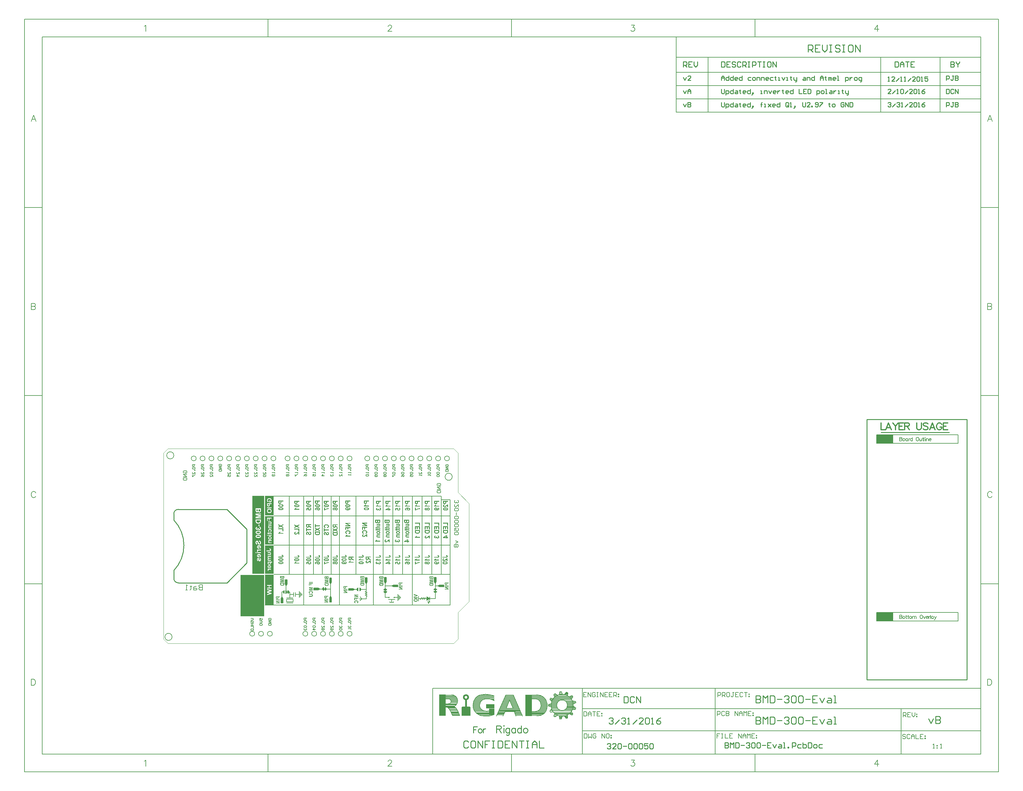
<source format=gbo>
G04 Layer_Color=32896*
%FSLAX25Y25*%
%MOIN*%
G70*
G01*
G75*
%ADD10C,0.00600*%
%ADD44C,0.01200*%
%ADD46C,0.01000*%
%ADD50C,0.00787*%
%ADD51C,0.00500*%
%ADD52R,0.19000X0.09500*%
%ADD53C,0.00200*%
%ADD54C,0.01180*%
%ADD55C,0.00700*%
%ADD56R,0.02000X0.07500*%
%ADD57R,0.17300X0.00300*%
%ADD58R,0.20400X0.00300*%
%ADD59R,0.07400X0.24300*%
%ADD60R,0.19900X0.00500*%
%ADD61R,0.00400X0.00300*%
%ADD62R,0.00700X0.00300*%
%ADD63R,0.00400X0.00333*%
%ADD64R,0.00300X0.00400*%
%ADD65R,0.00300X0.00300*%
%ADD66R,0.07400X0.00397*%
%ADD67R,0.07500X0.00390*%
%ADD68R,0.13000X0.00397*%
%ADD69R,0.01400X0.00300*%
%ADD70R,0.02300X0.00400*%
%ADD71R,0.02300X0.00300*%
%ADD72R,0.01600X0.00500*%
%ADD73R,0.02500X0.00300*%
%ADD74R,0.02300X0.00500*%
%ADD75R,0.03000X0.00400*%
%ADD76R,0.02900X0.00400*%
%ADD77R,0.03000X0.00300*%
%ADD78R,0.03100X0.00400*%
%ADD79R,0.02800X0.00500*%
%ADD80R,0.03600X0.01300*%
%ADD81R,0.00900X0.00400*%
%ADD82R,0.03300X0.00300*%
%ADD83R,0.01700X0.00300*%
%ADD84R,0.03600X0.00300*%
%ADD85R,0.04600X0.00300*%
%ADD86R,0.09300X0.00400*%
%ADD87R,0.12800X0.00400*%
%ADD88R,0.08300X0.00400*%
%ADD89R,0.10000X0.00400*%
%ADD90R,0.14400X0.00400*%
%ADD91R,0.10300X0.00300*%
%ADD92R,0.14800X0.00300*%
%ADD93R,0.08500X0.00300*%
%ADD94R,0.12600X0.00300*%
%ADD95R,0.15800X0.00300*%
%ADD96R,0.11200X0.00400*%
%ADD97R,0.03500X0.00300*%
%ADD98R,0.16000X0.00300*%
%ADD99R,0.08900X0.00300*%
%ADD100R,0.14700X0.00300*%
%ADD101R,0.16700X0.00400*%
%ADD102R,0.15200X0.00400*%
%ADD103R,0.16800X0.00400*%
%ADD104R,0.17000X0.00400*%
%ADD105R,0.17500X0.00500*%
%ADD106R,0.01200X0.00400*%
%ADD107R,0.15000X0.00300*%
%ADD108R,0.09300X0.00300*%
%ADD109R,0.18000X0.00300*%
%ADD110R,0.17800X0.00400*%
%ADD111R,0.01700X0.00400*%
%ADD112R,0.15700X0.00300*%
%ADD113R,0.18600X0.00300*%
%ADD114R,0.09700X0.00300*%
%ADD115R,0.18700X0.00300*%
%ADD116R,0.18300X0.00400*%
%ADD117R,0.02800X0.00600*%
%ADD118R,0.15700X0.00400*%
%ADD119R,0.19000X0.00400*%
%ADD120R,0.19300X0.00400*%
%ADD121R,0.18800X0.00500*%
%ADD122R,0.03900X0.00400*%
%ADD123R,0.16400X0.00300*%
%ADD124R,0.19600X0.00300*%
%ADD125R,0.19700X0.00300*%
%ADD126R,0.19000X0.00300*%
%ADD127R,0.20700X0.00300*%
%ADD128R,0.20100X0.00300*%
%ADD129R,0.10600X0.00300*%
%ADD130R,0.20000X0.00300*%
%ADD131R,0.19400X0.00300*%
%ADD132R,0.20300X0.00400*%
%ADD133R,0.10900X0.00400*%
%ADD134R,0.20500X0.00400*%
%ADD135R,0.19500X0.00400*%
%ADD136R,0.20600X0.00300*%
%ADD137R,0.11100X0.00300*%
%ADD138R,0.20800X0.00300*%
%ADD139R,0.21000X0.00300*%
%ADD140R,0.11300X0.00300*%
%ADD141R,0.21100X0.00300*%
%ADD142R,0.19800X0.00300*%
%ADD143R,0.20700X0.00400*%
%ADD144R,0.00600X0.00400*%
%ADD145R,0.21400X0.00400*%
%ADD146R,0.11700X0.00400*%
%ADD147R,0.21300X0.00400*%
%ADD148R,0.20100X0.00400*%
%ADD149R,0.02200X0.00400*%
%ADD150R,0.21700X0.00300*%
%ADD151R,0.12000X0.00300*%
%ADD152R,0.20200X0.00300*%
%ADD153R,0.03400X0.00300*%
%ADD154R,0.12700X0.00300*%
%ADD155R,0.12300X0.00300*%
%ADD156R,0.05900X0.00400*%
%ADD157R,0.09900X0.00300*%
%ADD158R,0.24200X0.00400*%
%ADD159R,0.12600X0.00400*%
%ADD160R,0.04100X0.00500*%
%ADD161R,0.10800X0.00400*%
%ADD162R,0.08600X0.00400*%
%ADD163R,0.24300X0.00300*%
%ADD164R,0.12900X0.00300*%
%ADD165R,0.03200X0.00300*%
%ADD166R,0.10000X0.00300*%
%ADD167R,0.07900X0.00300*%
%ADD168R,0.24500X0.00300*%
%ADD169R,0.08300X0.00300*%
%ADD170R,0.13300X0.00300*%
%ADD171R,0.02200X0.00500*%
%ADD172R,0.07800X0.00300*%
%ADD173R,0.10400X0.00400*%
%ADD174R,0.13000X0.00400*%
%ADD175R,0.08400X0.00400*%
%ADD176R,0.13700X0.00400*%
%ADD177R,0.01300X0.00400*%
%ADD178R,0.09400X0.00400*%
%ADD179R,0.07900X0.00400*%
%ADD180R,0.09100X0.00400*%
%ADD181R,0.11000X0.00300*%
%ADD182R,0.08000X0.00300*%
%ADD183R,0.13800X0.00300*%
%ADD184R,0.01100X0.00300*%
%ADD185R,0.09000X0.00300*%
%ADD186R,0.07600X0.00300*%
%ADD187R,0.08400X0.00300*%
%ADD188R,0.06700X0.00300*%
%ADD189R,0.07000X0.00300*%
%ADD190R,0.07700X0.00300*%
%ADD191R,0.07700X0.00400*%
%ADD192R,0.07000X0.00400*%
%ADD193R,0.06700X0.00400*%
%ADD194R,0.08700X0.00400*%
%ADD195R,0.07500X0.00300*%
%ADD196R,0.06600X0.00300*%
%ADD197R,0.08600X0.00300*%
%ADD198R,0.06900X0.00300*%
%ADD199R,0.07400X0.00300*%
%ADD200R,0.10600X0.00400*%
%ADD201R,0.07100X0.00400*%
%ADD202R,0.07300X0.00400*%
%ADD203R,0.06600X0.00400*%
%ADD204R,0.08000X0.00400*%
%ADD205R,0.10400X0.00300*%
%ADD206R,0.07200X0.00300*%
%ADD207R,0.06800X0.00300*%
%ADD208R,0.07300X0.00300*%
%ADD209R,0.06900X0.00400*%
%ADD210R,0.07400X0.00400*%
%ADD211R,0.07100X0.00300*%
%ADD212R,0.06300X0.00400*%
%ADD213R,0.08100X0.00400*%
%ADD214R,0.11600X0.00300*%
%ADD215R,0.06400X0.00300*%
%ADD216R,0.08700X0.00300*%
%ADD217R,0.07200X0.00400*%
%ADD218R,0.09700X0.04700*%
%ADD219R,0.18900X0.00600*%
%ADD220R,0.09400X0.00300*%
%ADD221R,0.09200X0.00300*%
%ADD222R,0.18800X0.00300*%
%ADD223R,0.06400X0.00400*%
%ADD224R,0.09500X0.00400*%
%ADD225R,0.07800X0.00400*%
%ADD226R,0.18800X0.00400*%
%ADD227R,0.18200X0.00400*%
%ADD228R,0.17700X0.00300*%
%ADD229R,0.09000X0.00400*%
%ADD230R,0.07500X0.00400*%
%ADD231R,0.17200X0.00500*%
%ADD232R,0.16900X0.00600*%
%ADD233R,0.08400X0.00500*%
%ADD234R,0.06500X0.00400*%
%ADD235R,0.09100X0.00300*%
%ADD236R,0.17900X0.00300*%
%ADD237R,0.09600X0.00300*%
%ADD238R,0.06658X0.00300*%
%ADD239R,0.08800X0.00500*%
%ADD240R,0.10100X0.00400*%
%ADD241R,0.22000X0.00300*%
%ADD242R,0.06300X0.07000*%
%ADD243R,0.08100X0.00300*%
%ADD244R,0.22300X0.00400*%
%ADD245R,0.10900X0.00300*%
%ADD246R,0.22600X0.00300*%
%ADD247R,0.22900X0.00300*%
%ADD248R,0.09700X0.00400*%
%ADD249R,0.23300X0.00400*%
%ADD250R,0.08200X0.00400*%
%ADD251R,0.23500X0.00300*%
%ADD252R,0.23800X0.00500*%
%ADD253R,0.24500X0.00400*%
%ADD254R,0.24000X0.00400*%
%ADD255R,0.24600X0.00300*%
%ADD256R,0.08900X0.00400*%
%ADD257R,0.01000X0.00400*%
%ADD258R,0.07600X0.00400*%
%ADD259R,0.21700X0.00400*%
%ADD260R,0.21600X0.00300*%
%ADD261R,0.20500X0.00300*%
%ADD262R,0.00600X0.00300*%
%ADD263R,0.21900X0.00300*%
%ADD264R,0.21100X0.00400*%
%ADD265R,0.20400X0.00400*%
%ADD266R,0.22000X0.00400*%
%ADD267R,0.21000X0.00400*%
%ADD268R,0.07900X0.00600*%
%ADD269R,0.21500X0.00300*%
%ADD270R,0.20200X0.00400*%
%ADD271R,0.20300X0.00300*%
%ADD272R,0.20300X0.00500*%
%ADD273R,0.07500X0.00500*%
%ADD274R,0.19600X0.00400*%
%ADD275R,0.03700X0.00300*%
%ADD276R,0.19200X0.00300*%
%ADD277R,0.02600X0.00300*%
%ADD278R,0.19900X0.00300*%
%ADD279R,0.15400X0.00400*%
%ADD280R,0.00800X0.00300*%
%ADD281R,0.15300X0.00300*%
%ADD282R,0.17000X0.00300*%
%ADD283R,0.08200X0.00300*%
%ADD284R,0.15300X0.00400*%
%ADD285R,0.18300X0.00300*%
%ADD286R,0.11000X0.00400*%
%ADD287R,0.03300X0.00400*%
%ADD288R,0.17600X0.00400*%
%ADD289R,0.13300X0.00400*%
%ADD290R,0.07900X0.00500*%
%ADD291R,0.07400X0.00430*%
%ADD292R,0.07300X0.24000*%
%ADD293R,0.03700X0.00397*%
%ADD294R,0.05300X0.00397*%
%ADD295R,0.03000X0.00397*%
%ADD296R,0.06700X0.00356*%
%ADD297R,0.03300X0.00333*%
%ADD298R,0.02000X0.00333*%
%ADD299R,0.03100X0.00333*%
%ADD300R,0.01200X0.00333*%
%ADD301R,0.02900X0.00333*%
%ADD302R,0.03000X0.00408*%
%ADD303R,0.02700X0.00333*%
%ADD304R,0.03000X0.00333*%
%ADD305R,0.02300X0.00333*%
%ADD306R,0.03000X0.00333*%
%ADD307R,0.02200X0.00333*%
%ADD308R,0.02500X0.00333*%
%ADD309R,0.01300X0.00426*%
%ADD310R,0.02300X0.00333*%
%ADD311R,0.02000X0.00469*%
%ADD312R,0.18109X0.00300*%
%ADD313R,0.02983X0.00600*%
%ADD314R,0.16055X0.00400*%
%ADD315R,0.08066X0.00300*%
%ADD316R,0.10834X0.00300*%
%ADD317R,0.07366X0.00300*%
%ADD318R,0.08294X0.00400*%
%ADD319R,0.09383X0.00400*%
%ADD320R,0.09283X0.00300*%
%ADD321R,0.06560X0.00300*%
%ADD322R,0.21453X0.00400*%
%ADD323R,0.08482X0.00400*%
%ADD324R,0.08428X0.00300*%
%ADD325R,0.08160X0.00400*%
%ADD326R,0.20477X0.00400*%
%ADD327R,0.08049X0.00600*%
%ADD328R,0.08000X0.00432*%
%ADD329R,0.02600X0.00427*%
%ADD385C,0.00591*%
%ADD386R,0.26500X0.46600*%
G36*
X135128Y160427D02*
X133004D01*
Y159819D01*
Y159669D01*
X132995Y159528D01*
X132987Y159395D01*
X132979Y159278D01*
X132962Y159170D01*
X132954Y159078D01*
X132937Y158986D01*
X132921Y158911D01*
X132904Y158845D01*
X132887Y158786D01*
X132879Y158745D01*
X132862Y158703D01*
X132854Y158670D01*
X132846Y158653D01*
X132837Y158636D01*
X132762Y158511D01*
X132679Y158395D01*
X132579Y158295D01*
X132487Y158212D01*
X132404Y158145D01*
X132329Y158095D01*
X132279Y158062D01*
X132271Y158053D01*
X132263D01*
X132096Y157978D01*
X131929Y157920D01*
X131754Y157878D01*
X131596Y157845D01*
X131455Y157828D01*
X131388D01*
X131338Y157820D01*
X131238D01*
X130996Y157828D01*
X130780Y157862D01*
X130596Y157903D01*
X130438Y157953D01*
X130363Y157987D01*
X130305Y158012D01*
X130255Y158028D01*
X130213Y158053D01*
X130180Y158070D01*
X130155Y158087D01*
X130147Y158095D01*
X130138D01*
X129988Y158203D01*
X129872Y158312D01*
X129772Y158428D01*
X129697Y158528D01*
X129647Y158628D01*
X129605Y158703D01*
X129589Y158753D01*
X129580Y158761D01*
Y158770D01*
X129564Y158828D01*
X129555Y158895D01*
X129539Y158970D01*
X129530Y159053D01*
X129514Y159228D01*
X129505Y159420D01*
X129497Y159586D01*
Y159669D01*
Y159736D01*
Y159786D01*
Y159836D01*
Y159861D01*
Y159869D01*
Y161360D01*
X135128D01*
Y160427D01*
D02*
G37*
G36*
X231800Y160367D02*
X229676D01*
Y159759D01*
Y159609D01*
X229667Y159467D01*
X229659Y159334D01*
X229651Y159218D01*
X229634Y159109D01*
X229626Y159018D01*
X229609Y158926D01*
X229592Y158851D01*
X229576Y158784D01*
X229559Y158726D01*
X229551Y158684D01*
X229534Y158643D01*
X229526Y158609D01*
X229518Y158593D01*
X229509Y158576D01*
X229434Y158451D01*
X229351Y158335D01*
X229251Y158235D01*
X229159Y158151D01*
X229076Y158085D01*
X229001Y158035D01*
X228951Y158001D01*
X228943Y157993D01*
X228935D01*
X228768Y157918D01*
X228601Y157860D01*
X228426Y157818D01*
X228268Y157785D01*
X228127Y157768D01*
X228060D01*
X228010Y157760D01*
X227910D01*
X227668Y157768D01*
X227452Y157801D01*
X227269Y157843D01*
X227110Y157893D01*
X227035Y157926D01*
X226977Y157951D01*
X226927Y157968D01*
X226885Y157993D01*
X226852Y158010D01*
X226827Y158026D01*
X226819Y158035D01*
X226810D01*
X226660Y158143D01*
X226544Y158251D01*
X226444Y158368D01*
X226369Y158468D01*
X226319Y158568D01*
X226277Y158643D01*
X226261Y158693D01*
X226252Y158701D01*
Y158709D01*
X226236Y158768D01*
X226227Y158834D01*
X226211Y158909D01*
X226202Y158993D01*
X226186Y159168D01*
X226177Y159359D01*
X226169Y159526D01*
Y159609D01*
Y159676D01*
Y159726D01*
Y159776D01*
Y159801D01*
Y159809D01*
Y161300D01*
X231800D01*
Y160367D01*
D02*
G37*
G36*
X210728Y160327D02*
X208604D01*
Y159719D01*
Y159569D01*
X208595Y159428D01*
X208587Y159294D01*
X208579Y159178D01*
X208562Y159070D01*
X208554Y158978D01*
X208537Y158886D01*
X208521Y158811D01*
X208504Y158745D01*
X208487Y158686D01*
X208479Y158645D01*
X208462Y158603D01*
X208454Y158570D01*
X208446Y158553D01*
X208437Y158536D01*
X208362Y158412D01*
X208279Y158295D01*
X208179Y158195D01*
X208087Y158112D01*
X208004Y158045D01*
X207929Y157995D01*
X207879Y157962D01*
X207871Y157953D01*
X207862D01*
X207696Y157878D01*
X207529Y157820D01*
X207354Y157778D01*
X207196Y157745D01*
X207054Y157728D01*
X206988D01*
X206938Y157720D01*
X206838D01*
X206596Y157728D01*
X206380Y157762D01*
X206196Y157803D01*
X206038Y157853D01*
X205963Y157887D01*
X205905Y157912D01*
X205855Y157928D01*
X205813Y157953D01*
X205780Y157970D01*
X205755Y157987D01*
X205747Y157995D01*
X205738D01*
X205588Y158103D01*
X205472Y158212D01*
X205372Y158328D01*
X205297Y158428D01*
X205247Y158528D01*
X205205Y158603D01*
X205188Y158653D01*
X205180Y158661D01*
Y158670D01*
X205164Y158728D01*
X205155Y158795D01*
X205139Y158870D01*
X205130Y158953D01*
X205114Y159128D01*
X205105Y159319D01*
X205097Y159486D01*
Y159569D01*
Y159636D01*
Y159686D01*
Y159736D01*
Y159761D01*
Y159769D01*
Y161260D01*
X210728D01*
Y160327D01*
D02*
G37*
G36*
X176628D02*
X174504D01*
Y159719D01*
Y159569D01*
X174495Y159428D01*
X174487Y159294D01*
X174479Y159178D01*
X174462Y159070D01*
X174454Y158978D01*
X174437Y158886D01*
X174421Y158811D01*
X174404Y158745D01*
X174387Y158686D01*
X174379Y158645D01*
X174362Y158603D01*
X174354Y158570D01*
X174346Y158553D01*
X174337Y158536D01*
X174262Y158412D01*
X174179Y158295D01*
X174079Y158195D01*
X173987Y158112D01*
X173904Y158045D01*
X173829Y157995D01*
X173779Y157962D01*
X173771Y157953D01*
X173763D01*
X173596Y157878D01*
X173429Y157820D01*
X173254Y157778D01*
X173096Y157745D01*
X172954Y157728D01*
X172888D01*
X172838Y157720D01*
X172738D01*
X172496Y157728D01*
X172280Y157762D01*
X172097Y157803D01*
X171938Y157853D01*
X171863Y157887D01*
X171805Y157912D01*
X171755Y157928D01*
X171713Y157953D01*
X171680Y157970D01*
X171655Y157987D01*
X171647Y157995D01*
X171638D01*
X171488Y158103D01*
X171372Y158212D01*
X171272Y158328D01*
X171197Y158428D01*
X171147Y158528D01*
X171105Y158603D01*
X171089Y158653D01*
X171080Y158661D01*
Y158670D01*
X171064Y158728D01*
X171055Y158795D01*
X171039Y158870D01*
X171030Y158953D01*
X171014Y159128D01*
X171005Y159319D01*
X170997Y159486D01*
Y159569D01*
Y159636D01*
Y159686D01*
Y159736D01*
Y159761D01*
Y159769D01*
Y161260D01*
X176628D01*
Y160327D01*
D02*
G37*
G36*
X196628Y160227D02*
X194504D01*
Y159619D01*
Y159469D01*
X194495Y159328D01*
X194487Y159195D01*
X194479Y159078D01*
X194462Y158970D01*
X194454Y158878D01*
X194437Y158786D01*
X194421Y158711D01*
X194404Y158645D01*
X194387Y158586D01*
X194379Y158545D01*
X194362Y158503D01*
X194354Y158470D01*
X194346Y158453D01*
X194337Y158436D01*
X194262Y158311D01*
X194179Y158195D01*
X194079Y158095D01*
X193987Y158012D01*
X193904Y157945D01*
X193829Y157895D01*
X193779Y157862D01*
X193771Y157853D01*
X193763D01*
X193596Y157778D01*
X193429Y157720D01*
X193254Y157678D01*
X193096Y157645D01*
X192955Y157628D01*
X192888D01*
X192838Y157620D01*
X192738D01*
X192496Y157628D01*
X192280Y157662D01*
X192096Y157703D01*
X191938Y157753D01*
X191863Y157787D01*
X191805Y157812D01*
X191755Y157828D01*
X191713Y157853D01*
X191680Y157870D01*
X191655Y157887D01*
X191647Y157895D01*
X191638D01*
X191488Y158003D01*
X191372Y158112D01*
X191272Y158228D01*
X191197Y158328D01*
X191147Y158428D01*
X191105Y158503D01*
X191089Y158553D01*
X191080Y158561D01*
Y158570D01*
X191064Y158628D01*
X191055Y158695D01*
X191039Y158770D01*
X191030Y158853D01*
X191014Y159028D01*
X191005Y159220D01*
X190997Y159386D01*
Y159469D01*
Y159536D01*
Y159586D01*
Y159636D01*
Y159661D01*
Y159669D01*
Y161160D01*
X196628D01*
Y160227D01*
D02*
G37*
G36*
X186628D02*
X184504D01*
Y159619D01*
Y159469D01*
X184495Y159328D01*
X184487Y159195D01*
X184479Y159078D01*
X184462Y158970D01*
X184454Y158878D01*
X184437Y158786D01*
X184421Y158711D01*
X184404Y158645D01*
X184387Y158586D01*
X184379Y158545D01*
X184362Y158503D01*
X184354Y158470D01*
X184346Y158453D01*
X184337Y158436D01*
X184262Y158311D01*
X184179Y158195D01*
X184079Y158095D01*
X183987Y158012D01*
X183904Y157945D01*
X183829Y157895D01*
X183779Y157862D01*
X183771Y157853D01*
X183763D01*
X183596Y157778D01*
X183429Y157720D01*
X183254Y157678D01*
X183096Y157645D01*
X182955Y157628D01*
X182888D01*
X182838Y157620D01*
X182738D01*
X182496Y157628D01*
X182280Y157662D01*
X182097Y157703D01*
X181938Y157753D01*
X181863Y157787D01*
X181805Y157812D01*
X181755Y157828D01*
X181713Y157853D01*
X181680Y157870D01*
X181655Y157887D01*
X181647Y157895D01*
X181638D01*
X181488Y158003D01*
X181372Y158112D01*
X181272Y158228D01*
X181197Y158328D01*
X181147Y158428D01*
X181105Y158503D01*
X181089Y158553D01*
X181080Y158561D01*
Y158570D01*
X181064Y158628D01*
X181055Y158695D01*
X181039Y158770D01*
X181030Y158853D01*
X181014Y159028D01*
X181005Y159220D01*
X180997Y159386D01*
Y159469D01*
Y159536D01*
Y159586D01*
Y159636D01*
Y159661D01*
Y159669D01*
Y161160D01*
X186628D01*
Y160227D01*
D02*
G37*
G36*
X166628D02*
X164504D01*
Y159619D01*
Y159469D01*
X164496Y159328D01*
X164487Y159195D01*
X164479Y159078D01*
X164462Y158970D01*
X164454Y158878D01*
X164437Y158786D01*
X164421Y158711D01*
X164404Y158645D01*
X164387Y158586D01*
X164379Y158545D01*
X164362Y158503D01*
X164354Y158470D01*
X164346Y158453D01*
X164337Y158436D01*
X164262Y158311D01*
X164179Y158195D01*
X164079Y158095D01*
X163987Y158012D01*
X163904Y157945D01*
X163829Y157895D01*
X163779Y157862D01*
X163771Y157853D01*
X163762D01*
X163596Y157778D01*
X163429Y157720D01*
X163254Y157678D01*
X163096Y157645D01*
X162954Y157628D01*
X162888D01*
X162838Y157620D01*
X162738D01*
X162496Y157628D01*
X162280Y157662D01*
X162097Y157703D01*
X161938Y157753D01*
X161863Y157787D01*
X161805Y157812D01*
X161755Y157828D01*
X161713Y157853D01*
X161680Y157870D01*
X161655Y157887D01*
X161647Y157895D01*
X161638D01*
X161488Y158003D01*
X161372Y158112D01*
X161272Y158228D01*
X161197Y158328D01*
X161147Y158428D01*
X161105Y158503D01*
X161089Y158553D01*
X161080Y158561D01*
Y158570D01*
X161064Y158628D01*
X161055Y158695D01*
X161039Y158770D01*
X161030Y158853D01*
X161014Y159028D01*
X161005Y159220D01*
X160997Y159386D01*
Y159469D01*
Y159536D01*
Y159586D01*
Y159636D01*
Y159661D01*
Y159669D01*
Y161160D01*
X166628D01*
Y160227D01*
D02*
G37*
G36*
X153228D02*
X151104D01*
Y159619D01*
Y159469D01*
X151095Y159328D01*
X151087Y159195D01*
X151079Y159078D01*
X151062Y158970D01*
X151054Y158878D01*
X151037Y158786D01*
X151021Y158711D01*
X151004Y158645D01*
X150987Y158586D01*
X150979Y158545D01*
X150962Y158503D01*
X150954Y158470D01*
X150946Y158453D01*
X150937Y158436D01*
X150862Y158311D01*
X150779Y158195D01*
X150679Y158095D01*
X150587Y158012D01*
X150504Y157945D01*
X150429Y157895D01*
X150379Y157862D01*
X150371Y157853D01*
X150363D01*
X150196Y157778D01*
X150029Y157720D01*
X149854Y157678D01*
X149696Y157645D01*
X149555Y157628D01*
X149488D01*
X149438Y157620D01*
X149338D01*
X149096Y157628D01*
X148880Y157662D01*
X148696Y157703D01*
X148538Y157753D01*
X148463Y157787D01*
X148405Y157812D01*
X148355Y157828D01*
X148313Y157853D01*
X148280Y157870D01*
X148255Y157887D01*
X148247Y157895D01*
X148238D01*
X148088Y158003D01*
X147972Y158112D01*
X147872Y158228D01*
X147797Y158328D01*
X147747Y158428D01*
X147705Y158503D01*
X147689Y158553D01*
X147680Y158561D01*
Y158570D01*
X147664Y158628D01*
X147655Y158695D01*
X147639Y158770D01*
X147630Y158853D01*
X147614Y159028D01*
X147605Y159220D01*
X147597Y159386D01*
Y159469D01*
Y159536D01*
Y159586D01*
Y159636D01*
Y159661D01*
Y159669D01*
Y161160D01*
X153228D01*
Y160227D01*
D02*
G37*
G36*
X321228Y160127D02*
X319104D01*
Y159519D01*
Y159369D01*
X319095Y159228D01*
X319087Y159095D01*
X319078Y158978D01*
X319062Y158870D01*
X319054Y158778D01*
X319037Y158686D01*
X319020Y158611D01*
X319004Y158545D01*
X318987Y158486D01*
X318979Y158445D01*
X318962Y158403D01*
X318953Y158370D01*
X318945Y158353D01*
X318937Y158336D01*
X318862Y158212D01*
X318779Y158095D01*
X318679Y157995D01*
X318587Y157912D01*
X318504Y157845D01*
X318429Y157795D01*
X318379Y157762D01*
X318370Y157753D01*
X318362D01*
X318196Y157678D01*
X318029Y157620D01*
X317854Y157578D01*
X317696Y157545D01*
X317554Y157528D01*
X317487D01*
X317438Y157520D01*
X317337D01*
X317096Y157528D01*
X316879Y157562D01*
X316696Y157603D01*
X316538Y157653D01*
X316463Y157687D01*
X316405Y157712D01*
X316355Y157728D01*
X316313Y157753D01*
X316280Y157770D01*
X316255Y157787D01*
X316246Y157795D01*
X316238D01*
X316088Y157903D01*
X315971Y158012D01*
X315871Y158128D01*
X315796Y158228D01*
X315746Y158328D01*
X315705Y158403D01*
X315688Y158453D01*
X315680Y158461D01*
Y158470D01*
X315663Y158528D01*
X315655Y158595D01*
X315638Y158670D01*
X315630Y158753D01*
X315613Y158928D01*
X315605Y159119D01*
X315597Y159286D01*
Y159369D01*
Y159436D01*
Y159486D01*
Y159536D01*
Y159561D01*
Y159569D01*
Y161060D01*
X321228D01*
Y160127D01*
D02*
G37*
G36*
X300528D02*
X298404D01*
Y159519D01*
Y159369D01*
X298395Y159228D01*
X298387Y159095D01*
X298378Y158978D01*
X298362Y158870D01*
X298354Y158778D01*
X298337Y158686D01*
X298320Y158611D01*
X298304Y158545D01*
X298287Y158486D01*
X298278Y158445D01*
X298262Y158403D01*
X298253Y158370D01*
X298245Y158353D01*
X298237Y158336D01*
X298162Y158212D01*
X298079Y158095D01*
X297979Y157995D01*
X297887Y157912D01*
X297804Y157845D01*
X297729Y157795D01*
X297679Y157762D01*
X297670Y157753D01*
X297662D01*
X297496Y157678D01*
X297329Y157620D01*
X297154Y157578D01*
X296996Y157545D01*
X296854Y157528D01*
X296787D01*
X296738Y157520D01*
X296638D01*
X296396Y157528D01*
X296179Y157562D01*
X295996Y157603D01*
X295838Y157653D01*
X295763Y157687D01*
X295705Y157712D01*
X295655Y157728D01*
X295613Y157753D01*
X295580Y157770D01*
X295555Y157787D01*
X295546Y157795D01*
X295538D01*
X295388Y157903D01*
X295271Y158012D01*
X295171Y158128D01*
X295096Y158228D01*
X295046Y158328D01*
X295005Y158403D01*
X294988Y158453D01*
X294980Y158461D01*
Y158470D01*
X294963Y158528D01*
X294955Y158595D01*
X294938Y158670D01*
X294930Y158753D01*
X294913Y158928D01*
X294905Y159119D01*
X294897Y159286D01*
Y159369D01*
Y159436D01*
Y159486D01*
Y159536D01*
Y159561D01*
Y159569D01*
Y161060D01*
X300528D01*
Y160127D01*
D02*
G37*
G36*
X289428D02*
X287303D01*
Y159519D01*
Y159369D01*
X287295Y159228D01*
X287287Y159095D01*
X287279Y158978D01*
X287262Y158870D01*
X287253Y158778D01*
X287237Y158686D01*
X287220Y158611D01*
X287204Y158545D01*
X287187Y158486D01*
X287178Y158445D01*
X287162Y158403D01*
X287154Y158370D01*
X287145Y158353D01*
X287137Y158336D01*
X287062Y158212D01*
X286979Y158095D01*
X286879Y157995D01*
X286787Y157912D01*
X286704Y157845D01*
X286629Y157795D01*
X286579Y157762D01*
X286570Y157753D01*
X286562D01*
X286396Y157678D01*
X286229Y157620D01*
X286054Y157578D01*
X285896Y157545D01*
X285754Y157528D01*
X285687D01*
X285637Y157520D01*
X285538D01*
X285296Y157528D01*
X285079Y157562D01*
X284896Y157603D01*
X284738Y157653D01*
X284663Y157687D01*
X284605Y157712D01*
X284555Y157728D01*
X284513Y157753D01*
X284480Y157770D01*
X284455Y157787D01*
X284446Y157795D01*
X284438D01*
X284288Y157903D01*
X284171Y158012D01*
X284071Y158128D01*
X283997Y158228D01*
X283946Y158328D01*
X283905Y158403D01*
X283888Y158453D01*
X283880Y158461D01*
Y158470D01*
X283863Y158528D01*
X283855Y158595D01*
X283838Y158670D01*
X283830Y158753D01*
X283813Y158928D01*
X283805Y159119D01*
X283797Y159286D01*
Y159369D01*
Y159436D01*
Y159486D01*
Y159536D01*
Y159561D01*
Y159569D01*
Y161060D01*
X289428D01*
Y160127D01*
D02*
G37*
G36*
X278328D02*
X276203D01*
Y159519D01*
Y159369D01*
X276195Y159228D01*
X276187Y159095D01*
X276179Y158978D01*
X276162Y158870D01*
X276153Y158778D01*
X276137Y158686D01*
X276120Y158611D01*
X276103Y158545D01*
X276087Y158486D01*
X276079Y158445D01*
X276062Y158403D01*
X276054Y158370D01*
X276045Y158353D01*
X276037Y158336D01*
X275962Y158212D01*
X275879Y158095D01*
X275779Y157995D01*
X275687Y157912D01*
X275604Y157845D01*
X275529Y157795D01*
X275479Y157762D01*
X275470Y157753D01*
X275462D01*
X275295Y157678D01*
X275129Y157620D01*
X274954Y157578D01*
X274796Y157545D01*
X274654Y157528D01*
X274587D01*
X274537Y157520D01*
X274437D01*
X274196Y157528D01*
X273979Y157562D01*
X273796Y157603D01*
X273638Y157653D01*
X273563Y157687D01*
X273505Y157712D01*
X273455Y157728D01*
X273413Y157753D01*
X273380Y157770D01*
X273355Y157787D01*
X273346Y157795D01*
X273338D01*
X273188Y157903D01*
X273071Y158012D01*
X272971Y158128D01*
X272897Y158228D01*
X272847Y158328D01*
X272805Y158403D01*
X272788Y158453D01*
X272780Y158461D01*
Y158470D01*
X272763Y158528D01*
X272755Y158595D01*
X272738Y158670D01*
X272730Y158753D01*
X272713Y158928D01*
X272705Y159119D01*
X272696Y159286D01*
Y159369D01*
Y159436D01*
Y159486D01*
Y159536D01*
Y159561D01*
Y159569D01*
Y161060D01*
X278328D01*
Y160127D01*
D02*
G37*
G36*
X267228D02*
X265104D01*
Y159519D01*
Y159369D01*
X265095Y159228D01*
X265087Y159095D01*
X265078Y158978D01*
X265062Y158870D01*
X265054Y158778D01*
X265037Y158686D01*
X265020Y158611D01*
X265003Y158545D01*
X264987Y158486D01*
X264979Y158445D01*
X264962Y158403D01*
X264953Y158370D01*
X264945Y158353D01*
X264937Y158336D01*
X264862Y158212D01*
X264779Y158095D01*
X264679Y157995D01*
X264587Y157912D01*
X264504Y157845D01*
X264429Y157795D01*
X264379Y157762D01*
X264370Y157753D01*
X264362D01*
X264195Y157678D01*
X264029Y157620D01*
X263854Y157578D01*
X263696Y157545D01*
X263554Y157528D01*
X263487D01*
X263438Y157520D01*
X263337D01*
X263096Y157528D01*
X262879Y157562D01*
X262696Y157603D01*
X262538Y157653D01*
X262463Y157687D01*
X262405Y157712D01*
X262355Y157728D01*
X262313Y157753D01*
X262280Y157770D01*
X262255Y157787D01*
X262246Y157795D01*
X262238D01*
X262088Y157903D01*
X261971Y158012D01*
X261871Y158128D01*
X261796Y158228D01*
X261747Y158328D01*
X261705Y158403D01*
X261688Y158453D01*
X261680Y158461D01*
Y158470D01*
X261663Y158528D01*
X261655Y158595D01*
X261638Y158670D01*
X261630Y158753D01*
X261613Y158928D01*
X261605Y159119D01*
X261596Y159286D01*
Y159369D01*
Y159436D01*
Y159486D01*
Y159536D01*
Y159561D01*
Y159569D01*
Y161060D01*
X267228D01*
Y160127D01*
D02*
G37*
G36*
X245528D02*
X243404D01*
Y159519D01*
Y159369D01*
X243395Y159228D01*
X243387Y159095D01*
X243378Y158978D01*
X243362Y158870D01*
X243354Y158778D01*
X243337Y158686D01*
X243320Y158611D01*
X243303Y158545D01*
X243287Y158486D01*
X243279Y158445D01*
X243262Y158403D01*
X243253Y158370D01*
X243245Y158353D01*
X243237Y158336D01*
X243162Y158212D01*
X243079Y158095D01*
X242979Y157995D01*
X242887Y157912D01*
X242804Y157845D01*
X242729Y157795D01*
X242679Y157762D01*
X242670Y157753D01*
X242662D01*
X242495Y157678D01*
X242329Y157620D01*
X242154Y157578D01*
X241996Y157545D01*
X241854Y157528D01*
X241787D01*
X241738Y157520D01*
X241637D01*
X241396Y157528D01*
X241179Y157562D01*
X240996Y157603D01*
X240838Y157653D01*
X240763Y157687D01*
X240705Y157712D01*
X240655Y157728D01*
X240613Y157753D01*
X240580Y157770D01*
X240555Y157787D01*
X240546Y157795D01*
X240538D01*
X240388Y157903D01*
X240271Y158012D01*
X240171Y158128D01*
X240096Y158228D01*
X240047Y158328D01*
X240005Y158403D01*
X239988Y158453D01*
X239980Y158461D01*
Y158470D01*
X239963Y158528D01*
X239955Y158595D01*
X239938Y158670D01*
X239930Y158753D01*
X239913Y158928D01*
X239905Y159119D01*
X239896Y159286D01*
Y159369D01*
Y159436D01*
Y159486D01*
Y159536D01*
Y159561D01*
Y159569D01*
Y161060D01*
X245528D01*
Y160127D01*
D02*
G37*
G36*
X311128Y160127D02*
X309003D01*
Y159519D01*
Y159369D01*
X308995Y159228D01*
X308987Y159095D01*
X308979Y158978D01*
X308962Y158870D01*
X308953Y158778D01*
X308937Y158686D01*
X308920Y158611D01*
X308904Y158545D01*
X308887Y158486D01*
X308878Y158445D01*
X308862Y158403D01*
X308854Y158370D01*
X308845Y158353D01*
X308837Y158336D01*
X308762Y158212D01*
X308679Y158095D01*
X308579Y157995D01*
X308487Y157912D01*
X308404Y157845D01*
X308329Y157795D01*
X308279Y157762D01*
X308270Y157753D01*
X308262D01*
X308096Y157678D01*
X307929Y157620D01*
X307754Y157578D01*
X307596Y157545D01*
X307454Y157528D01*
X307387D01*
X307337Y157520D01*
X307238D01*
X306996Y157528D01*
X306779Y157562D01*
X306596Y157603D01*
X306438Y157653D01*
X306363Y157687D01*
X306305Y157712D01*
X306255Y157728D01*
X306213Y157753D01*
X306180Y157770D01*
X306155Y157787D01*
X306146Y157795D01*
X306138D01*
X305988Y157903D01*
X305871Y158012D01*
X305771Y158128D01*
X305697Y158228D01*
X305646Y158328D01*
X305605Y158403D01*
X305588Y158453D01*
X305580Y158461D01*
Y158470D01*
X305563Y158528D01*
X305555Y158595D01*
X305538Y158670D01*
X305530Y158753D01*
X305513Y158928D01*
X305505Y159119D01*
X305497Y159286D01*
Y159369D01*
Y159436D01*
Y159486D01*
Y159536D01*
Y159561D01*
Y159569D01*
Y161060D01*
X311128D01*
Y160127D01*
D02*
G37*
G36*
X256128D02*
X254004D01*
Y159519D01*
Y159369D01*
X253995Y159228D01*
X253987Y159095D01*
X253978Y158978D01*
X253962Y158870D01*
X253954Y158778D01*
X253937Y158686D01*
X253920Y158611D01*
X253904Y158545D01*
X253887Y158486D01*
X253878Y158445D01*
X253862Y158403D01*
X253854Y158370D01*
X253845Y158353D01*
X253837Y158336D01*
X253762Y158212D01*
X253679Y158095D01*
X253579Y157995D01*
X253487Y157912D01*
X253404Y157845D01*
X253329Y157795D01*
X253279Y157762D01*
X253270Y157753D01*
X253262D01*
X253096Y157678D01*
X252929Y157620D01*
X252754Y157578D01*
X252596Y157545D01*
X252454Y157528D01*
X252387D01*
X252338Y157520D01*
X252238D01*
X251996Y157528D01*
X251779Y157562D01*
X251596Y157603D01*
X251438Y157653D01*
X251363Y157687D01*
X251305Y157712D01*
X251255Y157728D01*
X251213Y157753D01*
X251180Y157770D01*
X251155Y157787D01*
X251146Y157795D01*
X251138D01*
X250988Y157903D01*
X250871Y158012D01*
X250771Y158128D01*
X250696Y158228D01*
X250646Y158328D01*
X250605Y158403D01*
X250588Y158453D01*
X250580Y158461D01*
Y158470D01*
X250563Y158528D01*
X250555Y158595D01*
X250538Y158670D01*
X250530Y158753D01*
X250513Y158928D01*
X250505Y159119D01*
X250497Y159286D01*
Y159369D01*
Y159436D01*
Y159486D01*
Y159536D01*
Y159561D01*
Y159569D01*
Y161060D01*
X256128D01*
Y160127D01*
D02*
G37*
G36*
X228435Y156719D02*
X228310Y156494D01*
X228168Y156302D01*
X228035Y156135D01*
X227976Y156060D01*
X227918Y155994D01*
X227860Y155936D01*
X227818Y155894D01*
X227777Y155852D01*
X227752Y155827D01*
X227735Y155810D01*
X227727Y155802D01*
X231800D01*
Y154911D01*
X226152D01*
Y155636D01*
X226336Y155702D01*
X226502Y155786D01*
X226652Y155877D01*
X226777Y155969D01*
X226885Y156052D01*
X226969Y156119D01*
X227019Y156169D01*
X227027Y156177D01*
X227035Y156185D01*
X227168Y156335D01*
X227277Y156477D01*
X227368Y156602D01*
X227443Y156719D01*
X227493Y156818D01*
X227535Y156885D01*
X227552Y156935D01*
X227560Y156943D01*
Y156952D01*
X228543D01*
X228435Y156719D01*
D02*
G37*
G36*
X321228Y153955D02*
X320228D01*
Y155721D01*
X320120Y155663D01*
X320028Y155604D01*
X319995Y155579D01*
X319962Y155554D01*
X319945Y155546D01*
X319936Y155538D01*
X319862Y155479D01*
X319770Y155404D01*
X319670Y155313D01*
X319562Y155221D01*
X319462Y155138D01*
X319378Y155063D01*
X319345Y155038D01*
X319320Y155013D01*
X319312Y155004D01*
X319303Y154996D01*
X319120Y154838D01*
X318953Y154705D01*
X318812Y154588D01*
X318687Y154496D01*
X318595Y154430D01*
X318520Y154380D01*
X318479Y154355D01*
X318462Y154346D01*
X318337Y154280D01*
X318220Y154213D01*
X318112Y154163D01*
X318012Y154121D01*
X317929Y154096D01*
X317871Y154071D01*
X317829Y154055D01*
X317812D01*
X317687Y154022D01*
X317571Y153997D01*
X317454Y153980D01*
X317354Y153963D01*
X317263D01*
X317196Y153955D01*
X317021D01*
X316913Y153972D01*
X316713Y154013D01*
X316529Y154071D01*
X316371Y154138D01*
X316238Y154213D01*
X316180Y154246D01*
X316138Y154271D01*
X316105Y154296D01*
X316080Y154313D01*
X316063Y154321D01*
X316055Y154330D01*
X315971Y154405D01*
X315896Y154480D01*
X315838Y154563D01*
X315780Y154655D01*
X315730Y154746D01*
X315697Y154838D01*
X315638Y155013D01*
X315605Y155179D01*
X315597Y155246D01*
X315588Y155313D01*
X315580Y155363D01*
Y155396D01*
Y155421D01*
Y155429D01*
X315588Y155546D01*
X315597Y155663D01*
X315647Y155871D01*
X315705Y156054D01*
X315780Y156204D01*
X315855Y156329D01*
X315896Y156371D01*
X315921Y156412D01*
X315946Y156446D01*
X315971Y156471D01*
X315980Y156479D01*
X315988Y156487D01*
X316071Y156562D01*
X316155Y156621D01*
X316355Y156729D01*
X316563Y156812D01*
X316763Y156870D01*
X316863Y156895D01*
X316954Y156920D01*
X317038Y156929D01*
X317104Y156945D01*
X317163Y156954D01*
X317204D01*
X317238Y156962D01*
X317246D01*
X317362Y156079D01*
X317204Y156062D01*
X317071Y156037D01*
X316954Y156004D01*
X316854Y155962D01*
X316763Y155912D01*
X316696Y155862D01*
X316638Y155804D01*
X316588Y155746D01*
X316554Y155687D01*
X316529Y155638D01*
X316496Y155538D01*
X316488Y155504D01*
X316479Y155471D01*
Y155454D01*
Y155446D01*
X316488Y155354D01*
X316513Y155263D01*
X316538Y155188D01*
X316571Y155129D01*
X316613Y155079D01*
X316638Y155046D01*
X316663Y155021D01*
X316671Y155013D01*
X316746Y154955D01*
X316838Y154913D01*
X316929Y154888D01*
X317021Y154863D01*
X317104Y154855D01*
X317171Y154846D01*
X317229D01*
X317354Y154855D01*
X317479Y154879D01*
X317596Y154913D01*
X317696Y154946D01*
X317787Y154980D01*
X317854Y155013D01*
X317896Y155038D01*
X317912Y155046D01*
X317962Y155079D01*
X318021Y155121D01*
X318154Y155221D01*
X318296Y155338D01*
X318445Y155463D01*
X318587Y155579D01*
X318654Y155629D01*
X318704Y155679D01*
X318745Y155712D01*
X318779Y155746D01*
X318804Y155763D01*
X318812Y155771D01*
X318962Y155904D01*
X319112Y156021D01*
X319245Y156137D01*
X319370Y156237D01*
X319495Y156329D01*
X319603Y156404D01*
X319703Y156479D01*
X319795Y156537D01*
X319878Y156596D01*
X319945Y156646D01*
X320011Y156679D01*
X320061Y156712D01*
X320103Y156737D01*
X320128Y156745D01*
X320145Y156762D01*
X320153D01*
X320345Y156845D01*
X320536Y156912D01*
X320720Y156970D01*
X320878Y157004D01*
X321019Y157029D01*
X321078Y157045D01*
X321128Y157054D01*
X321169D01*
X321203Y157062D01*
X321228D01*
Y153955D01*
D02*
G37*
G36*
X297162Y156479D02*
X297037Y156254D01*
X296896Y156062D01*
X296762Y155896D01*
X296704Y155821D01*
X296646Y155754D01*
X296587Y155696D01*
X296546Y155654D01*
X296504Y155613D01*
X296479Y155588D01*
X296463Y155571D01*
X296454Y155563D01*
X300528D01*
Y154671D01*
X294880D01*
Y155396D01*
X295063Y155463D01*
X295230Y155546D01*
X295380Y155638D01*
X295505Y155729D01*
X295613Y155813D01*
X295696Y155879D01*
X295746Y155929D01*
X295755Y155937D01*
X295763Y155946D01*
X295896Y156096D01*
X296004Y156237D01*
X296096Y156362D01*
X296171Y156479D01*
X296221Y156579D01*
X296263Y156646D01*
X296279Y156695D01*
X296288Y156704D01*
Y156712D01*
X297271D01*
X297162Y156479D01*
D02*
G37*
G36*
X286062D02*
X285937Y156254D01*
X285796Y156062D01*
X285663Y155896D01*
X285604Y155821D01*
X285546Y155754D01*
X285488Y155696D01*
X285446Y155654D01*
X285404Y155613D01*
X285379Y155588D01*
X285363Y155571D01*
X285354Y155563D01*
X289428D01*
Y154671D01*
X283780D01*
Y155396D01*
X283963Y155463D01*
X284130Y155546D01*
X284280Y155638D01*
X284405Y155729D01*
X284513Y155813D01*
X284596Y155879D01*
X284646Y155929D01*
X284654Y155937D01*
X284663Y155946D01*
X284796Y156096D01*
X284904Y156237D01*
X284996Y156362D01*
X285071Y156479D01*
X285121Y156579D01*
X285163Y156646D01*
X285179Y156695D01*
X285188Y156704D01*
Y156712D01*
X286171D01*
X286062Y156479D01*
D02*
G37*
G36*
X274962D02*
X274837Y156254D01*
X274696Y156062D01*
X274563Y155896D01*
X274504Y155821D01*
X274446Y155754D01*
X274388Y155696D01*
X274346Y155654D01*
X274304Y155613D01*
X274279Y155588D01*
X274263Y155571D01*
X274254Y155563D01*
X278328D01*
Y154671D01*
X272680D01*
Y155396D01*
X272863Y155463D01*
X273030Y155546D01*
X273180Y155638D01*
X273305Y155729D01*
X273413Y155813D01*
X273496Y155879D01*
X273546Y155929D01*
X273554Y155937D01*
X273563Y155946D01*
X273696Y156096D01*
X273804Y156237D01*
X273896Y156362D01*
X273971Y156479D01*
X274021Y156579D01*
X274063Y156646D01*
X274079Y156695D01*
X274088Y156704D01*
Y156712D01*
X275071D01*
X274962Y156479D01*
D02*
G37*
G36*
X263862D02*
X263737Y156254D01*
X263596Y156062D01*
X263462Y155896D01*
X263404Y155821D01*
X263346Y155754D01*
X263287Y155696D01*
X263246Y155654D01*
X263204Y155613D01*
X263179Y155588D01*
X263163Y155571D01*
X263154Y155563D01*
X267228D01*
Y154671D01*
X261580D01*
Y155396D01*
X261763Y155463D01*
X261930Y155546D01*
X262080Y155638D01*
X262205Y155729D01*
X262313Y155813D01*
X262396Y155879D01*
X262446Y155929D01*
X262455Y155937D01*
X262463Y155946D01*
X262596Y156096D01*
X262704Y156237D01*
X262796Y156362D01*
X262871Y156479D01*
X262921Y156579D01*
X262963Y156646D01*
X262979Y156695D01*
X262988Y156704D01*
Y156712D01*
X263971D01*
X263862Y156479D01*
D02*
G37*
G36*
X242162D02*
X242037Y156254D01*
X241896Y156062D01*
X241762Y155896D01*
X241704Y155821D01*
X241646Y155754D01*
X241587Y155696D01*
X241546Y155654D01*
X241504Y155613D01*
X241479Y155588D01*
X241463Y155571D01*
X241454Y155563D01*
X245528D01*
Y154671D01*
X239880D01*
Y155396D01*
X240063Y155463D01*
X240230Y155546D01*
X240380Y155638D01*
X240505Y155729D01*
X240613Y155813D01*
X240696Y155879D01*
X240746Y155929D01*
X240755Y155937D01*
X240763Y155946D01*
X240896Y156096D01*
X241004Y156237D01*
X241096Y156362D01*
X241171Y156479D01*
X241221Y156579D01*
X241263Y156646D01*
X241279Y156695D01*
X241288Y156704D01*
Y156712D01*
X242271D01*
X242162Y156479D01*
D02*
G37*
G36*
X307762Y156479D02*
X307637Y156254D01*
X307496Y156062D01*
X307363Y155896D01*
X307304Y155821D01*
X307246Y155754D01*
X307188Y155696D01*
X307146Y155654D01*
X307104Y155613D01*
X307079Y155587D01*
X307063Y155571D01*
X307054Y155563D01*
X311128D01*
Y154671D01*
X305480D01*
Y155396D01*
X305663Y155463D01*
X305830Y155546D01*
X305980Y155638D01*
X306105Y155729D01*
X306213Y155812D01*
X306296Y155879D01*
X306346Y155929D01*
X306354Y155937D01*
X306363Y155946D01*
X306496Y156096D01*
X306604Y156237D01*
X306696Y156362D01*
X306771Y156479D01*
X306821Y156579D01*
X306863Y156646D01*
X306879Y156695D01*
X306888Y156704D01*
Y156712D01*
X307871D01*
X307762Y156479D01*
D02*
G37*
G36*
X252762D02*
X252637Y156254D01*
X252496Y156062D01*
X252362Y155896D01*
X252304Y155821D01*
X252246Y155754D01*
X252187Y155696D01*
X252146Y155654D01*
X252104Y155613D01*
X252079Y155587D01*
X252063Y155571D01*
X252054Y155563D01*
X256128D01*
Y154671D01*
X250480D01*
Y155396D01*
X250663Y155463D01*
X250830Y155546D01*
X250980Y155638D01*
X251105Y155729D01*
X251213Y155812D01*
X251296Y155879D01*
X251346Y155929D01*
X251355Y155937D01*
X251363Y155946D01*
X251496Y156096D01*
X251604Y156237D01*
X251696Y156362D01*
X251771Y156479D01*
X251821Y156579D01*
X251863Y156646D01*
X251879Y156695D01*
X251888Y156704D01*
Y156712D01*
X252871D01*
X252762Y156479D01*
D02*
G37*
G36*
X132637Y157237D02*
X132904Y157229D01*
X133154Y157204D01*
X133379Y157179D01*
X133587Y157154D01*
X133770Y157112D01*
X133929Y157079D01*
X134078Y157037D01*
X134203Y157004D01*
X134312Y156962D01*
X134395Y156929D01*
X134470Y156904D01*
X134528Y156870D01*
X134562Y156854D01*
X134587Y156845D01*
X134595Y156837D01*
X134703Y156754D01*
X134803Y156671D01*
X134886Y156579D01*
X134953Y156487D01*
X135020Y156396D01*
X135070Y156312D01*
X135111Y156221D01*
X135145Y156137D01*
X135186Y155979D01*
X135203Y155912D01*
X135211Y155854D01*
Y155813D01*
X135220Y155779D01*
Y155754D01*
Y155746D01*
X135211Y155621D01*
X135195Y155504D01*
X135161Y155396D01*
X135120Y155296D01*
X135020Y155113D01*
X134903Y154955D01*
X134786Y154830D01*
X134737Y154780D01*
X134687Y154738D01*
X134645Y154705D01*
X134611Y154680D01*
X134595Y154671D01*
X134587Y154663D01*
X134453Y154588D01*
X134303Y154521D01*
X134145Y154472D01*
X133970Y154421D01*
X133595Y154347D01*
X133229Y154297D01*
X133054Y154280D01*
X132887Y154271D01*
X132746Y154255D01*
X132612D01*
X132504Y154246D01*
X132354D01*
X132063Y154255D01*
X131804Y154263D01*
X131554Y154288D01*
X131338Y154313D01*
X131130Y154347D01*
X130946Y154380D01*
X130788Y154413D01*
X130638Y154455D01*
X130513Y154496D01*
X130405Y154530D01*
X130322Y154563D01*
X130247Y154596D01*
X130188Y154621D01*
X130155Y154646D01*
X130130Y154655D01*
X130122Y154663D01*
X130005Y154746D01*
X129913Y154830D01*
X129822Y154921D01*
X129747Y155013D01*
X129689Y155104D01*
X129639Y155188D01*
X129597Y155280D01*
X129564Y155363D01*
X129514Y155521D01*
X129497Y155588D01*
X129489Y155646D01*
X129480Y155688D01*
Y155721D01*
Y155746D01*
Y155754D01*
X129489Y155879D01*
X129505Y155996D01*
X129539Y156104D01*
X129580Y156204D01*
X129680Y156387D01*
X129797Y156546D01*
X129922Y156671D01*
X129972Y156721D01*
X130022Y156762D01*
X130063Y156796D01*
X130097Y156820D01*
X130113Y156829D01*
X130122Y156837D01*
X130255Y156912D01*
X130405Y156971D01*
X130563Y157029D01*
X130738Y157070D01*
X131105Y157145D01*
X131471Y157195D01*
X131646Y157212D01*
X131813Y157220D01*
X131963Y157229D01*
X132088Y157237D01*
X132196Y157245D01*
X132346D01*
X132637Y157237D01*
D02*
G37*
G36*
X208237Y157137D02*
X208504Y157129D01*
X208754Y157104D01*
X208979Y157079D01*
X209187Y157054D01*
X209370Y157012D01*
X209528Y156979D01*
X209678Y156937D01*
X209803Y156904D01*
X209912Y156862D01*
X209995Y156829D01*
X210070Y156804D01*
X210128Y156771D01*
X210162Y156754D01*
X210187Y156746D01*
X210195Y156737D01*
X210303Y156654D01*
X210403Y156571D01*
X210486Y156479D01*
X210553Y156387D01*
X210620Y156296D01*
X210670Y156212D01*
X210711Y156121D01*
X210745Y156037D01*
X210786Y155879D01*
X210803Y155813D01*
X210811Y155754D01*
Y155713D01*
X210820Y155679D01*
Y155654D01*
Y155646D01*
X210811Y155521D01*
X210795Y155404D01*
X210761Y155296D01*
X210720Y155196D01*
X210620Y155013D01*
X210503Y154855D01*
X210386Y154730D01*
X210336Y154680D01*
X210286Y154638D01*
X210245Y154605D01*
X210211Y154580D01*
X210195Y154571D01*
X210187Y154563D01*
X210053Y154488D01*
X209903Y154421D01*
X209745Y154372D01*
X209570Y154322D01*
X209195Y154246D01*
X208829Y154197D01*
X208654Y154180D01*
X208487Y154172D01*
X208346Y154155D01*
X208212D01*
X208104Y154147D01*
X207954D01*
X207663Y154155D01*
X207404Y154163D01*
X207154Y154188D01*
X206938Y154213D01*
X206730Y154246D01*
X206546Y154280D01*
X206388Y154313D01*
X206238Y154355D01*
X206113Y154396D01*
X206005Y154430D01*
X205922Y154463D01*
X205847Y154496D01*
X205788Y154521D01*
X205755Y154546D01*
X205730Y154555D01*
X205722Y154563D01*
X205605Y154646D01*
X205513Y154730D01*
X205422Y154821D01*
X205347Y154913D01*
X205289Y155005D01*
X205239Y155088D01*
X205197Y155180D01*
X205164Y155263D01*
X205114Y155421D01*
X205097Y155488D01*
X205089Y155546D01*
X205080Y155588D01*
Y155621D01*
Y155646D01*
Y155654D01*
X205089Y155779D01*
X205105Y155896D01*
X205139Y156004D01*
X205180Y156104D01*
X205280Y156287D01*
X205397Y156446D01*
X205522Y156571D01*
X205572Y156621D01*
X205622Y156662D01*
X205663Y156695D01*
X205697Y156720D01*
X205713Y156729D01*
X205722Y156737D01*
X205855Y156812D01*
X206005Y156870D01*
X206163Y156929D01*
X206338Y156970D01*
X206705Y157045D01*
X207071Y157095D01*
X207246Y157112D01*
X207413Y157120D01*
X207563Y157129D01*
X207688Y157137D01*
X207796Y157145D01*
X207946D01*
X208237Y157137D01*
D02*
G37*
G36*
X174137D02*
X174404Y157129D01*
X174654Y157104D01*
X174879Y157079D01*
X175087Y157054D01*
X175270Y157012D01*
X175428Y156979D01*
X175578Y156937D01*
X175703Y156904D01*
X175812Y156862D01*
X175895Y156829D01*
X175970Y156804D01*
X176028Y156771D01*
X176062Y156754D01*
X176087Y156746D01*
X176095Y156737D01*
X176203Y156654D01*
X176303Y156571D01*
X176386Y156479D01*
X176453Y156387D01*
X176520Y156296D01*
X176570Y156212D01*
X176611Y156121D01*
X176645Y156037D01*
X176686Y155879D01*
X176703Y155813D01*
X176711Y155754D01*
Y155713D01*
X176720Y155679D01*
Y155654D01*
Y155646D01*
X176711Y155521D01*
X176695Y155404D01*
X176661Y155296D01*
X176620Y155196D01*
X176520Y155013D01*
X176403Y154855D01*
X176286Y154730D01*
X176236Y154680D01*
X176187Y154638D01*
X176145Y154605D01*
X176111Y154580D01*
X176095Y154571D01*
X176087Y154563D01*
X175953Y154488D01*
X175803Y154421D01*
X175645Y154372D01*
X175470Y154322D01*
X175095Y154246D01*
X174729Y154197D01*
X174554Y154180D01*
X174387Y154172D01*
X174246Y154155D01*
X174112D01*
X174004Y154147D01*
X173854D01*
X173563Y154155D01*
X173304Y154163D01*
X173054Y154188D01*
X172838Y154213D01*
X172630Y154246D01*
X172446Y154280D01*
X172288Y154313D01*
X172138Y154355D01*
X172013Y154396D01*
X171905Y154430D01*
X171822Y154463D01*
X171747Y154496D01*
X171688Y154521D01*
X171655Y154546D01*
X171630Y154555D01*
X171622Y154563D01*
X171505Y154646D01*
X171413Y154730D01*
X171322Y154821D01*
X171247Y154913D01*
X171188Y155005D01*
X171139Y155088D01*
X171097Y155180D01*
X171064Y155263D01*
X171014Y155421D01*
X170997Y155488D01*
X170989Y155546D01*
X170980Y155588D01*
Y155621D01*
Y155646D01*
Y155654D01*
X170989Y155779D01*
X171005Y155896D01*
X171039Y156004D01*
X171080Y156104D01*
X171180Y156287D01*
X171297Y156446D01*
X171422Y156571D01*
X171472Y156621D01*
X171522Y156662D01*
X171563Y156695D01*
X171597Y156720D01*
X171613Y156729D01*
X171622Y156737D01*
X171755Y156812D01*
X171905Y156870D01*
X172063Y156929D01*
X172238Y156970D01*
X172605Y157045D01*
X172971Y157095D01*
X173146Y157112D01*
X173313Y157120D01*
X173463Y157129D01*
X173588Y157137D01*
X173696Y157145D01*
X173846D01*
X174137Y157137D01*
D02*
G37*
G36*
X194137Y157037D02*
X194404Y157029D01*
X194654Y157004D01*
X194879Y156979D01*
X195087Y156954D01*
X195270Y156912D01*
X195429Y156879D01*
X195578Y156837D01*
X195703Y156804D01*
X195812Y156762D01*
X195895Y156729D01*
X195970Y156704D01*
X196028Y156670D01*
X196062Y156654D01*
X196087Y156646D01*
X196095Y156637D01*
X196203Y156554D01*
X196303Y156471D01*
X196386Y156379D01*
X196453Y156287D01*
X196520Y156196D01*
X196570Y156112D01*
X196611Y156021D01*
X196645Y155937D01*
X196686Y155779D01*
X196703Y155712D01*
X196711Y155654D01*
Y155613D01*
X196720Y155579D01*
Y155554D01*
Y155546D01*
X196711Y155421D01*
X196695Y155304D01*
X196661Y155196D01*
X196620Y155096D01*
X196520Y154913D01*
X196403Y154755D01*
X196286Y154630D01*
X196237Y154580D01*
X196186Y154538D01*
X196145Y154505D01*
X196112Y154480D01*
X196095Y154471D01*
X196087Y154463D01*
X195953Y154388D01*
X195803Y154321D01*
X195645Y154271D01*
X195470Y154221D01*
X195095Y154147D01*
X194729Y154096D01*
X194554Y154080D01*
X194387Y154071D01*
X194246Y154055D01*
X194112D01*
X194004Y154046D01*
X193854D01*
X193563Y154055D01*
X193304Y154063D01*
X193054Y154088D01*
X192838Y154113D01*
X192630Y154147D01*
X192446Y154180D01*
X192288Y154213D01*
X192138Y154255D01*
X192013Y154296D01*
X191905Y154330D01*
X191822Y154363D01*
X191747Y154396D01*
X191688Y154421D01*
X191655Y154446D01*
X191630Y154455D01*
X191622Y154463D01*
X191505Y154546D01*
X191413Y154630D01*
X191322Y154721D01*
X191247Y154813D01*
X191189Y154904D01*
X191139Y154988D01*
X191097Y155079D01*
X191064Y155163D01*
X191014Y155321D01*
X190997Y155388D01*
X190989Y155446D01*
X190980Y155488D01*
Y155521D01*
Y155546D01*
Y155554D01*
X190989Y155679D01*
X191005Y155796D01*
X191039Y155904D01*
X191080Y156004D01*
X191180Y156187D01*
X191297Y156346D01*
X191422Y156471D01*
X191472Y156521D01*
X191522Y156562D01*
X191563Y156596D01*
X191597Y156621D01*
X191613Y156629D01*
X191622Y156637D01*
X191755Y156712D01*
X191905Y156771D01*
X192063Y156829D01*
X192238Y156870D01*
X192605Y156945D01*
X192971Y156995D01*
X193146Y157012D01*
X193313Y157020D01*
X193463Y157029D01*
X193588Y157037D01*
X193696Y157045D01*
X193846D01*
X194137Y157037D01*
D02*
G37*
G36*
X184137D02*
X184404Y157029D01*
X184654Y157004D01*
X184879Y156979D01*
X185087Y156954D01*
X185270Y156912D01*
X185429Y156879D01*
X185578Y156837D01*
X185703Y156804D01*
X185812Y156762D01*
X185895Y156729D01*
X185970Y156704D01*
X186028Y156670D01*
X186062Y156654D01*
X186087Y156646D01*
X186095Y156637D01*
X186203Y156554D01*
X186303Y156471D01*
X186386Y156379D01*
X186453Y156287D01*
X186520Y156196D01*
X186570Y156112D01*
X186611Y156021D01*
X186645Y155937D01*
X186686Y155779D01*
X186703Y155712D01*
X186711Y155654D01*
Y155613D01*
X186720Y155579D01*
Y155554D01*
Y155546D01*
X186711Y155421D01*
X186695Y155304D01*
X186661Y155196D01*
X186620Y155096D01*
X186520Y154913D01*
X186403Y154755D01*
X186286Y154630D01*
X186237Y154580D01*
X186187Y154538D01*
X186145Y154505D01*
X186111Y154480D01*
X186095Y154471D01*
X186087Y154463D01*
X185953Y154388D01*
X185803Y154321D01*
X185645Y154271D01*
X185470Y154221D01*
X185095Y154147D01*
X184729Y154096D01*
X184554Y154080D01*
X184387Y154071D01*
X184246Y154055D01*
X184112D01*
X184004Y154046D01*
X183854D01*
X183563Y154055D01*
X183304Y154063D01*
X183054Y154088D01*
X182838Y154113D01*
X182630Y154147D01*
X182446Y154180D01*
X182288Y154213D01*
X182138Y154255D01*
X182013Y154296D01*
X181905Y154330D01*
X181822Y154363D01*
X181747Y154396D01*
X181688Y154421D01*
X181655Y154446D01*
X181630Y154455D01*
X181622Y154463D01*
X181505Y154546D01*
X181413Y154630D01*
X181322Y154721D01*
X181247Y154813D01*
X181188Y154904D01*
X181139Y154988D01*
X181097Y155079D01*
X181064Y155163D01*
X181014Y155321D01*
X180997Y155388D01*
X180989Y155446D01*
X180980Y155488D01*
Y155521D01*
Y155546D01*
Y155554D01*
X180989Y155679D01*
X181005Y155796D01*
X181039Y155904D01*
X181080Y156004D01*
X181180Y156187D01*
X181297Y156346D01*
X181422Y156471D01*
X181472Y156521D01*
X181522Y156562D01*
X181563Y156596D01*
X181597Y156621D01*
X181613Y156629D01*
X181622Y156637D01*
X181755Y156712D01*
X181905Y156771D01*
X182063Y156829D01*
X182238Y156870D01*
X182605Y156945D01*
X182971Y156995D01*
X183146Y157012D01*
X183313Y157020D01*
X183463Y157029D01*
X183588Y157037D01*
X183696Y157045D01*
X183846D01*
X184137Y157037D01*
D02*
G37*
G36*
X164137D02*
X164404Y157029D01*
X164654Y157004D01*
X164879Y156979D01*
X165087Y156954D01*
X165270Y156912D01*
X165428Y156879D01*
X165578Y156837D01*
X165703Y156804D01*
X165812Y156762D01*
X165895Y156729D01*
X165970Y156704D01*
X166028Y156670D01*
X166062Y156654D01*
X166087Y156646D01*
X166095Y156637D01*
X166203Y156554D01*
X166303Y156471D01*
X166386Y156379D01*
X166453Y156287D01*
X166520Y156196D01*
X166570Y156112D01*
X166611Y156021D01*
X166645Y155937D01*
X166686Y155779D01*
X166703Y155712D01*
X166711Y155654D01*
Y155613D01*
X166720Y155579D01*
Y155554D01*
Y155546D01*
X166711Y155421D01*
X166695Y155304D01*
X166661Y155196D01*
X166620Y155096D01*
X166520Y154913D01*
X166403Y154755D01*
X166287Y154630D01*
X166236Y154580D01*
X166186Y154538D01*
X166145Y154505D01*
X166112Y154480D01*
X166095Y154471D01*
X166087Y154463D01*
X165953Y154388D01*
X165803Y154321D01*
X165645Y154271D01*
X165470Y154221D01*
X165095Y154147D01*
X164729Y154096D01*
X164554Y154080D01*
X164387Y154071D01*
X164246Y154055D01*
X164112D01*
X164004Y154046D01*
X163854D01*
X163563Y154055D01*
X163304Y154063D01*
X163054Y154088D01*
X162838Y154113D01*
X162630Y154147D01*
X162446Y154180D01*
X162288Y154213D01*
X162138Y154255D01*
X162013Y154296D01*
X161905Y154330D01*
X161822Y154363D01*
X161747Y154396D01*
X161688Y154421D01*
X161655Y154446D01*
X161630Y154455D01*
X161622Y154463D01*
X161505Y154546D01*
X161413Y154630D01*
X161322Y154721D01*
X161247Y154813D01*
X161188Y154904D01*
X161138Y154988D01*
X161097Y155079D01*
X161064Y155163D01*
X161014Y155321D01*
X160997Y155388D01*
X160989Y155446D01*
X160980Y155488D01*
Y155521D01*
Y155546D01*
Y155554D01*
X160989Y155679D01*
X161005Y155796D01*
X161039Y155904D01*
X161080Y156004D01*
X161180Y156187D01*
X161297Y156346D01*
X161422Y156471D01*
X161472Y156521D01*
X161522Y156562D01*
X161563Y156596D01*
X161597Y156621D01*
X161613Y156629D01*
X161622Y156637D01*
X161755Y156712D01*
X161905Y156771D01*
X162063Y156829D01*
X162238Y156870D01*
X162605Y156945D01*
X162971Y156995D01*
X163146Y157012D01*
X163313Y157020D01*
X163463Y157029D01*
X163588Y157037D01*
X163696Y157045D01*
X163846D01*
X164137Y157037D01*
D02*
G37*
G36*
X150737D02*
X151004Y157029D01*
X151254Y157004D01*
X151479Y156979D01*
X151687Y156954D01*
X151870Y156912D01*
X152029Y156879D01*
X152178Y156837D01*
X152303Y156804D01*
X152412Y156762D01*
X152495Y156729D01*
X152570Y156704D01*
X152628Y156670D01*
X152662Y156654D01*
X152687Y156646D01*
X152695Y156637D01*
X152803Y156554D01*
X152903Y156471D01*
X152986Y156379D01*
X153053Y156287D01*
X153120Y156196D01*
X153170Y156112D01*
X153211Y156021D01*
X153245Y155937D01*
X153286Y155779D01*
X153303Y155712D01*
X153311Y155654D01*
Y155613D01*
X153320Y155579D01*
Y155554D01*
Y155546D01*
X153311Y155421D01*
X153295Y155304D01*
X153261Y155196D01*
X153220Y155096D01*
X153120Y154913D01*
X153003Y154755D01*
X152886Y154630D01*
X152837Y154580D01*
X152787Y154538D01*
X152745Y154505D01*
X152711Y154480D01*
X152695Y154471D01*
X152687Y154463D01*
X152553Y154388D01*
X152403Y154321D01*
X152245Y154271D01*
X152070Y154221D01*
X151695Y154147D01*
X151329Y154096D01*
X151154Y154080D01*
X150987Y154071D01*
X150846Y154055D01*
X150712D01*
X150604Y154046D01*
X150454D01*
X150163Y154055D01*
X149904Y154063D01*
X149654Y154088D01*
X149438Y154113D01*
X149230Y154147D01*
X149046Y154180D01*
X148888Y154213D01*
X148738Y154255D01*
X148613Y154296D01*
X148505Y154330D01*
X148422Y154363D01*
X148347Y154396D01*
X148288Y154421D01*
X148255Y154446D01*
X148230Y154455D01*
X148222Y154463D01*
X148105Y154546D01*
X148013Y154630D01*
X147922Y154721D01*
X147847Y154813D01*
X147789Y154904D01*
X147739Y154988D01*
X147697Y155079D01*
X147664Y155163D01*
X147614Y155321D01*
X147597Y155388D01*
X147589Y155446D01*
X147580Y155488D01*
Y155521D01*
Y155546D01*
Y155554D01*
X147589Y155679D01*
X147605Y155796D01*
X147639Y155904D01*
X147680Y156004D01*
X147780Y156187D01*
X147897Y156346D01*
X148022Y156471D01*
X148072Y156521D01*
X148122Y156562D01*
X148163Y156596D01*
X148197Y156621D01*
X148213Y156629D01*
X148222Y156637D01*
X148355Y156712D01*
X148505Y156771D01*
X148663Y156829D01*
X148838Y156870D01*
X149205Y156945D01*
X149571Y156995D01*
X149746Y157012D01*
X149913Y157020D01*
X150063Y157029D01*
X150188Y157037D01*
X150296Y157045D01*
X150446D01*
X150737Y157037D01*
D02*
G37*
G36*
X195154Y153447D02*
X195287Y153438D01*
X195537Y153389D01*
X195645Y153355D01*
X195753Y153322D01*
X195845Y153280D01*
X195928Y153238D01*
X196003Y153197D01*
X196070Y153155D01*
X196128Y153122D01*
X196178Y153089D01*
X196212Y153064D01*
X196237Y153039D01*
X196253Y153030D01*
X196262Y153022D01*
X196345Y152939D01*
X196411Y152847D01*
X196470Y152755D01*
X196528Y152664D01*
X196611Y152480D01*
X196661Y152306D01*
X196695Y152156D01*
X196703Y152089D01*
X196711Y152031D01*
X196720Y151989D01*
Y151956D01*
Y151931D01*
Y151922D01*
X196711Y151764D01*
X196686Y151622D01*
X196653Y151489D01*
X196611Y151381D01*
X196578Y151289D01*
X196545Y151214D01*
X196520Y151173D01*
X196511Y151156D01*
X196428Y151031D01*
X196328Y150931D01*
X196228Y150839D01*
X196128Y150765D01*
X196037Y150698D01*
X195970Y150656D01*
X195920Y150631D01*
X195912Y150623D01*
X195903D01*
X195745Y150556D01*
X195587Y150506D01*
X195437Y150473D01*
X195287Y150448D01*
X195162Y150431D01*
X195112D01*
X195070Y150423D01*
X194979D01*
X194795Y150431D01*
X194629Y150456D01*
X194487Y150490D01*
X194362Y150523D01*
X194262Y150556D01*
X194187Y150590D01*
X194146Y150615D01*
X194129Y150623D01*
X194004Y150706D01*
X193896Y150798D01*
X193804Y150898D01*
X193729Y150989D01*
X193663Y151081D01*
X193621Y151148D01*
X193596Y151198D01*
X193588Y151206D01*
Y151214D01*
X193521Y151114D01*
X193446Y151014D01*
X193371Y150940D01*
X193296Y150873D01*
X193229Y150814D01*
X193179Y150781D01*
X193146Y150756D01*
X193129Y150748D01*
X193013Y150690D01*
X192888Y150648D01*
X192771Y150615D01*
X192663Y150598D01*
X192563Y150581D01*
X192488Y150573D01*
X192313D01*
X192205Y150590D01*
X192013Y150631D01*
X191838Y150690D01*
X191688Y150748D01*
X191572Y150814D01*
X191522Y150848D01*
X191480Y150873D01*
X191447Y150898D01*
X191422Y150915D01*
X191413Y150923D01*
X191405Y150931D01*
X191330Y150998D01*
X191263Y151073D01*
X191205Y151156D01*
X191155Y151239D01*
X191080Y151406D01*
X191030Y151573D01*
X191005Y151723D01*
X190997Y151789D01*
X190989Y151847D01*
X190980Y151889D01*
Y151922D01*
Y151947D01*
Y151956D01*
X190989Y152072D01*
X190997Y152181D01*
X191039Y152381D01*
X191105Y152556D01*
X191180Y152697D01*
X191255Y152814D01*
X191314Y152897D01*
X191347Y152922D01*
X191363Y152947D01*
X191372Y152955D01*
X191380Y152964D01*
X191455Y153030D01*
X191538Y153089D01*
X191705Y153180D01*
X191880Y153247D01*
X192055Y153288D01*
X192196Y153322D01*
X192263Y153330D01*
X192321D01*
X192363Y153339D01*
X192430D01*
X192580Y153330D01*
X192713Y153314D01*
X192830Y153288D01*
X192929Y153255D01*
X193013Y153230D01*
X193079Y153205D01*
X193113Y153189D01*
X193129Y153180D01*
X193229Y153114D01*
X193321Y153030D01*
X193404Y152955D01*
X193471Y152872D01*
X193521Y152797D01*
X193554Y152739D01*
X193579Y152705D01*
X193588Y152689D01*
X193663Y152822D01*
X193754Y152939D01*
X193846Y153039D01*
X193937Y153114D01*
X194021Y153180D01*
X194087Y153230D01*
X194129Y153255D01*
X194137Y153263D01*
X194146D01*
X194287Y153330D01*
X194437Y153372D01*
X194579Y153405D01*
X194712Y153430D01*
X194837Y153447D01*
X194929Y153455D01*
X195012D01*
X195154Y153447D01*
D02*
G37*
G36*
X299053Y153347D02*
X299186Y153338D01*
X299436Y153288D01*
X299545Y153255D01*
X299653Y153222D01*
X299745Y153180D01*
X299828Y153138D01*
X299903Y153097D01*
X299970Y153055D01*
X300028Y153022D01*
X300078Y152989D01*
X300111Y152964D01*
X300136Y152939D01*
X300153Y152930D01*
X300161Y152922D01*
X300244Y152839D01*
X300311Y152747D01*
X300369Y152655D01*
X300428Y152564D01*
X300511Y152381D01*
X300561Y152206D01*
X300594Y152056D01*
X300603Y151989D01*
X300611Y151931D01*
X300619Y151889D01*
Y151856D01*
Y151831D01*
Y151822D01*
X300611Y151664D01*
X300586Y151523D01*
X300553Y151389D01*
X300511Y151281D01*
X300478Y151189D01*
X300444Y151114D01*
X300419Y151073D01*
X300411Y151056D01*
X300328Y150931D01*
X300228Y150831D01*
X300128Y150740D01*
X300028Y150664D01*
X299936Y150598D01*
X299869Y150556D01*
X299820Y150531D01*
X299811Y150523D01*
X299803D01*
X299645Y150456D01*
X299486Y150406D01*
X299336Y150373D01*
X299186Y150348D01*
X299061Y150331D01*
X299012D01*
X298970Y150323D01*
X298878D01*
X298695Y150331D01*
X298528Y150356D01*
X298387Y150390D01*
X298262Y150423D01*
X298162Y150456D01*
X298087Y150490D01*
X298045Y150515D01*
X298029Y150523D01*
X297904Y150606D01*
X297795Y150698D01*
X297704Y150798D01*
X297629Y150889D01*
X297562Y150981D01*
X297520Y151048D01*
X297496Y151098D01*
X297487Y151106D01*
Y151114D01*
X297421Y151014D01*
X297346Y150914D01*
X297271Y150839D01*
X297196Y150773D01*
X297129Y150715D01*
X297079Y150681D01*
X297046Y150656D01*
X297029Y150648D01*
X296912Y150590D01*
X296787Y150548D01*
X296671Y150515D01*
X296563Y150498D01*
X296463Y150481D01*
X296388Y150473D01*
X296213D01*
X296104Y150490D01*
X295913Y150531D01*
X295738Y150590D01*
X295588Y150648D01*
X295471Y150715D01*
X295421Y150748D01*
X295380Y150773D01*
X295346Y150798D01*
X295321Y150814D01*
X295313Y150823D01*
X295305Y150831D01*
X295230Y150898D01*
X295163Y150973D01*
X295105Y151056D01*
X295055Y151139D01*
X294980Y151306D01*
X294930Y151472D01*
X294905Y151622D01*
X294897Y151689D01*
X294888Y151747D01*
X294880Y151789D01*
Y151822D01*
Y151847D01*
Y151856D01*
X294888Y151972D01*
X294897Y152081D01*
X294938Y152280D01*
X295005Y152455D01*
X295080Y152597D01*
X295155Y152714D01*
X295213Y152797D01*
X295246Y152822D01*
X295263Y152847D01*
X295271Y152855D01*
X295280Y152864D01*
X295355Y152930D01*
X295438Y152989D01*
X295605Y153080D01*
X295779Y153147D01*
X295954Y153189D01*
X296096Y153222D01*
X296163Y153230D01*
X296221D01*
X296263Y153238D01*
X296329D01*
X296479Y153230D01*
X296613Y153214D01*
X296729Y153189D01*
X296829Y153155D01*
X296912Y153130D01*
X296979Y153105D01*
X297012Y153089D01*
X297029Y153080D01*
X297129Y153014D01*
X297221Y152930D01*
X297304Y152855D01*
X297371Y152772D01*
X297421Y152697D01*
X297454Y152639D01*
X297479Y152605D01*
X297487Y152589D01*
X297562Y152722D01*
X297654Y152839D01*
X297745Y152939D01*
X297837Y153014D01*
X297920Y153080D01*
X297987Y153130D01*
X298029Y153155D01*
X298037Y153164D01*
X298045D01*
X298187Y153230D01*
X298337Y153272D01*
X298478Y153305D01*
X298612Y153330D01*
X298737Y153347D01*
X298828Y153355D01*
X298912D01*
X299053Y153347D01*
D02*
G37*
G36*
X165437Y153397D02*
X165562Y153364D01*
X165670Y153330D01*
X165770Y153288D01*
X165862Y153247D01*
X165953Y153205D01*
X166028Y153164D01*
X166095Y153122D01*
X166153Y153080D01*
X166203Y153047D01*
X166245Y153014D01*
X166278Y152989D01*
X166303Y152964D01*
X166312Y152955D01*
X166320Y152947D01*
X166386Y152864D01*
X166453Y152780D01*
X166553Y152614D01*
X166620Y152439D01*
X166670Y152281D01*
X166695Y152139D01*
X166711Y152072D01*
Y152022D01*
X166720Y151981D01*
Y151947D01*
Y151931D01*
Y151922D01*
X166711Y151781D01*
X166695Y151656D01*
X166661Y151531D01*
X166620Y151423D01*
X166578Y151314D01*
X166528Y151223D01*
X166470Y151131D01*
X166411Y151056D01*
X166353Y150989D01*
X166295Y150923D01*
X166245Y150873D01*
X166203Y150831D01*
X166162Y150798D01*
X166128Y150773D01*
X166112Y150765D01*
X166103Y150756D01*
X165987Y150681D01*
X165862Y150615D01*
X165745Y150565D01*
X165628Y150515D01*
X165395Y150440D01*
X165187Y150390D01*
X165087Y150373D01*
X165004Y150365D01*
X164929Y150348D01*
X164862D01*
X164812Y150340D01*
X164737D01*
X164570Y150348D01*
X164412Y150356D01*
X164271Y150381D01*
X164129Y150415D01*
X164004Y150448D01*
X163879Y150490D01*
X163771Y150540D01*
X163671Y150581D01*
X163588Y150623D01*
X163513Y150673D01*
X163446Y150715D01*
X163388Y150748D01*
X163346Y150781D01*
X163313Y150798D01*
X163296Y150814D01*
X163288Y150823D01*
X163213Y150898D01*
X163146Y150973D01*
X163088Y151048D01*
X163038Y151131D01*
X162963Y151289D01*
X162905Y151431D01*
X162880Y151564D01*
X162871Y151614D01*
X162863Y151664D01*
X162855Y151706D01*
Y151731D01*
Y151748D01*
Y151756D01*
X162863Y151872D01*
X162888Y151981D01*
X162913Y152081D01*
X162946Y152172D01*
X162988Y152256D01*
X163013Y152314D01*
X163038Y152347D01*
X163046Y152364D01*
X162080Y152214D01*
Y150548D01*
X161072D01*
Y152889D01*
X164004Y153339D01*
X164129Y152622D01*
X164054Y152564D01*
X163996Y152506D01*
X163937Y152447D01*
X163896Y152389D01*
X163821Y152272D01*
X163771Y152164D01*
X163746Y152072D01*
X163729Y152006D01*
X163721Y151956D01*
Y151939D01*
X163729Y151831D01*
X163762Y151739D01*
X163804Y151647D01*
X163846Y151581D01*
X163896Y151523D01*
X163937Y151481D01*
X163971Y151456D01*
X163979Y151448D01*
X164087Y151381D01*
X164204Y151331D01*
X164337Y151298D01*
X164462Y151273D01*
X164579Y151256D01*
X164671Y151248D01*
X164762D01*
X164954Y151256D01*
X165129Y151281D01*
X165270Y151314D01*
X165387Y151348D01*
X165470Y151381D01*
X165537Y151414D01*
X165570Y151439D01*
X165587Y151448D01*
X165678Y151523D01*
X165737Y151597D01*
X165787Y151681D01*
X165820Y151756D01*
X165837Y151814D01*
X165845Y151864D01*
X165853Y151906D01*
Y151914D01*
X165845Y151997D01*
X165820Y152072D01*
X165787Y152147D01*
X165745Y152206D01*
X165712Y152256D01*
X165678Y152297D01*
X165653Y152322D01*
X165645Y152331D01*
X165562Y152397D01*
X165462Y152447D01*
X165370Y152489D01*
X165278Y152514D01*
X165195Y152531D01*
X165120Y152547D01*
X165079Y152556D01*
X165062D01*
X165179Y153438D01*
X165437Y153397D01*
D02*
G37*
G36*
X244295Y153347D02*
X244520Y153288D01*
X244628Y153247D01*
X244720Y153205D01*
X244811Y153164D01*
X244886Y153122D01*
X244961Y153080D01*
X245020Y153039D01*
X245070Y153005D01*
X245120Y152972D01*
X245153Y152947D01*
X245178Y152922D01*
X245186Y152914D01*
X245194Y152905D01*
X245269Y152822D01*
X245336Y152739D01*
X245394Y152655D01*
X245436Y152564D01*
X245519Y152389D01*
X245569Y152231D01*
X245594Y152089D01*
X245603Y152022D01*
X245611Y151972D01*
X245619Y151931D01*
Y151897D01*
Y151881D01*
Y151872D01*
X245611Y151756D01*
X245594Y151647D01*
X245569Y151539D01*
X245544Y151431D01*
X245461Y151248D01*
X245369Y151089D01*
X245278Y150956D01*
X245236Y150906D01*
X245194Y150864D01*
X245169Y150831D01*
X245144Y150798D01*
X245128Y150789D01*
X245120Y150781D01*
X245020Y150698D01*
X244919Y150623D01*
X244811Y150565D01*
X244703Y150515D01*
X244495Y150431D01*
X244295Y150373D01*
X244195Y150356D01*
X244111Y150340D01*
X244037Y150331D01*
X243970Y150323D01*
X243920Y150315D01*
X243845D01*
X243653Y150323D01*
X243478Y150356D01*
X243328Y150390D01*
X243203Y150440D01*
X243104Y150481D01*
X243029Y150523D01*
X242979Y150556D01*
X242962Y150565D01*
X242837Y150664D01*
X242737Y150765D01*
X242662Y150864D01*
X242596Y150964D01*
X242554Y151056D01*
X242529Y151123D01*
X242512Y151173D01*
X242504Y151181D01*
Y151189D01*
X242421Y151073D01*
X242329Y150973D01*
X242237Y150881D01*
X242162Y150814D01*
X242087Y150756D01*
X242037Y150723D01*
X242004Y150698D01*
X241987Y150689D01*
X241871Y150631D01*
X241754Y150590D01*
X241646Y150556D01*
X241538Y150540D01*
X241454Y150523D01*
X241379Y150515D01*
X241221D01*
X241121Y150531D01*
X240938Y150573D01*
X240771Y150631D01*
X240621Y150698D01*
X240496Y150773D01*
X240446Y150806D01*
X240405Y150831D01*
X240371Y150856D01*
X240346Y150873D01*
X240338Y150881D01*
X240330Y150889D01*
X240246Y150964D01*
X240180Y151039D01*
X240122Y151123D01*
X240072Y151206D01*
X239988Y151373D01*
X239938Y151531D01*
X239905Y151681D01*
X239896Y151739D01*
X239888Y151789D01*
X239880Y151839D01*
Y151872D01*
Y151889D01*
Y151897D01*
Y151997D01*
X239896Y152097D01*
X239938Y152280D01*
X239997Y152447D01*
X240055Y152580D01*
X240122Y152689D01*
X240180Y152772D01*
X240221Y152822D01*
X240230Y152830D01*
X240238Y152839D01*
X240305Y152905D01*
X240388Y152964D01*
X240563Y153072D01*
X240746Y153155D01*
X240930Y153222D01*
X241096Y153272D01*
X241163Y153288D01*
X241229Y153305D01*
X241279Y153314D01*
X241321Y153322D01*
X241346Y153330D01*
X241354D01*
X241521Y152514D01*
X241388Y152497D01*
X241279Y152472D01*
X241179Y152439D01*
X241104Y152406D01*
X241046Y152372D01*
X240996Y152347D01*
X240971Y152331D01*
X240963Y152322D01*
X240896Y152255D01*
X240855Y152189D01*
X240821Y152122D01*
X240796Y152064D01*
X240779Y152014D01*
X240771Y151964D01*
Y151939D01*
Y151931D01*
X240779Y151847D01*
X240796Y151772D01*
X240821Y151706D01*
X240855Y151656D01*
X240888Y151614D01*
X240913Y151581D01*
X240930Y151564D01*
X240938Y151556D01*
X241004Y151506D01*
X241079Y151472D01*
X241154Y151439D01*
X241221Y151423D01*
X241288Y151414D01*
X241338Y151406D01*
X241388D01*
X241513Y151414D01*
X241621Y151439D01*
X241712Y151472D01*
X241787Y151506D01*
X241846Y151539D01*
X241896Y151573D01*
X241921Y151597D01*
X241929Y151606D01*
X241987Y151689D01*
X242037Y151772D01*
X242062Y151864D01*
X242087Y151956D01*
X242096Y152031D01*
X242104Y152097D01*
Y152139D01*
Y152156D01*
X242987Y152247D01*
X242962Y152164D01*
X242937Y152089D01*
X242920Y152014D01*
X242912Y151956D01*
X242904Y151914D01*
Y151881D01*
Y151856D01*
Y151847D01*
X242912Y151756D01*
X242937Y151672D01*
X242979Y151597D01*
X243020Y151531D01*
X243070Y151481D01*
X243104Y151439D01*
X243137Y151414D01*
X243145Y151406D01*
X243237Y151348D01*
X243345Y151298D01*
X243454Y151264D01*
X243553Y151248D01*
X243645Y151231D01*
X243720Y151223D01*
X243787D01*
X243945Y151231D01*
X244078Y151256D01*
X244203Y151281D01*
X244295Y151314D01*
X244378Y151356D01*
X244428Y151381D01*
X244470Y151406D01*
X244478Y151414D01*
X244561Y151489D01*
X244620Y151564D01*
X244661Y151647D01*
X244686Y151722D01*
X244703Y151781D01*
X244720Y151831D01*
Y151872D01*
Y151881D01*
X244711Y151972D01*
X244686Y152056D01*
X244653Y152131D01*
X244611Y152189D01*
X244578Y152239D01*
X244545Y152280D01*
X244520Y152305D01*
X244511Y152314D01*
X244428Y152372D01*
X244328Y152422D01*
X244228Y152464D01*
X244128Y152489D01*
X244037Y152514D01*
X243970Y152522D01*
X243920Y152530D01*
X243903D01*
X244028Y153388D01*
X244295Y153347D01*
D02*
G37*
G36*
X149863Y152989D02*
X149738Y152764D01*
X149596Y152572D01*
X149463Y152406D01*
X149405Y152331D01*
X149346Y152264D01*
X149288Y152206D01*
X149246Y152164D01*
X149205Y152122D01*
X149180Y152097D01*
X149163Y152081D01*
X149155Y152072D01*
X153228D01*
Y151181D01*
X147580D01*
Y151906D01*
X147764Y151972D01*
X147930Y152056D01*
X148080Y152147D01*
X148205Y152239D01*
X148313Y152322D01*
X148397Y152389D01*
X148447Y152439D01*
X148455Y152447D01*
X148463Y152455D01*
X148597Y152605D01*
X148705Y152747D01*
X148796Y152872D01*
X148871Y152989D01*
X148921Y153089D01*
X148963Y153155D01*
X148980Y153205D01*
X148988Y153214D01*
Y153222D01*
X149971D01*
X149863Y152989D01*
D02*
G37*
G36*
X266036Y153297D02*
X266161Y153263D01*
X266270Y153230D01*
X266370Y153189D01*
X266461Y153147D01*
X266553Y153105D01*
X266628Y153064D01*
X266694Y153022D01*
X266753Y152980D01*
X266803Y152947D01*
X266844Y152914D01*
X266878Y152889D01*
X266903Y152864D01*
X266911Y152855D01*
X266919Y152847D01*
X266986Y152764D01*
X267053Y152680D01*
X267153Y152514D01*
X267219Y152339D01*
X267269Y152181D01*
X267294Y152039D01*
X267311Y151972D01*
Y151922D01*
X267319Y151881D01*
Y151847D01*
Y151831D01*
Y151822D01*
X267311Y151681D01*
X267294Y151556D01*
X267261Y151431D01*
X267219Y151323D01*
X267178Y151214D01*
X267128Y151123D01*
X267069Y151031D01*
X267011Y150956D01*
X266953Y150889D01*
X266894Y150823D01*
X266844Y150773D01*
X266803Y150731D01*
X266761Y150698D01*
X266728Y150673D01*
X266711Y150664D01*
X266703Y150656D01*
X266586Y150581D01*
X266461Y150515D01*
X266345Y150465D01*
X266228Y150415D01*
X265995Y150340D01*
X265787Y150290D01*
X265687Y150273D01*
X265603Y150265D01*
X265528Y150248D01*
X265462D01*
X265412Y150240D01*
X265337D01*
X265170Y150248D01*
X265012Y150256D01*
X264870Y150281D01*
X264729Y150315D01*
X264604Y150348D01*
X264479Y150390D01*
X264370Y150440D01*
X264270Y150481D01*
X264187Y150523D01*
X264112Y150573D01*
X264046Y150615D01*
X263987Y150648D01*
X263946Y150681D01*
X263912Y150698D01*
X263896Y150715D01*
X263887Y150723D01*
X263812Y150798D01*
X263746Y150873D01*
X263687Y150948D01*
X263637Y151031D01*
X263562Y151189D01*
X263504Y151331D01*
X263479Y151464D01*
X263471Y151514D01*
X263462Y151564D01*
X263454Y151606D01*
Y151631D01*
Y151647D01*
Y151656D01*
X263462Y151772D01*
X263487Y151881D01*
X263512Y151981D01*
X263546Y152072D01*
X263587Y152156D01*
X263612Y152214D01*
X263637Y152247D01*
X263646Y152264D01*
X262679Y152114D01*
Y150448D01*
X261671D01*
Y152789D01*
X264604Y153238D01*
X264729Y152522D01*
X264654Y152464D01*
X264595Y152406D01*
X264537Y152347D01*
X264495Y152289D01*
X264420Y152172D01*
X264370Y152064D01*
X264345Y151972D01*
X264329Y151906D01*
X264320Y151856D01*
Y151839D01*
X264329Y151731D01*
X264362Y151639D01*
X264404Y151548D01*
X264445Y151481D01*
X264495Y151423D01*
X264537Y151381D01*
X264570Y151356D01*
X264579Y151348D01*
X264687Y151281D01*
X264804Y151231D01*
X264937Y151198D01*
X265062Y151173D01*
X265178Y151156D01*
X265270Y151148D01*
X265362D01*
X265553Y151156D01*
X265728Y151181D01*
X265870Y151214D01*
X265986Y151248D01*
X266070Y151281D01*
X266136Y151314D01*
X266170Y151339D01*
X266186Y151348D01*
X266278Y151423D01*
X266336Y151497D01*
X266386Y151581D01*
X266420Y151656D01*
X266436Y151714D01*
X266445Y151764D01*
X266453Y151806D01*
Y151814D01*
X266445Y151897D01*
X266420Y151972D01*
X266386Y152047D01*
X266345Y152106D01*
X266311Y152156D01*
X266278Y152197D01*
X266253Y152222D01*
X266245Y152231D01*
X266161Y152297D01*
X266061Y152347D01*
X265970Y152389D01*
X265878Y152414D01*
X265795Y152430D01*
X265720Y152447D01*
X265678Y152455D01*
X265662D01*
X265778Y153338D01*
X266036Y153297D01*
D02*
G37*
G36*
X132637Y153647D02*
X132904Y153638D01*
X133154Y153613D01*
X133379Y153588D01*
X133587Y153563D01*
X133770Y153522D01*
X133929Y153489D01*
X134078Y153447D01*
X134203Y153413D01*
X134312Y153372D01*
X134395Y153339D01*
X134470Y153314D01*
X134528Y153280D01*
X134562Y153264D01*
X134587Y153255D01*
X134595Y153247D01*
X134703Y153164D01*
X134803Y153080D01*
X134886Y152989D01*
X134953Y152897D01*
X135020Y152805D01*
X135070Y152722D01*
X135111Y152630D01*
X135145Y152547D01*
X135186Y152389D01*
X135203Y152322D01*
X135211Y152264D01*
Y152222D01*
X135220Y152189D01*
Y152164D01*
Y152156D01*
X135211Y152031D01*
X135195Y151914D01*
X135161Y151806D01*
X135120Y151706D01*
X135020Y151523D01*
X134903Y151364D01*
X134786Y151239D01*
X134737Y151189D01*
X134687Y151148D01*
X134645Y151114D01*
X134611Y151090D01*
X134595Y151081D01*
X134587Y151073D01*
X134453Y150998D01*
X134303Y150931D01*
X134145Y150881D01*
X133970Y150831D01*
X133595Y150756D01*
X133229Y150706D01*
X133054Y150690D01*
X132887Y150681D01*
X132746Y150665D01*
X132612D01*
X132504Y150656D01*
X132354D01*
X132063Y150665D01*
X131804Y150673D01*
X131554Y150698D01*
X131338Y150723D01*
X131130Y150756D01*
X130946Y150790D01*
X130788Y150823D01*
X130638Y150865D01*
X130513Y150906D01*
X130405Y150940D01*
X130322Y150973D01*
X130247Y151006D01*
X130188Y151031D01*
X130155Y151056D01*
X130130Y151065D01*
X130122Y151073D01*
X130005Y151156D01*
X129913Y151239D01*
X129822Y151331D01*
X129747Y151423D01*
X129689Y151514D01*
X129639Y151598D01*
X129597Y151689D01*
X129564Y151772D01*
X129514Y151931D01*
X129497Y151997D01*
X129489Y152056D01*
X129480Y152097D01*
Y152131D01*
Y152156D01*
Y152164D01*
X129489Y152289D01*
X129505Y152406D01*
X129539Y152514D01*
X129580Y152614D01*
X129680Y152797D01*
X129797Y152955D01*
X129922Y153080D01*
X129972Y153130D01*
X130022Y153172D01*
X130063Y153205D01*
X130097Y153230D01*
X130113Y153239D01*
X130122Y153247D01*
X130255Y153322D01*
X130405Y153380D01*
X130563Y153438D01*
X130738Y153480D01*
X131105Y153555D01*
X131471Y153605D01*
X131646Y153622D01*
X131813Y153630D01*
X131963Y153638D01*
X132088Y153647D01*
X132196Y153655D01*
X132346D01*
X132637Y153647D01*
D02*
G37*
G36*
X229309Y153586D02*
X229576Y153578D01*
X229826Y153553D01*
X230051Y153528D01*
X230259Y153503D01*
X230442Y153462D01*
X230601Y153428D01*
X230750Y153386D01*
X230875Y153353D01*
X230984Y153312D01*
X231067Y153278D01*
X231142Y153253D01*
X231200Y153220D01*
X231234Y153203D01*
X231259Y153195D01*
X231267Y153187D01*
X231375Y153103D01*
X231475Y153020D01*
X231558Y152928D01*
X231625Y152837D01*
X231692Y152745D01*
X231742Y152662D01*
X231783Y152570D01*
X231817Y152487D01*
X231858Y152329D01*
X231875Y152262D01*
X231883Y152204D01*
Y152162D01*
X231892Y152129D01*
Y152104D01*
Y152095D01*
X231883Y151970D01*
X231867Y151854D01*
X231833Y151745D01*
X231792Y151646D01*
X231692Y151462D01*
X231575Y151304D01*
X231458Y151179D01*
X231409Y151129D01*
X231359Y151087D01*
X231317Y151054D01*
X231283Y151029D01*
X231267Y151021D01*
X231259Y151012D01*
X231125Y150937D01*
X230975Y150871D01*
X230817Y150821D01*
X230642Y150771D01*
X230267Y150696D01*
X229901Y150646D01*
X229726Y150629D01*
X229559Y150621D01*
X229418Y150604D01*
X229284D01*
X229176Y150596D01*
X229026D01*
X228735Y150604D01*
X228476Y150613D01*
X228226Y150638D01*
X228010Y150663D01*
X227802Y150696D01*
X227618Y150729D01*
X227460Y150763D01*
X227310Y150804D01*
X227185Y150846D01*
X227077Y150879D01*
X226994Y150912D01*
X226919Y150946D01*
X226860Y150971D01*
X226827Y150996D01*
X226802Y151004D01*
X226794Y151012D01*
X226677Y151096D01*
X226585Y151179D01*
X226494Y151271D01*
X226419Y151362D01*
X226361Y151454D01*
X226310Y151537D01*
X226269Y151629D01*
X226236Y151712D01*
X226186Y151870D01*
X226169Y151937D01*
X226161Y151995D01*
X226152Y152037D01*
Y152070D01*
Y152095D01*
Y152104D01*
X226161Y152229D01*
X226177Y152345D01*
X226211Y152453D01*
X226252Y152553D01*
X226352Y152737D01*
X226469Y152895D01*
X226594Y153020D01*
X226644Y153070D01*
X226694Y153112D01*
X226735Y153145D01*
X226769Y153170D01*
X226785Y153178D01*
X226794Y153187D01*
X226927Y153262D01*
X227077Y153320D01*
X227235Y153378D01*
X227410Y153420D01*
X227777Y153495D01*
X228143Y153545D01*
X228318Y153561D01*
X228485Y153570D01*
X228635Y153578D01*
X228760Y153586D01*
X228868Y153595D01*
X229018D01*
X229309Y153586D01*
D02*
G37*
G36*
X207138Y153622D02*
X207288Y153613D01*
X207421Y153597D01*
X207546Y153563D01*
X207663Y153538D01*
X207779Y153505D01*
X207879Y153463D01*
X207962Y153430D01*
X208046Y153389D01*
X208121Y153355D01*
X208179Y153322D01*
X208229Y153289D01*
X208271Y153264D01*
X208296Y153247D01*
X208312Y153239D01*
X208321Y153230D01*
X208412Y153155D01*
X208487Y153072D01*
X208554Y152989D01*
X208612Y152914D01*
X208654Y152830D01*
X208696Y152755D01*
X208754Y152614D01*
X208795Y152480D01*
X208804Y152431D01*
X208812Y152389D01*
X208820Y152347D01*
Y152322D01*
Y152306D01*
Y152297D01*
X208812Y152206D01*
X208804Y152114D01*
X208787Y152039D01*
X208762Y151964D01*
X208737Y151914D01*
X208720Y151864D01*
X208712Y151839D01*
X208704Y151831D01*
X208654Y151756D01*
X208595Y151681D01*
X208545Y151623D01*
X208487Y151564D01*
X208437Y151523D01*
X208396Y151481D01*
X208362Y151464D01*
X208354Y151456D01*
X208521Y151464D01*
X208679Y151481D01*
X208820Y151498D01*
X208954Y151523D01*
X209070Y151539D01*
X209170Y151564D01*
X209262Y151581D01*
X209345Y151606D01*
X209412Y151623D01*
X209470Y151639D01*
X209520Y151656D01*
X209554Y151672D01*
X209587Y151689D01*
X209604Y151698D01*
X209620Y151706D01*
X209720Y151781D01*
X209795Y151856D01*
X209853Y151939D01*
X209887Y152014D01*
X209912Y152081D01*
X209920Y152131D01*
X209928Y152164D01*
Y152181D01*
X209920Y152256D01*
X209903Y152331D01*
X209870Y152389D01*
X209828Y152447D01*
X209728Y152531D01*
X209612Y152597D01*
X209504Y152639D01*
X209403Y152664D01*
X209362Y152672D01*
X209329Y152681D01*
X209304D01*
X209420Y153538D01*
X209554Y153522D01*
X209670Y153497D01*
X209787Y153463D01*
X209887Y153430D01*
X209987Y153397D01*
X210070Y153364D01*
X210145Y153322D01*
X210220Y153289D01*
X210278Y153255D01*
X210328Y153222D01*
X210412Y153164D01*
X210461Y153122D01*
X210478Y153105D01*
X210595Y152972D01*
X210678Y152822D01*
X210736Y152681D01*
X210778Y152547D01*
X210803Y152422D01*
X210811Y152322D01*
X210820Y152289D01*
Y152264D01*
Y152247D01*
Y152239D01*
X210811Y152097D01*
X210786Y151972D01*
X210753Y151848D01*
X210711Y151731D01*
X210603Y151523D01*
X210545Y151431D01*
X210478Y151348D01*
X210420Y151273D01*
X210362Y151206D01*
X210303Y151148D01*
X210253Y151098D01*
X210203Y151064D01*
X210170Y151040D01*
X210153Y151023D01*
X210145Y151014D01*
X210012Y150931D01*
X209853Y150856D01*
X209687Y150798D01*
X209512Y150740D01*
X209329Y150690D01*
X209145Y150656D01*
X208779Y150598D01*
X208604Y150581D01*
X208446Y150565D01*
X208304Y150556D01*
X208171Y150548D01*
X208071Y150540D01*
X207921D01*
X207646Y150548D01*
X207388Y150556D01*
X207154Y150581D01*
X206938Y150615D01*
X206738Y150648D01*
X206563Y150681D01*
X206396Y150723D01*
X206255Y150765D01*
X206130Y150814D01*
X206030Y150856D01*
X205938Y150890D01*
X205863Y150923D01*
X205805Y150956D01*
X205772Y150981D01*
X205747Y150989D01*
X205738Y150998D01*
X205622Y151089D01*
X205522Y151181D01*
X205430Y151273D01*
X205355Y151373D01*
X205297Y151473D01*
X205239Y151564D01*
X205197Y151656D01*
X205164Y151748D01*
X205114Y151906D01*
X205097Y151981D01*
X205089Y152039D01*
X205080Y152089D01*
Y152122D01*
Y152147D01*
Y152156D01*
X205089Y152272D01*
X205105Y152381D01*
X205130Y152480D01*
X205164Y152580D01*
X205247Y152764D01*
X205339Y152914D01*
X205430Y153039D01*
X205480Y153089D01*
X205513Y153130D01*
X205547Y153164D01*
X205572Y153189D01*
X205588Y153197D01*
X205597Y153205D01*
X205697Y153280D01*
X205805Y153347D01*
X205913Y153405D01*
X206030Y153447D01*
X206263Y153530D01*
X206480Y153580D01*
X206588Y153597D01*
X206680Y153605D01*
X206771Y153613D01*
X206838Y153622D01*
X206905Y153630D01*
X206988D01*
X207138Y153622D01*
D02*
G37*
G36*
X174162Y153547D02*
X174421Y153538D01*
X174654Y153514D01*
X174870Y153489D01*
X175070Y153447D01*
X175245Y153413D01*
X175412Y153372D01*
X175553Y153330D01*
X175678Y153289D01*
X175778Y153247D01*
X175870Y153205D01*
X175945Y153172D01*
X175995Y153147D01*
X176037Y153122D01*
X176062Y153114D01*
X176070Y153105D01*
X176187Y153014D01*
X176286Y152922D01*
X176370Y152830D01*
X176445Y152730D01*
X176511Y152639D01*
X176561Y152539D01*
X176603Y152447D01*
X176636Y152356D01*
X176686Y152197D01*
X176703Y152131D01*
X176711Y152072D01*
Y152022D01*
X176720Y151989D01*
Y151964D01*
Y151956D01*
X176711Y151839D01*
X176695Y151731D01*
X176670Y151623D01*
X176645Y151523D01*
X176561Y151339D01*
X176470Y151189D01*
X176378Y151064D01*
X176336Y151014D01*
X176295Y150973D01*
X176270Y150940D01*
X176245Y150915D01*
X176228Y150906D01*
X176220Y150898D01*
X176120Y150823D01*
X176012Y150756D01*
X175903Y150698D01*
X175787Y150648D01*
X175553Y150573D01*
X175337Y150515D01*
X175229Y150498D01*
X175137Y150490D01*
X175045Y150481D01*
X174970Y150473D01*
X174912Y150465D01*
X174829D01*
X174679Y150473D01*
X174529Y150481D01*
X174396Y150498D01*
X174262Y150531D01*
X174146Y150556D01*
X174037Y150590D01*
X173937Y150631D01*
X173846Y150665D01*
X173763Y150706D01*
X173688Y150740D01*
X173629Y150781D01*
X173579Y150806D01*
X173538Y150831D01*
X173513Y150856D01*
X173496Y150865D01*
X173488Y150873D01*
X173396Y150948D01*
X173321Y151031D01*
X173254Y151106D01*
X173196Y151189D01*
X173146Y151264D01*
X173104Y151348D01*
X173046Y151489D01*
X173004Y151623D01*
X172996Y151672D01*
X172988Y151723D01*
X172979Y151764D01*
Y151789D01*
Y151806D01*
Y151814D01*
X172988Y151906D01*
X172996Y151989D01*
X173021Y152072D01*
X173038Y152139D01*
X173063Y152189D01*
X173088Y152239D01*
X173096Y152264D01*
X173104Y152272D01*
X173154Y152347D01*
X173213Y152414D01*
X173271Y152472D01*
X173329Y152531D01*
X173379Y152572D01*
X173421Y152605D01*
X173454Y152630D01*
X173463Y152639D01*
X173288Y152630D01*
X173129Y152614D01*
X172988Y152597D01*
X172863Y152580D01*
X172746Y152564D01*
X172638Y152539D01*
X172546Y152522D01*
X172463Y152497D01*
X172396Y152480D01*
X172338Y152464D01*
X172288Y152439D01*
X172255Y152431D01*
X172221Y152414D01*
X172205Y152406D01*
X172188Y152397D01*
X172080Y152322D01*
X172005Y152239D01*
X171947Y152164D01*
X171913Y152089D01*
X171888Y152022D01*
X171880Y151972D01*
X171872Y151931D01*
Y151922D01*
X171880Y151848D01*
X171897Y151772D01*
X171930Y151714D01*
X171971Y151656D01*
X172072Y151564D01*
X172180Y151506D01*
X172296Y151456D01*
X172396Y151431D01*
X172438Y151423D01*
X172471Y151414D01*
X172496D01*
X172380Y150556D01*
X172130Y150606D01*
X171922Y150665D01*
X171738Y150740D01*
X171588Y150814D01*
X171480Y150890D01*
X171397Y150948D01*
X171347Y150989D01*
X171330Y151006D01*
X171213Y151139D01*
X171130Y151289D01*
X171064Y151431D01*
X171022Y151573D01*
X170997Y151689D01*
X170989Y151789D01*
X170980Y151822D01*
Y151848D01*
Y151864D01*
Y151873D01*
X170989Y152006D01*
X171005Y152139D01*
X171047Y152256D01*
X171089Y152372D01*
X171197Y152580D01*
X171255Y152672D01*
X171322Y152755D01*
X171388Y152830D01*
X171447Y152897D01*
X171505Y152955D01*
X171555Y153005D01*
X171597Y153039D01*
X171630Y153064D01*
X171655Y153080D01*
X171663Y153089D01*
X171797Y153172D01*
X171955Y153239D01*
X172122Y153305D01*
X172296Y153355D01*
X172663Y153438D01*
X173029Y153497D01*
X173204Y153514D01*
X173363Y153530D01*
X173504Y153538D01*
X173637Y153547D01*
X173738Y153555D01*
X173887D01*
X174162Y153547D01*
D02*
G37*
G36*
X182071Y151448D02*
X182438Y151672D01*
X182821Y151864D01*
X183179Y152039D01*
X183354Y152114D01*
X183513Y152181D01*
X183671Y152239D01*
X183804Y152297D01*
X183929Y152339D01*
X184037Y152381D01*
X184121Y152406D01*
X184187Y152430D01*
X184221Y152439D01*
X184237Y152447D01*
X184679Y152572D01*
X185112Y152664D01*
X185320Y152697D01*
X185520Y152730D01*
X185703Y152755D01*
X185878Y152780D01*
X186037Y152797D01*
X186187Y152814D01*
X186311Y152822D01*
X186420Y152830D01*
X186511D01*
X186578Y152839D01*
X186628D01*
Y151989D01*
X186336Y151981D01*
X186037Y151956D01*
X185745Y151922D01*
X185612Y151906D01*
X185478Y151881D01*
X185362Y151864D01*
X185254Y151847D01*
X185154Y151831D01*
X185070Y151814D01*
X185004Y151797D01*
X184954Y151789D01*
X184920Y151781D01*
X184912D01*
X184562Y151698D01*
X184237Y151597D01*
X184079Y151548D01*
X183929Y151506D01*
X183796Y151456D01*
X183671Y151406D01*
X183554Y151364D01*
X183446Y151323D01*
X183354Y151281D01*
X183279Y151256D01*
X183221Y151223D01*
X183171Y151206D01*
X183146Y151189D01*
X183138D01*
X182988Y151114D01*
X182846Y151048D01*
X182713Y150973D01*
X182588Y150906D01*
X182480Y150839D01*
X182371Y150781D01*
X182280Y150723D01*
X182188Y150665D01*
X182113Y150615D01*
X182046Y150573D01*
X181997Y150531D01*
X181947Y150498D01*
X181913Y150465D01*
X181880Y150448D01*
X181872Y150431D01*
X181072D01*
Y153455D01*
X182071D01*
Y151448D01*
D02*
G37*
G36*
X318737Y153347D02*
X319004Y153338D01*
X319253Y153314D01*
X319478Y153288D01*
X319687Y153263D01*
X319870Y153222D01*
X320028Y153189D01*
X320178Y153147D01*
X320303Y153113D01*
X320411Y153072D01*
X320495Y153039D01*
X320569Y153014D01*
X320628Y152980D01*
X320661Y152964D01*
X320686Y152955D01*
X320694Y152947D01*
X320803Y152864D01*
X320903Y152780D01*
X320986Y152689D01*
X321053Y152597D01*
X321119Y152505D01*
X321169Y152422D01*
X321211Y152331D01*
X321244Y152247D01*
X321286Y152089D01*
X321303Y152022D01*
X321311Y151964D01*
Y151922D01*
X321319Y151889D01*
Y151864D01*
Y151856D01*
X321311Y151731D01*
X321294Y151614D01*
X321261Y151506D01*
X321219Y151406D01*
X321119Y151223D01*
X321003Y151064D01*
X320886Y150939D01*
X320836Y150889D01*
X320786Y150848D01*
X320744Y150814D01*
X320711Y150789D01*
X320694Y150781D01*
X320686Y150773D01*
X320553Y150698D01*
X320403Y150631D01*
X320245Y150581D01*
X320070Y150531D01*
X319695Y150456D01*
X319328Y150406D01*
X319153Y150390D01*
X318987Y150381D01*
X318845Y150365D01*
X318712D01*
X318604Y150356D01*
X318454D01*
X318162Y150365D01*
X317904Y150373D01*
X317654Y150398D01*
X317438Y150423D01*
X317229Y150456D01*
X317046Y150490D01*
X316888Y150523D01*
X316738Y150565D01*
X316613Y150606D01*
X316505Y150639D01*
X316421Y150673D01*
X316346Y150706D01*
X316288Y150731D01*
X316255Y150756D01*
X316230Y150765D01*
X316221Y150773D01*
X316105Y150856D01*
X316013Y150939D01*
X315921Y151031D01*
X315846Y151123D01*
X315788Y151214D01*
X315738Y151298D01*
X315697Y151389D01*
X315663Y151472D01*
X315613Y151631D01*
X315597Y151697D01*
X315588Y151756D01*
X315580Y151797D01*
Y151831D01*
Y151856D01*
Y151864D01*
X315588Y151989D01*
X315605Y152106D01*
X315638Y152214D01*
X315680Y152314D01*
X315780Y152497D01*
X315896Y152655D01*
X316021Y152780D01*
X316071Y152830D01*
X316121Y152872D01*
X316163Y152905D01*
X316196Y152930D01*
X316213Y152939D01*
X316221Y152947D01*
X316355Y153022D01*
X316505Y153080D01*
X316663Y153138D01*
X316838Y153180D01*
X317204Y153255D01*
X317571Y153305D01*
X317746Y153322D01*
X317912Y153330D01*
X318062Y153338D01*
X318187Y153347D01*
X318296Y153355D01*
X318445D01*
X318737Y153347D01*
D02*
G37*
G36*
X307537Y153422D02*
X307687Y153413D01*
X307821Y153397D01*
X307946Y153363D01*
X308062Y153338D01*
X308179Y153305D01*
X308279Y153263D01*
X308362Y153230D01*
X308445Y153189D01*
X308520Y153155D01*
X308579Y153122D01*
X308629Y153088D01*
X308670Y153064D01*
X308695Y153047D01*
X308712Y153039D01*
X308720Y153030D01*
X308812Y152955D01*
X308887Y152872D01*
X308953Y152789D01*
X309012Y152714D01*
X309053Y152630D01*
X309095Y152555D01*
X309153Y152414D01*
X309195Y152280D01*
X309203Y152231D01*
X309212Y152189D01*
X309220Y152147D01*
Y152122D01*
Y152106D01*
Y152097D01*
X309212Y152006D01*
X309203Y151914D01*
X309187Y151839D01*
X309162Y151764D01*
X309137Y151714D01*
X309120Y151664D01*
X309112Y151639D01*
X309103Y151631D01*
X309053Y151556D01*
X308995Y151481D01*
X308945Y151423D01*
X308887Y151364D01*
X308837Y151323D01*
X308795Y151281D01*
X308762Y151264D01*
X308754Y151256D01*
X308920Y151264D01*
X309078Y151281D01*
X309220Y151298D01*
X309353Y151323D01*
X309470Y151339D01*
X309570Y151364D01*
X309662Y151381D01*
X309745Y151406D01*
X309811Y151423D01*
X309870Y151439D01*
X309920Y151456D01*
X309953Y151472D01*
X309986Y151489D01*
X310003Y151497D01*
X310020Y151506D01*
X310120Y151581D01*
X310195Y151656D01*
X310253Y151739D01*
X310286Y151814D01*
X310311Y151881D01*
X310320Y151931D01*
X310328Y151964D01*
Y151981D01*
X310320Y152056D01*
X310303Y152131D01*
X310270Y152189D01*
X310228Y152247D01*
X310128Y152331D01*
X310011Y152397D01*
X309903Y152439D01*
X309803Y152464D01*
X309762Y152472D01*
X309728Y152480D01*
X309703D01*
X309820Y153338D01*
X309953Y153322D01*
X310070Y153297D01*
X310186Y153263D01*
X310286Y153230D01*
X310386Y153197D01*
X310470Y153164D01*
X310544Y153122D01*
X310619Y153088D01*
X310678Y153055D01*
X310728Y153022D01*
X310811Y152964D01*
X310861Y152922D01*
X310878Y152905D01*
X310994Y152772D01*
X311078Y152622D01*
X311136Y152480D01*
X311178Y152347D01*
X311203Y152222D01*
X311211Y152122D01*
X311219Y152089D01*
Y152064D01*
Y152047D01*
Y152039D01*
X311211Y151897D01*
X311186Y151772D01*
X311153Y151647D01*
X311111Y151531D01*
X311003Y151323D01*
X310944Y151231D01*
X310878Y151148D01*
X310819Y151073D01*
X310761Y151006D01*
X310703Y150948D01*
X310653Y150898D01*
X310603Y150864D01*
X310570Y150839D01*
X310553Y150823D01*
X310544Y150814D01*
X310411Y150731D01*
X310253Y150656D01*
X310086Y150598D01*
X309911Y150540D01*
X309728Y150490D01*
X309545Y150456D01*
X309178Y150398D01*
X309003Y150381D01*
X308845Y150365D01*
X308704Y150356D01*
X308570Y150348D01*
X308470Y150340D01*
X308320D01*
X308046Y150348D01*
X307787Y150356D01*
X307554Y150381D01*
X307337Y150415D01*
X307138Y150448D01*
X306963Y150481D01*
X306796Y150523D01*
X306654Y150565D01*
X306529Y150615D01*
X306430Y150656D01*
X306338Y150689D01*
X306263Y150723D01*
X306205Y150756D01*
X306171Y150781D01*
X306146Y150789D01*
X306138Y150798D01*
X306021Y150889D01*
X305921Y150981D01*
X305830Y151073D01*
X305755Y151173D01*
X305697Y151273D01*
X305638Y151364D01*
X305596Y151456D01*
X305563Y151548D01*
X305513Y151706D01*
X305497Y151781D01*
X305488Y151839D01*
X305480Y151889D01*
Y151922D01*
Y151947D01*
Y151956D01*
X305488Y152072D01*
X305505Y152181D01*
X305530Y152280D01*
X305563Y152381D01*
X305646Y152564D01*
X305738Y152714D01*
X305830Y152839D01*
X305880Y152889D01*
X305913Y152930D01*
X305946Y152964D01*
X305971Y152989D01*
X305988Y152997D01*
X305996Y153005D01*
X306096Y153080D01*
X306205Y153147D01*
X306313Y153205D01*
X306430Y153247D01*
X306663Y153330D01*
X306879Y153380D01*
X306988Y153397D01*
X307079Y153405D01*
X307171Y153413D01*
X307238Y153422D01*
X307304Y153430D01*
X307387D01*
X307537Y153422D01*
D02*
G37*
G36*
X284871Y151348D02*
X285238Y151573D01*
X285621Y151764D01*
X285979Y151939D01*
X286154Y152014D01*
X286312Y152081D01*
X286471Y152139D01*
X286604Y152197D01*
X286729Y152239D01*
X286837Y152280D01*
X286920Y152305D01*
X286987Y152331D01*
X287020Y152339D01*
X287037Y152347D01*
X287478Y152472D01*
X287912Y152564D01*
X288120Y152597D01*
X288320Y152630D01*
X288503Y152655D01*
X288678Y152680D01*
X288836Y152697D01*
X288986Y152714D01*
X289111Y152722D01*
X289219Y152730D01*
X289311D01*
X289378Y152739D01*
X289428D01*
Y151889D01*
X289136Y151881D01*
X288836Y151856D01*
X288545Y151822D01*
X288411Y151806D01*
X288278Y151781D01*
X288161Y151764D01*
X288053Y151747D01*
X287953Y151731D01*
X287870Y151714D01*
X287803Y151697D01*
X287753Y151689D01*
X287720Y151681D01*
X287712D01*
X287362Y151597D01*
X287037Y151497D01*
X286879Y151447D01*
X286729Y151406D01*
X286595Y151356D01*
X286471Y151306D01*
X286354Y151264D01*
X286246Y151223D01*
X286154Y151181D01*
X286079Y151156D01*
X286021Y151123D01*
X285971Y151106D01*
X285946Y151089D01*
X285937D01*
X285787Y151014D01*
X285646Y150948D01*
X285512Y150873D01*
X285388Y150806D01*
X285279Y150740D01*
X285171Y150681D01*
X285079Y150623D01*
X284988Y150565D01*
X284913Y150515D01*
X284846Y150473D01*
X284796Y150431D01*
X284746Y150398D01*
X284713Y150365D01*
X284680Y150348D01*
X284671Y150331D01*
X283872D01*
Y153355D01*
X284871D01*
Y151348D01*
D02*
G37*
G36*
X275862Y153347D02*
X276120Y153338D01*
X276353Y153314D01*
X276570Y153288D01*
X276770Y153247D01*
X276945Y153214D01*
X277111Y153172D01*
X277253Y153130D01*
X277378Y153089D01*
X277478Y153047D01*
X277570Y153005D01*
X277645Y152972D01*
X277695Y152947D01*
X277736Y152922D01*
X277761Y152914D01*
X277769Y152905D01*
X277886Y152814D01*
X277986Y152722D01*
X278069Y152630D01*
X278144Y152530D01*
X278211Y152439D01*
X278261Y152339D01*
X278303Y152247D01*
X278336Y152156D01*
X278386Y151997D01*
X278403Y151931D01*
X278411Y151872D01*
Y151822D01*
X278419Y151789D01*
Y151764D01*
Y151756D01*
X278411Y151639D01*
X278394Y151531D01*
X278369Y151423D01*
X278344Y151323D01*
X278261Y151139D01*
X278169Y150989D01*
X278078Y150864D01*
X278036Y150814D01*
X277994Y150773D01*
X277969Y150740D01*
X277944Y150715D01*
X277928Y150706D01*
X277920Y150698D01*
X277819Y150623D01*
X277711Y150556D01*
X277603Y150498D01*
X277486Y150448D01*
X277253Y150373D01*
X277036Y150315D01*
X276928Y150298D01*
X276836Y150290D01*
X276745Y150281D01*
X276670Y150273D01*
X276612Y150265D01*
X276528D01*
X276378Y150273D01*
X276228Y150281D01*
X276095Y150298D01*
X275962Y150331D01*
X275845Y150356D01*
X275737Y150390D01*
X275637Y150431D01*
X275545Y150465D01*
X275462Y150506D01*
X275387Y150540D01*
X275329Y150581D01*
X275279Y150606D01*
X275237Y150631D01*
X275212Y150656D01*
X275196Y150664D01*
X275187Y150673D01*
X275096Y150748D01*
X275021Y150831D01*
X274954Y150906D01*
X274896Y150989D01*
X274846Y151064D01*
X274804Y151148D01*
X274746Y151289D01*
X274704Y151423D01*
X274696Y151472D01*
X274687Y151523D01*
X274679Y151564D01*
Y151589D01*
Y151606D01*
Y151614D01*
X274687Y151706D01*
X274696Y151789D01*
X274721Y151872D01*
X274737Y151939D01*
X274762Y151989D01*
X274787Y152039D01*
X274796Y152064D01*
X274804Y152072D01*
X274854Y152147D01*
X274912Y152214D01*
X274971Y152272D01*
X275029Y152331D01*
X275079Y152372D01*
X275121Y152406D01*
X275154Y152430D01*
X275162Y152439D01*
X274987Y152430D01*
X274829Y152414D01*
X274687Y152397D01*
X274563Y152381D01*
X274446Y152364D01*
X274338Y152339D01*
X274246Y152322D01*
X274163Y152297D01*
X274096Y152280D01*
X274038Y152264D01*
X273988Y152239D01*
X273954Y152231D01*
X273921Y152214D01*
X273904Y152206D01*
X273888Y152197D01*
X273779Y152122D01*
X273705Y152039D01*
X273646Y151964D01*
X273613Y151889D01*
X273588Y151822D01*
X273580Y151772D01*
X273571Y151731D01*
Y151722D01*
X273580Y151647D01*
X273596Y151573D01*
X273629Y151514D01*
X273671Y151456D01*
X273771Y151364D01*
X273879Y151306D01*
X273996Y151256D01*
X274096Y151231D01*
X274138Y151223D01*
X274171Y151214D01*
X274196D01*
X274079Y150356D01*
X273829Y150406D01*
X273621Y150465D01*
X273438Y150540D01*
X273288Y150615D01*
X273180Y150689D01*
X273096Y150748D01*
X273046Y150789D01*
X273030Y150806D01*
X272913Y150939D01*
X272830Y151089D01*
X272763Y151231D01*
X272722Y151373D01*
X272696Y151489D01*
X272688Y151589D01*
X272680Y151622D01*
Y151647D01*
Y151664D01*
Y151672D01*
X272688Y151806D01*
X272705Y151939D01*
X272746Y152056D01*
X272788Y152172D01*
X272897Y152381D01*
X272955Y152472D01*
X273021Y152555D01*
X273088Y152630D01*
X273146Y152697D01*
X273205Y152755D01*
X273255Y152805D01*
X273296Y152839D01*
X273330Y152864D01*
X273355Y152880D01*
X273363Y152889D01*
X273496Y152972D01*
X273655Y153039D01*
X273821Y153105D01*
X273996Y153155D01*
X274362Y153238D01*
X274729Y153297D01*
X274904Y153314D01*
X275062Y153330D01*
X275204Y153338D01*
X275337Y153347D01*
X275437Y153355D01*
X275587D01*
X275862Y153347D01*
D02*
G37*
G36*
X254995Y151622D02*
X256128D01*
Y150765D01*
X254995D01*
Y150190D01*
X254045D01*
Y150765D01*
X250480D01*
Y151514D01*
X254053Y153513D01*
X254995D01*
Y151622D01*
D02*
G37*
G36*
X124327Y144600D02*
X114400D01*
Y166860D01*
X124327D01*
Y144600D01*
D02*
G37*
G36*
X266728Y138194D02*
Y138011D01*
Y137845D01*
X266719Y137695D01*
Y137561D01*
X266711Y137436D01*
X266703Y137328D01*
Y137236D01*
X266694Y137153D01*
X266686Y137086D01*
X266678Y137028D01*
Y136986D01*
X266669Y136945D01*
Y136920D01*
X266661Y136903D01*
Y136887D01*
X266611Y136745D01*
X266536Y136612D01*
X266453Y136487D01*
X266361Y136387D01*
X266278Y136303D01*
X266203Y136237D01*
X266153Y136203D01*
X266144Y136187D01*
X266136D01*
X265970Y136087D01*
X265795Y136012D01*
X265620Y135962D01*
X265453Y135920D01*
X265312Y135904D01*
X265253Y135895D01*
X265195D01*
X265153Y135887D01*
X265095D01*
X264912Y135895D01*
X264745Y135920D01*
X264603Y135962D01*
X264478Y136003D01*
X264370Y136045D01*
X264295Y136087D01*
X264254Y136112D01*
X264237Y136120D01*
X264112Y136212D01*
X264004Y136320D01*
X263920Y136428D01*
X263854Y136528D01*
X263804Y136628D01*
X263762Y136703D01*
X263745Y136753D01*
X263737Y136762D01*
Y136770D01*
X263670Y136662D01*
X263596Y136570D01*
X263512Y136495D01*
X263437Y136420D01*
X263362Y136370D01*
X263304Y136328D01*
X263271Y136303D01*
X263254Y136295D01*
X263129Y136237D01*
X262996Y136187D01*
X262871Y136153D01*
X262754Y136137D01*
X262663Y136120D01*
X262579Y136112D01*
X262513D01*
X262354Y136120D01*
X262204Y136145D01*
X262071Y136179D01*
X261954Y136220D01*
X261863Y136262D01*
X261788Y136295D01*
X261746Y136320D01*
X261730Y136328D01*
X261605Y136412D01*
X261505Y136495D01*
X261421Y136587D01*
X261355Y136662D01*
X261305Y136737D01*
X261263Y136795D01*
X261246Y136828D01*
X261238Y136845D01*
X261213Y136911D01*
X261188Y136978D01*
X261155Y137145D01*
X261130Y137320D01*
X261113Y137495D01*
X261105Y137653D01*
X261097Y137728D01*
Y137786D01*
Y137836D01*
Y137878D01*
Y137903D01*
Y137911D01*
Y139760D01*
X266728D01*
Y138194D01*
D02*
G37*
G36*
X255128D02*
Y138011D01*
Y137845D01*
X255119Y137695D01*
Y137561D01*
X255111Y137436D01*
X255103Y137328D01*
Y137236D01*
X255094Y137153D01*
X255086Y137086D01*
X255078Y137028D01*
Y136986D01*
X255069Y136945D01*
Y136920D01*
X255061Y136903D01*
Y136887D01*
X255011Y136745D01*
X254936Y136612D01*
X254853Y136487D01*
X254761Y136387D01*
X254678Y136303D01*
X254603Y136237D01*
X254553Y136203D01*
X254544Y136187D01*
X254536D01*
X254370Y136087D01*
X254195Y136012D01*
X254020Y135962D01*
X253853Y135920D01*
X253712Y135904D01*
X253653Y135895D01*
X253595D01*
X253553Y135887D01*
X253495D01*
X253312Y135895D01*
X253145Y135920D01*
X253004Y135962D01*
X252878Y136003D01*
X252770Y136045D01*
X252695Y136087D01*
X252654Y136112D01*
X252637Y136120D01*
X252512Y136212D01*
X252404Y136320D01*
X252320Y136428D01*
X252254Y136528D01*
X252204Y136628D01*
X252162Y136703D01*
X252146Y136753D01*
X252137Y136762D01*
Y136770D01*
X252070Y136662D01*
X251995Y136570D01*
X251912Y136495D01*
X251837Y136420D01*
X251762Y136370D01*
X251704Y136328D01*
X251671Y136303D01*
X251654Y136295D01*
X251529Y136237D01*
X251396Y136187D01*
X251271Y136153D01*
X251154Y136137D01*
X251063Y136120D01*
X250979Y136112D01*
X250913D01*
X250754Y136120D01*
X250604Y136145D01*
X250471Y136179D01*
X250355Y136220D01*
X250263Y136262D01*
X250188Y136295D01*
X250146Y136320D01*
X250130Y136328D01*
X250005Y136412D01*
X249905Y136495D01*
X249821Y136587D01*
X249755Y136662D01*
X249705Y136737D01*
X249663Y136795D01*
X249646Y136828D01*
X249638Y136845D01*
X249613Y136911D01*
X249588Y136978D01*
X249555Y137145D01*
X249530Y137320D01*
X249513Y137495D01*
X249505Y137653D01*
X249497Y137728D01*
Y137786D01*
Y137836D01*
Y137878D01*
Y137903D01*
Y137911D01*
Y139760D01*
X255128D01*
Y138194D01*
D02*
G37*
G36*
X244528D02*
Y138011D01*
Y137845D01*
X244519Y137695D01*
Y137561D01*
X244511Y137436D01*
X244503Y137328D01*
Y137236D01*
X244494Y137153D01*
X244486Y137086D01*
X244478Y137028D01*
Y136986D01*
X244469Y136945D01*
Y136920D01*
X244461Y136903D01*
Y136887D01*
X244411Y136745D01*
X244336Y136612D01*
X244253Y136487D01*
X244161Y136387D01*
X244078Y136303D01*
X244003Y136237D01*
X243953Y136203D01*
X243945Y136187D01*
X243936D01*
X243770Y136087D01*
X243595Y136012D01*
X243420Y135962D01*
X243253Y135920D01*
X243111Y135904D01*
X243053Y135895D01*
X242995D01*
X242953Y135887D01*
X242895D01*
X242712Y135895D01*
X242545Y135920D01*
X242404Y135962D01*
X242279Y136003D01*
X242170Y136045D01*
X242095Y136087D01*
X242054Y136112D01*
X242037Y136120D01*
X241912Y136212D01*
X241804Y136320D01*
X241720Y136428D01*
X241654Y136528D01*
X241604Y136628D01*
X241562Y136703D01*
X241546Y136753D01*
X241537Y136762D01*
Y136770D01*
X241471Y136662D01*
X241395Y136570D01*
X241312Y136495D01*
X241237Y136420D01*
X241162Y136370D01*
X241104Y136328D01*
X241071Y136303D01*
X241054Y136295D01*
X240929Y136237D01*
X240796Y136187D01*
X240671Y136153D01*
X240554Y136137D01*
X240463Y136120D01*
X240379Y136112D01*
X240313D01*
X240154Y136120D01*
X240004Y136145D01*
X239871Y136179D01*
X239755Y136220D01*
X239663Y136262D01*
X239588Y136295D01*
X239546Y136320D01*
X239530Y136328D01*
X239405Y136412D01*
X239305Y136495D01*
X239221Y136587D01*
X239155Y136662D01*
X239105Y136737D01*
X239063Y136795D01*
X239047Y136828D01*
X239038Y136845D01*
X239013Y136911D01*
X238988Y136978D01*
X238955Y137145D01*
X238930Y137320D01*
X238913Y137495D01*
X238905Y137653D01*
X238896Y137728D01*
Y137786D01*
Y137836D01*
Y137878D01*
Y137903D01*
Y137911D01*
Y139760D01*
X244528D01*
Y138194D01*
D02*
G37*
G36*
X277328Y138194D02*
Y138011D01*
Y137845D01*
X277319Y137695D01*
Y137561D01*
X277311Y137436D01*
X277303Y137328D01*
Y137236D01*
X277294Y137153D01*
X277286Y137086D01*
X277278Y137028D01*
Y136986D01*
X277269Y136945D01*
Y136920D01*
X277261Y136903D01*
Y136887D01*
X277211Y136745D01*
X277136Y136612D01*
X277053Y136487D01*
X276961Y136387D01*
X276878Y136303D01*
X276803Y136237D01*
X276753Y136203D01*
X276745Y136187D01*
X276736D01*
X276570Y136087D01*
X276395Y136012D01*
X276220Y135962D01*
X276053Y135920D01*
X275911Y135904D01*
X275853Y135895D01*
X275795D01*
X275753Y135887D01*
X275695D01*
X275512Y135895D01*
X275345Y135920D01*
X275203Y135962D01*
X275079Y136003D01*
X274970Y136045D01*
X274895Y136087D01*
X274854Y136112D01*
X274837Y136120D01*
X274712Y136212D01*
X274604Y136320D01*
X274520Y136428D01*
X274454Y136528D01*
X274404Y136628D01*
X274362Y136703D01*
X274345Y136753D01*
X274337Y136762D01*
Y136770D01*
X274271Y136662D01*
X274196Y136570D01*
X274112Y136495D01*
X274037Y136420D01*
X273962Y136370D01*
X273904Y136328D01*
X273871Y136303D01*
X273854Y136295D01*
X273729Y136237D01*
X273596Y136187D01*
X273471Y136153D01*
X273354Y136137D01*
X273263Y136120D01*
X273179Y136112D01*
X273113D01*
X272954Y136120D01*
X272804Y136145D01*
X272671Y136178D01*
X272554Y136220D01*
X272463Y136262D01*
X272388Y136295D01*
X272346Y136320D01*
X272330Y136328D01*
X272205Y136412D01*
X272105Y136495D01*
X272021Y136587D01*
X271955Y136662D01*
X271905Y136737D01*
X271863Y136795D01*
X271847Y136828D01*
X271838Y136845D01*
X271813Y136911D01*
X271788Y136978D01*
X271755Y137145D01*
X271730Y137320D01*
X271713Y137495D01*
X271705Y137653D01*
X271696Y137728D01*
Y137786D01*
Y137836D01*
Y137878D01*
Y137903D01*
Y137911D01*
Y139760D01*
X277328D01*
Y138194D01*
D02*
G37*
G36*
X135128Y133644D02*
X133212Y132611D01*
X135128Y131578D01*
Y130462D01*
X132196Y132061D01*
X129497Y130612D01*
Y131695D01*
X131188Y132611D01*
X129497Y133528D01*
Y134610D01*
X132196Y133161D01*
X135128Y134760D01*
Y133644D01*
D02*
G37*
G36*
X321228Y133012D02*
X320278D01*
Y135327D01*
X315638D01*
Y136260D01*
X321228D01*
Y133012D01*
D02*
G37*
G36*
X311128D02*
X310178D01*
Y135327D01*
X305538D01*
Y136260D01*
X311128D01*
Y133012D01*
D02*
G37*
G36*
X300528D02*
X299578D01*
Y135327D01*
X294938D01*
Y136260D01*
X300528D01*
Y133012D01*
D02*
G37*
G36*
X289428D02*
X288478D01*
Y135327D01*
X283838D01*
Y136260D01*
X289428D01*
Y133012D01*
D02*
G37*
G36*
X153128Y133444D02*
X151212Y132411D01*
X153128Y131378D01*
Y130262D01*
X150196Y131861D01*
X147497Y130412D01*
Y131495D01*
X149188Y132411D01*
X147497Y133327D01*
Y134410D01*
X150196Y132961D01*
X153128Y134560D01*
Y133444D01*
D02*
G37*
G36*
X229847Y135488D02*
X226182D01*
X229847Y133630D01*
Y132689D01*
X224216D01*
Y133555D01*
X227981D01*
X224216Y135454D01*
Y136354D01*
X229847D01*
Y135488D01*
D02*
G37*
G36*
X210947Y135288D02*
X207282D01*
X210947Y133430D01*
Y132489D01*
X205316D01*
Y133355D01*
X209081D01*
X205316Y135254D01*
Y136154D01*
X210947D01*
Y135288D01*
D02*
G37*
G36*
X265445Y135112D02*
X265636Y135104D01*
X265795Y135079D01*
X265920Y135054D01*
X266028Y135037D01*
X266103Y135012D01*
X266144Y135004D01*
X266161Y134996D01*
X266269Y134946D01*
X266369Y134879D01*
X266453Y134821D01*
X266528Y134754D01*
X266578Y134704D01*
X266619Y134654D01*
X266644Y134621D01*
X266653Y134612D01*
X266711Y134512D01*
X266753Y134404D01*
X266778Y134304D01*
X266794Y134213D01*
X266811Y134138D01*
X266819Y134079D01*
Y134038D01*
Y134021D01*
X266811Y133904D01*
X266794Y133788D01*
X266761Y133679D01*
X266728Y133588D01*
X266694Y133504D01*
X266661Y133446D01*
X266644Y133413D01*
X266636Y133396D01*
X266561Y133288D01*
X266478Y133196D01*
X266394Y133113D01*
X266311Y133038D01*
X266236Y132988D01*
X266178Y132946D01*
X266136Y132921D01*
X266120Y132913D01*
X266728D01*
Y132080D01*
X262646D01*
Y132971D01*
X264653D01*
X264778Y132980D01*
X264887D01*
X264987Y132988D01*
X265078D01*
X265153Y132996D01*
X265220Y133005D01*
X265278Y133013D01*
X265328D01*
X265361Y133021D01*
X265395Y133030D01*
X265437Y133038D01*
X265445D01*
X265528Y133063D01*
X265611Y133096D01*
X265678Y133138D01*
X265736Y133180D01*
X265778Y133221D01*
X265820Y133246D01*
X265836Y133271D01*
X265845Y133280D01*
X265895Y133346D01*
X265928Y133421D01*
X265961Y133488D01*
X265978Y133554D01*
X265986Y133605D01*
X265995Y133646D01*
Y133679D01*
Y133688D01*
X265986Y133754D01*
X265978Y133821D01*
X265961Y133879D01*
X265936Y133929D01*
X265911Y133963D01*
X265895Y133996D01*
X265886Y134013D01*
X265878Y134021D01*
X265828Y134063D01*
X265778Y134104D01*
X265670Y134154D01*
X265620Y134179D01*
X265578Y134188D01*
X265553Y134196D01*
X265545D01*
X265495Y134204D01*
X265437D01*
X265370Y134213D01*
X265295D01*
X265128Y134221D01*
X264953D01*
X264787Y134229D01*
X262646D01*
Y135121D01*
X265236D01*
X265445Y135112D01*
D02*
G37*
G36*
X253845D02*
X254036Y135104D01*
X254195Y135079D01*
X254320Y135054D01*
X254428Y135037D01*
X254503Y135012D01*
X254544Y135004D01*
X254561Y134996D01*
X254669Y134946D01*
X254769Y134879D01*
X254853Y134821D01*
X254928Y134754D01*
X254978Y134704D01*
X255019Y134654D01*
X255044Y134621D01*
X255053Y134612D01*
X255111Y134512D01*
X255153Y134404D01*
X255178Y134304D01*
X255194Y134213D01*
X255211Y134138D01*
X255219Y134079D01*
Y134038D01*
Y134021D01*
X255211Y133904D01*
X255194Y133788D01*
X255161Y133679D01*
X255128Y133588D01*
X255094Y133504D01*
X255061Y133446D01*
X255044Y133413D01*
X255036Y133396D01*
X254961Y133288D01*
X254878Y133196D01*
X254794Y133113D01*
X254711Y133038D01*
X254636Y132988D01*
X254578Y132946D01*
X254536Y132921D01*
X254520Y132913D01*
X255128D01*
Y132080D01*
X251046D01*
Y132971D01*
X253053D01*
X253178Y132980D01*
X253287D01*
X253387Y132988D01*
X253478D01*
X253553Y132996D01*
X253620Y133005D01*
X253678Y133013D01*
X253728D01*
X253762Y133021D01*
X253795Y133030D01*
X253836Y133038D01*
X253845D01*
X253928Y133063D01*
X254011Y133096D01*
X254078Y133138D01*
X254136Y133180D01*
X254178Y133221D01*
X254220Y133246D01*
X254236Y133271D01*
X254245Y133280D01*
X254295Y133346D01*
X254328Y133421D01*
X254361Y133488D01*
X254378Y133554D01*
X254386Y133605D01*
X254395Y133646D01*
Y133679D01*
Y133688D01*
X254386Y133754D01*
X254378Y133821D01*
X254361Y133879D01*
X254336Y133929D01*
X254311Y133963D01*
X254295Y133996D01*
X254286Y134013D01*
X254278Y134021D01*
X254228Y134063D01*
X254178Y134104D01*
X254070Y134154D01*
X254020Y134179D01*
X253978Y134188D01*
X253953Y134196D01*
X253945D01*
X253895Y134204D01*
X253836D01*
X253770Y134213D01*
X253695D01*
X253528Y134221D01*
X253353D01*
X253187Y134229D01*
X251046D01*
Y135121D01*
X253637D01*
X253845Y135112D01*
D02*
G37*
G36*
X243245D02*
X243436Y135104D01*
X243595Y135079D01*
X243720Y135054D01*
X243828Y135037D01*
X243903Y135012D01*
X243945Y135004D01*
X243961Y134996D01*
X244070Y134946D01*
X244169Y134879D01*
X244253Y134821D01*
X244328Y134754D01*
X244378Y134704D01*
X244419Y134654D01*
X244444Y134621D01*
X244453Y134612D01*
X244511Y134512D01*
X244553Y134404D01*
X244578Y134304D01*
X244594Y134213D01*
X244611Y134138D01*
X244619Y134079D01*
Y134038D01*
Y134021D01*
X244611Y133904D01*
X244594Y133788D01*
X244561Y133679D01*
X244528Y133588D01*
X244494Y133504D01*
X244461Y133446D01*
X244444Y133413D01*
X244436Y133396D01*
X244361Y133288D01*
X244278Y133196D01*
X244194Y133113D01*
X244111Y133038D01*
X244036Y132988D01*
X243978Y132946D01*
X243936Y132921D01*
X243919Y132913D01*
X244528D01*
Y132080D01*
X240446D01*
Y132971D01*
X242454D01*
X242578Y132980D01*
X242687D01*
X242787Y132988D01*
X242878D01*
X242953Y132996D01*
X243020Y133005D01*
X243078Y133013D01*
X243128D01*
X243162Y133021D01*
X243195Y133030D01*
X243236Y133038D01*
X243245D01*
X243328Y133063D01*
X243411Y133096D01*
X243478Y133138D01*
X243536Y133180D01*
X243578Y133221D01*
X243620Y133246D01*
X243636Y133271D01*
X243645Y133280D01*
X243695Y133346D01*
X243728Y133421D01*
X243761Y133488D01*
X243778Y133554D01*
X243786Y133605D01*
X243795Y133646D01*
Y133679D01*
Y133688D01*
X243786Y133754D01*
X243778Y133821D01*
X243761Y133879D01*
X243736Y133929D01*
X243711Y133963D01*
X243695Y133996D01*
X243686Y134013D01*
X243678Y134021D01*
X243628Y134063D01*
X243578Y134104D01*
X243470Y134154D01*
X243420Y134179D01*
X243378Y134188D01*
X243353Y134196D01*
X243345D01*
X243295Y134204D01*
X243236D01*
X243170Y134213D01*
X243095D01*
X242928Y134221D01*
X242753D01*
X242587Y134229D01*
X240446D01*
Y135121D01*
X243037D01*
X243245Y135112D01*
D02*
G37*
G36*
X276045Y135112D02*
X276236Y135104D01*
X276395Y135079D01*
X276520Y135054D01*
X276628Y135037D01*
X276703Y135012D01*
X276745Y135004D01*
X276761Y134996D01*
X276870Y134946D01*
X276969Y134879D01*
X277053Y134821D01*
X277128Y134754D01*
X277178Y134704D01*
X277219Y134654D01*
X277244Y134621D01*
X277253Y134612D01*
X277311Y134512D01*
X277353Y134404D01*
X277378Y134304D01*
X277394Y134213D01*
X277411Y134138D01*
X277419Y134079D01*
Y134038D01*
Y134021D01*
X277411Y133904D01*
X277394Y133788D01*
X277361Y133679D01*
X277328Y133588D01*
X277294Y133504D01*
X277261Y133446D01*
X277244Y133413D01*
X277236Y133396D01*
X277161Y133288D01*
X277078Y133196D01*
X276994Y133113D01*
X276911Y133038D01*
X276836Y132988D01*
X276778Y132946D01*
X276736Y132921D01*
X276719Y132913D01*
X277328D01*
Y132080D01*
X273246D01*
Y132971D01*
X275254D01*
X275378Y132980D01*
X275487D01*
X275587Y132988D01*
X275678D01*
X275753Y132996D01*
X275820Y133005D01*
X275878Y133013D01*
X275928D01*
X275961Y133021D01*
X275995Y133030D01*
X276037Y133038D01*
X276045D01*
X276128Y133063D01*
X276211Y133096D01*
X276278Y133138D01*
X276336Y133180D01*
X276378Y133221D01*
X276420Y133246D01*
X276436Y133271D01*
X276445Y133280D01*
X276495Y133346D01*
X276528Y133421D01*
X276561Y133488D01*
X276578Y133554D01*
X276586Y133605D01*
X276595Y133646D01*
Y133679D01*
Y133688D01*
X276586Y133754D01*
X276578Y133821D01*
X276561Y133879D01*
X276536Y133929D01*
X276511Y133963D01*
X276495Y133996D01*
X276486Y134013D01*
X276478Y134021D01*
X276428Y134063D01*
X276378Y134104D01*
X276270Y134154D01*
X276220Y134179D01*
X276178Y134188D01*
X276153Y134196D01*
X276145D01*
X276095Y134204D01*
X276037D01*
X275970Y134213D01*
X275895D01*
X275728Y134221D01*
X275553D01*
X275387Y134229D01*
X273246D01*
Y135120D01*
X275836D01*
X276045Y135112D01*
D02*
G37*
G36*
X171846Y133486D02*
X176528D01*
Y132553D01*
X171846D01*
Y131187D01*
X170897D01*
Y134860D01*
X171846D01*
Y133486D01*
D02*
G37*
G36*
X184112Y134552D02*
X184346Y134535D01*
X184571Y134502D01*
X184779Y134460D01*
X184970Y134410D01*
X185145Y134360D01*
X185312Y134302D01*
X185453Y134236D01*
X185587Y134177D01*
X185703Y134119D01*
X185803Y134069D01*
X185878Y134019D01*
X185945Y133977D01*
X185995Y133944D01*
X186020Y133927D01*
X186028Y133919D01*
X186153Y133811D01*
X186253Y133694D01*
X186345Y133577D01*
X186428Y133452D01*
X186495Y133327D01*
X186553Y133211D01*
X186595Y133094D01*
X186636Y132978D01*
X186661Y132869D01*
X186686Y132769D01*
X186695Y132678D01*
X186711Y132603D01*
Y132536D01*
X186720Y132494D01*
Y132461D01*
Y132453D01*
X186711Y132320D01*
X186703Y132195D01*
X186653Y131961D01*
X186586Y131753D01*
X186545Y131661D01*
X186503Y131578D01*
X186461Y131503D01*
X186420Y131437D01*
X186386Y131378D01*
X186353Y131337D01*
X186328Y131295D01*
X186303Y131270D01*
X186295Y131253D01*
X186286Y131245D01*
X186195Y131153D01*
X186103Y131070D01*
X185887Y130929D01*
X185653Y130804D01*
X185429Y130704D01*
X185320Y130662D01*
X185220Y130629D01*
X185129Y130604D01*
X185054Y130579D01*
X184987Y130562D01*
X184937Y130545D01*
X184904Y130537D01*
X184895D01*
X184546Y131445D01*
X184770Y131495D01*
X184954Y131562D01*
X185112Y131620D01*
X185237Y131686D01*
X185337Y131745D01*
X185404Y131795D01*
X185445Y131828D01*
X185462Y131836D01*
X185553Y131936D01*
X185628Y132045D01*
X185678Y132153D01*
X185712Y132253D01*
X185728Y132336D01*
X185737Y132411D01*
X185745Y132453D01*
Y132461D01*
Y132469D01*
X185737Y132561D01*
X185728Y132644D01*
X185678Y132811D01*
X185603Y132944D01*
X185520Y133061D01*
X185445Y133161D01*
X185370Y133228D01*
X185320Y133269D01*
X185312Y133286D01*
X185303D01*
X185212Y133336D01*
X185112Y133386D01*
X184995Y133428D01*
X184879Y133461D01*
X184629Y133519D01*
X184379Y133552D01*
X184262Y133569D01*
X184154Y133577D01*
X184054Y133586D01*
X183971D01*
X183896Y133594D01*
X183613D01*
X183438Y133577D01*
X183279Y133561D01*
X183138Y133544D01*
X183004Y133519D01*
X182879Y133494D01*
X182771Y133469D01*
X182680Y133436D01*
X182596Y133403D01*
X182521Y133378D01*
X182463Y133352D01*
X182413Y133327D01*
X182380Y133302D01*
X182346Y133294D01*
X182338Y133277D01*
X182330D01*
X182246Y133211D01*
X182180Y133144D01*
X182122Y133078D01*
X182071Y133011D01*
X181988Y132869D01*
X181938Y132736D01*
X181905Y132620D01*
X181888Y132528D01*
X181880Y132494D01*
Y132469D01*
Y132453D01*
Y132445D01*
X181888Y132311D01*
X181922Y132195D01*
X181955Y132095D01*
X182005Y132003D01*
X182046Y131928D01*
X182088Y131870D01*
X182122Y131836D01*
X182130Y131828D01*
X182230Y131737D01*
X182338Y131661D01*
X182455Y131595D01*
X182571Y131545D01*
X182671Y131512D01*
X182755Y131487D01*
X182788Y131478D01*
X182813D01*
X182821Y131470D01*
X182829D01*
X182563Y130545D01*
X182430Y130579D01*
X182305Y130620D01*
X182188Y130662D01*
X182071Y130704D01*
X181972Y130754D01*
X181880Y130795D01*
X181805Y130845D01*
X181730Y130887D01*
X181663Y130929D01*
X181605Y130970D01*
X181555Y131003D01*
X181513Y131037D01*
X181488Y131062D01*
X181463Y131078D01*
X181447Y131087D01*
Y131095D01*
X181355Y131195D01*
X181272Y131303D01*
X181197Y131412D01*
X181130Y131520D01*
X181080Y131628D01*
X181039Y131737D01*
X180972Y131945D01*
X180947Y132036D01*
X180930Y132120D01*
X180922Y132195D01*
X180914Y132261D01*
X180905Y132320D01*
Y132361D01*
Y132386D01*
Y132395D01*
X180914Y132570D01*
X180939Y132736D01*
X180972Y132886D01*
X181014Y133036D01*
X181072Y133169D01*
X181130Y133294D01*
X181197Y133411D01*
X181255Y133511D01*
X181322Y133602D01*
X181388Y133686D01*
X181447Y133752D01*
X181505Y133811D01*
X181547Y133852D01*
X181580Y133886D01*
X181605Y133902D01*
X181613Y133911D01*
X181772Y134027D01*
X181947Y134127D01*
X182122Y134211D01*
X182305Y134285D01*
X182496Y134352D01*
X182680Y134402D01*
X182863Y134444D01*
X183046Y134477D01*
X183213Y134502D01*
X183363Y134527D01*
X183504Y134544D01*
X183629Y134552D01*
X183721D01*
X183796Y134560D01*
X183862D01*
X184112Y134552D01*
D02*
G37*
G36*
X166628Y133727D02*
X164279D01*
Y133544D01*
Y133428D01*
X164287Y133336D01*
X164296Y133253D01*
X164312Y133186D01*
X164321Y133136D01*
X164337Y133103D01*
X164346Y133086D01*
Y133078D01*
X164371Y133019D01*
X164412Y132969D01*
X164487Y132886D01*
X164521Y132853D01*
X164554Y132828D01*
X164570Y132811D01*
X164579Y132803D01*
X164612Y132778D01*
X164662Y132745D01*
X164712Y132703D01*
X164770Y132669D01*
X164912Y132586D01*
X165054Y132503D01*
X165187Y132428D01*
X165245Y132395D01*
X165295Y132361D01*
X165337Y132336D01*
X165370Y132320D01*
X165395Y132303D01*
X165403D01*
X166628Y131637D01*
Y130512D01*
X165537Y131079D01*
X165420Y131137D01*
X165304Y131195D01*
X165204Y131253D01*
X165112Y131303D01*
X165029Y131353D01*
X164954Y131395D01*
X164829Y131470D01*
X164737Y131528D01*
X164671Y131578D01*
X164629Y131603D01*
X164620Y131612D01*
X164529Y131687D01*
X164437Y131770D01*
X164354Y131853D01*
X164287Y131928D01*
X164229Y131995D01*
X164187Y132053D01*
X164154Y132086D01*
X164146Y132103D01*
X164096Y131895D01*
X164029Y131720D01*
X163946Y131562D01*
X163854Y131437D01*
X163779Y131337D01*
X163713Y131262D01*
X163663Y131220D01*
X163654Y131203D01*
X163646D01*
X163479Y131095D01*
X163304Y131012D01*
X163129Y130954D01*
X162963Y130920D01*
X162813Y130895D01*
X162746Y130887D01*
X162688D01*
X162646Y130878D01*
X162580D01*
X162388Y130887D01*
X162221Y130912D01*
X162063Y130945D01*
X161930Y130979D01*
X161830Y131020D01*
X161747Y131053D01*
X161697Y131079D01*
X161680Y131087D01*
X161547Y131170D01*
X161438Y131262D01*
X161347Y131345D01*
X161280Y131428D01*
X161222Y131503D01*
X161180Y131562D01*
X161163Y131603D01*
X161155Y131620D01*
X161130Y131687D01*
X161105Y131762D01*
X161064Y131928D01*
X161039Y132103D01*
X161014Y132278D01*
X161005Y132436D01*
Y132511D01*
X160997Y132570D01*
Y132620D01*
Y132661D01*
Y132686D01*
Y132694D01*
Y134660D01*
X166628D01*
Y133727D01*
D02*
G37*
G36*
X196628Y133627D02*
X194279D01*
Y133444D01*
Y133327D01*
X194287Y133236D01*
X194296Y133153D01*
X194312Y133086D01*
X194321Y133036D01*
X194337Y133003D01*
X194346Y132986D01*
Y132978D01*
X194371Y132919D01*
X194412Y132869D01*
X194487Y132786D01*
X194520Y132753D01*
X194554Y132728D01*
X194571Y132711D01*
X194579Y132703D01*
X194612Y132678D01*
X194662Y132644D01*
X194712Y132603D01*
X194770Y132570D01*
X194912Y132486D01*
X195054Y132403D01*
X195187Y132328D01*
X195245Y132295D01*
X195295Y132261D01*
X195337Y132236D01*
X195370Y132220D01*
X195395Y132203D01*
X195404D01*
X196628Y131537D01*
Y130412D01*
X195537Y130979D01*
X195420Y131037D01*
X195303Y131095D01*
X195204Y131153D01*
X195112Y131203D01*
X195029Y131253D01*
X194954Y131295D01*
X194829Y131370D01*
X194737Y131428D01*
X194670Y131478D01*
X194629Y131503D01*
X194621Y131512D01*
X194529Y131587D01*
X194437Y131670D01*
X194354Y131753D01*
X194287Y131828D01*
X194229Y131895D01*
X194187Y131953D01*
X194154Y131986D01*
X194146Y132003D01*
X194096Y131795D01*
X194029Y131620D01*
X193946Y131462D01*
X193854Y131337D01*
X193779Y131237D01*
X193712Y131162D01*
X193663Y131120D01*
X193654Y131103D01*
X193646D01*
X193479Y130995D01*
X193304Y130912D01*
X193129Y130853D01*
X192963Y130820D01*
X192813Y130795D01*
X192746Y130787D01*
X192688D01*
X192646Y130779D01*
X192580D01*
X192388Y130787D01*
X192221Y130812D01*
X192063Y130845D01*
X191930Y130878D01*
X191830Y130920D01*
X191747Y130954D01*
X191697Y130979D01*
X191680Y130987D01*
X191547Y131070D01*
X191438Y131162D01*
X191347Y131245D01*
X191280Y131328D01*
X191222Y131403D01*
X191180Y131462D01*
X191164Y131503D01*
X191155Y131520D01*
X191130Y131587D01*
X191105Y131661D01*
X191064Y131828D01*
X191039Y132003D01*
X191014Y132178D01*
X191005Y132336D01*
Y132411D01*
X190997Y132469D01*
Y132519D01*
Y132561D01*
Y132586D01*
Y132595D01*
Y134560D01*
X196628D01*
Y133627D01*
D02*
G37*
G36*
X263504Y131131D02*
X265520D01*
X265620Y131122D01*
X265803D01*
X265870Y131114D01*
X265936D01*
X265995Y131105D01*
X266086Y131097D01*
X266144Y131089D01*
X266186Y131080D01*
X266195D01*
X266303Y131047D01*
X266394Y131014D01*
X266478Y130964D01*
X266544Y130922D01*
X266594Y130881D01*
X266628Y130847D01*
X266653Y130822D01*
X266661Y130814D01*
X266711Y130731D01*
X266753Y130639D01*
X266778Y130547D01*
X266803Y130464D01*
X266811Y130381D01*
X266819Y130323D01*
Y130281D01*
Y130264D01*
X266811Y130123D01*
X266794Y129989D01*
X266769Y129873D01*
X266736Y129764D01*
X266711Y129681D01*
X266686Y129614D01*
X266669Y129581D01*
X266661Y129564D01*
X265820Y129648D01*
X265853Y129731D01*
X265878Y129798D01*
X265895Y129856D01*
X265903Y129906D01*
X265911Y129948D01*
X265920Y129973D01*
Y129989D01*
Y129998D01*
X265911Y130056D01*
X265895Y130098D01*
X265870Y130139D01*
X265845Y130164D01*
X265795Y130206D01*
X265778Y130214D01*
X265745D01*
X265720Y130222D01*
X265636Y130231D01*
X265536D01*
X265428Y130239D01*
X263504D01*
Y129639D01*
X262646D01*
Y130239D01*
X261205D01*
X261838Y131131D01*
X262646D01*
Y131539D01*
X263504D01*
Y131131D01*
D02*
G37*
G36*
X251904D02*
X253920D01*
X254020Y131122D01*
X254203D01*
X254270Y131114D01*
X254336D01*
X254395Y131105D01*
X254486Y131097D01*
X254544Y131089D01*
X254586Y131080D01*
X254594D01*
X254703Y131047D01*
X254794Y131014D01*
X254878Y130964D01*
X254944Y130922D01*
X254994Y130881D01*
X255028Y130847D01*
X255053Y130822D01*
X255061Y130814D01*
X255111Y130731D01*
X255153Y130639D01*
X255178Y130547D01*
X255203Y130464D01*
X255211Y130381D01*
X255219Y130323D01*
Y130281D01*
Y130264D01*
X255211Y130123D01*
X255194Y129989D01*
X255169Y129873D01*
X255136Y129764D01*
X255111Y129681D01*
X255086Y129614D01*
X255069Y129581D01*
X255061Y129564D01*
X254220Y129648D01*
X254253Y129731D01*
X254278Y129798D01*
X254295Y129856D01*
X254303Y129906D01*
X254311Y129948D01*
X254320Y129973D01*
Y129989D01*
Y129998D01*
X254311Y130056D01*
X254295Y130098D01*
X254270Y130139D01*
X254245Y130164D01*
X254195Y130206D01*
X254178Y130214D01*
X254145D01*
X254120Y130222D01*
X254036Y130231D01*
X253936D01*
X253828Y130239D01*
X251904D01*
Y129639D01*
X251046D01*
Y130239D01*
X249605D01*
X250238Y131131D01*
X251046D01*
Y131539D01*
X251904D01*
Y131131D01*
D02*
G37*
G36*
X241304D02*
X243320D01*
X243420Y131122D01*
X243603D01*
X243670Y131114D01*
X243736D01*
X243795Y131105D01*
X243886Y131097D01*
X243945Y131089D01*
X243986Y131080D01*
X243994D01*
X244103Y131047D01*
X244194Y131014D01*
X244278Y130964D01*
X244344Y130922D01*
X244394Y130881D01*
X244428Y130847D01*
X244453Y130822D01*
X244461Y130814D01*
X244511Y130731D01*
X244553Y130639D01*
X244578Y130547D01*
X244603Y130464D01*
X244611Y130381D01*
X244619Y130323D01*
Y130281D01*
Y130264D01*
X244611Y130123D01*
X244594Y129989D01*
X244569Y129873D01*
X244536Y129764D01*
X244511Y129681D01*
X244486Y129614D01*
X244469Y129581D01*
X244461Y129564D01*
X243620Y129648D01*
X243653Y129731D01*
X243678Y129798D01*
X243695Y129856D01*
X243703Y129906D01*
X243711Y129948D01*
X243720Y129973D01*
Y129989D01*
Y129998D01*
X243711Y130056D01*
X243695Y130098D01*
X243670Y130139D01*
X243645Y130164D01*
X243595Y130206D01*
X243578Y130214D01*
X243545D01*
X243520Y130222D01*
X243436Y130231D01*
X243336D01*
X243228Y130239D01*
X241304D01*
Y129639D01*
X240446D01*
Y130239D01*
X239005D01*
X239638Y131131D01*
X240446D01*
Y131539D01*
X241304D01*
Y131131D01*
D02*
G37*
G36*
X274104Y131131D02*
X276120D01*
X276220Y131122D01*
X276403D01*
X276470Y131114D01*
X276536D01*
X276595Y131105D01*
X276686Y131097D01*
X276745Y131089D01*
X276786Y131080D01*
X276795D01*
X276903Y131047D01*
X276994Y131014D01*
X277078Y130964D01*
X277144Y130922D01*
X277194Y130881D01*
X277228Y130847D01*
X277253Y130822D01*
X277261Y130814D01*
X277311Y130731D01*
X277353Y130639D01*
X277378Y130547D01*
X277403Y130464D01*
X277411Y130381D01*
X277419Y130323D01*
Y130281D01*
Y130264D01*
X277411Y130122D01*
X277394Y129989D01*
X277369Y129873D01*
X277336Y129764D01*
X277311Y129681D01*
X277286Y129614D01*
X277269Y129581D01*
X277261Y129564D01*
X276420Y129648D01*
X276453Y129731D01*
X276478Y129798D01*
X276495Y129856D01*
X276503Y129906D01*
X276511Y129948D01*
X276520Y129973D01*
Y129989D01*
Y129998D01*
X276511Y130056D01*
X276495Y130098D01*
X276470Y130139D01*
X276445Y130164D01*
X276395Y130206D01*
X276378Y130214D01*
X276345D01*
X276320Y130222D01*
X276236Y130231D01*
X276136D01*
X276028Y130239D01*
X274104D01*
Y129639D01*
X273246D01*
Y130239D01*
X271805D01*
X272438Y131131D01*
X273246D01*
Y131539D01*
X274104D01*
Y131131D01*
D02*
G37*
G36*
X176528Y129946D02*
X174612Y128913D01*
X176528Y127880D01*
Y126764D01*
X173596Y128363D01*
X170897Y126913D01*
Y127996D01*
X172588Y128913D01*
X170897Y129829D01*
Y130912D01*
X173596Y129463D01*
X176528Y131062D01*
Y129946D01*
D02*
G37*
G36*
X229847Y130781D02*
X227456D01*
Y128849D01*
X226506D01*
Y130781D01*
X225165D01*
Y128549D01*
X224216D01*
Y131714D01*
X229847D01*
Y130781D01*
D02*
G37*
G36*
X321228Y128822D02*
X320278D01*
Y131404D01*
X318745D01*
Y129080D01*
X317796D01*
Y131404D01*
X316546D01*
Y128905D01*
X315597D01*
Y132337D01*
X321228D01*
Y128822D01*
D02*
G37*
G36*
X311128D02*
X310178D01*
Y131404D01*
X308645D01*
Y129080D01*
X307696D01*
Y131404D01*
X306446D01*
Y128905D01*
X305497D01*
Y132337D01*
X311128D01*
Y128822D01*
D02*
G37*
G36*
X300528D02*
X299578D01*
Y131404D01*
X298045D01*
Y129080D01*
X297096D01*
Y131404D01*
X295846D01*
Y128905D01*
X294897D01*
Y132337D01*
X300528D01*
Y128822D01*
D02*
G37*
G36*
X289428D02*
X288478D01*
Y131404D01*
X286945D01*
Y129080D01*
X285996D01*
Y131404D01*
X284746D01*
Y128905D01*
X283797D01*
Y132337D01*
X289428D01*
Y128822D01*
D02*
G37*
G36*
X196628Y129262D02*
X194712Y128230D01*
X196628Y127197D01*
Y126080D01*
X193696Y127680D01*
X190997Y126230D01*
Y127313D01*
X192688Y128230D01*
X190997Y129146D01*
Y130229D01*
X193696Y128779D01*
X196628Y130379D01*
Y129262D01*
D02*
G37*
G36*
X210947Y130581D02*
X208556D01*
Y128649D01*
X207607D01*
Y130581D01*
X206265D01*
Y128349D01*
X205316D01*
Y131514D01*
X210947D01*
Y130581D01*
D02*
G37*
G36*
X263504Y128981D02*
X265520D01*
X265620Y128973D01*
X265803D01*
X265870Y128965D01*
X265936D01*
X265995Y128956D01*
X266086Y128948D01*
X266144Y128940D01*
X266186Y128931D01*
X266195D01*
X266303Y128898D01*
X266394Y128865D01*
X266478Y128815D01*
X266544Y128773D01*
X266594Y128731D01*
X266628Y128698D01*
X266653Y128673D01*
X266661Y128665D01*
X266711Y128582D01*
X266753Y128490D01*
X266778Y128398D01*
X266803Y128315D01*
X266811Y128232D01*
X266819Y128173D01*
Y128132D01*
Y128115D01*
X266811Y127973D01*
X266794Y127840D01*
X266769Y127724D01*
X266736Y127615D01*
X266711Y127532D01*
X266686Y127465D01*
X266669Y127432D01*
X266661Y127415D01*
X265820Y127499D01*
X265853Y127582D01*
X265878Y127648D01*
X265895Y127707D01*
X265903Y127757D01*
X265911Y127798D01*
X265920Y127823D01*
Y127840D01*
Y127848D01*
X265911Y127907D01*
X265895Y127948D01*
X265870Y127990D01*
X265845Y128015D01*
X265795Y128057D01*
X265778Y128065D01*
X265745D01*
X265720Y128073D01*
X265636Y128082D01*
X265536D01*
X265428Y128090D01*
X263504D01*
Y127490D01*
X262646D01*
Y128090D01*
X261205D01*
X261838Y128981D01*
X262646D01*
Y129390D01*
X263504D01*
Y128981D01*
D02*
G37*
G36*
X251904D02*
X253920D01*
X254020Y128973D01*
X254203D01*
X254270Y128965D01*
X254336D01*
X254395Y128956D01*
X254486Y128948D01*
X254544Y128940D01*
X254586Y128931D01*
X254594D01*
X254703Y128898D01*
X254794Y128865D01*
X254878Y128815D01*
X254944Y128773D01*
X254994Y128731D01*
X255028Y128698D01*
X255053Y128673D01*
X255061Y128665D01*
X255111Y128582D01*
X255153Y128490D01*
X255178Y128398D01*
X255203Y128315D01*
X255211Y128232D01*
X255219Y128173D01*
Y128132D01*
Y128115D01*
X255211Y127973D01*
X255194Y127840D01*
X255169Y127724D01*
X255136Y127615D01*
X255111Y127532D01*
X255086Y127465D01*
X255069Y127432D01*
X255061Y127415D01*
X254220Y127499D01*
X254253Y127582D01*
X254278Y127648D01*
X254295Y127707D01*
X254303Y127757D01*
X254311Y127798D01*
X254320Y127823D01*
Y127840D01*
Y127848D01*
X254311Y127907D01*
X254295Y127948D01*
X254270Y127990D01*
X254245Y128015D01*
X254195Y128057D01*
X254178Y128065D01*
X254145D01*
X254120Y128073D01*
X254036Y128082D01*
X253936D01*
X253828Y128090D01*
X251904D01*
Y127490D01*
X251046D01*
Y128090D01*
X249605D01*
X250238Y128981D01*
X251046D01*
Y129390D01*
X251904D01*
Y128981D01*
D02*
G37*
G36*
X241304D02*
X243320D01*
X243420Y128973D01*
X243603D01*
X243670Y128965D01*
X243736D01*
X243795Y128956D01*
X243886Y128948D01*
X243945Y128940D01*
X243986Y128931D01*
X243994D01*
X244103Y128898D01*
X244194Y128865D01*
X244278Y128815D01*
X244344Y128773D01*
X244394Y128731D01*
X244428Y128698D01*
X244453Y128673D01*
X244461Y128665D01*
X244511Y128582D01*
X244553Y128490D01*
X244578Y128398D01*
X244603Y128315D01*
X244611Y128232D01*
X244619Y128173D01*
Y128132D01*
Y128115D01*
X244611Y127973D01*
X244594Y127840D01*
X244569Y127724D01*
X244536Y127615D01*
X244511Y127532D01*
X244486Y127465D01*
X244469Y127432D01*
X244461Y127415D01*
X243620Y127499D01*
X243653Y127582D01*
X243678Y127648D01*
X243695Y127707D01*
X243703Y127757D01*
X243711Y127798D01*
X243720Y127823D01*
Y127840D01*
Y127848D01*
X243711Y127907D01*
X243695Y127948D01*
X243670Y127990D01*
X243645Y128015D01*
X243595Y128057D01*
X243578Y128065D01*
X243545D01*
X243520Y128073D01*
X243436Y128082D01*
X243336D01*
X243228Y128090D01*
X241304D01*
Y127490D01*
X240446D01*
Y128090D01*
X239005D01*
X239638Y128981D01*
X240446D01*
Y129390D01*
X241304D01*
Y128981D01*
D02*
G37*
G36*
X274104Y128981D02*
X276120D01*
X276220Y128973D01*
X276403D01*
X276470Y128965D01*
X276536D01*
X276595Y128956D01*
X276686Y128948D01*
X276745Y128940D01*
X276786Y128931D01*
X276795D01*
X276903Y128898D01*
X276994Y128865D01*
X277078Y128815D01*
X277144Y128773D01*
X277194Y128731D01*
X277228Y128698D01*
X277253Y128673D01*
X277261Y128665D01*
X277311Y128582D01*
X277353Y128490D01*
X277378Y128398D01*
X277403Y128315D01*
X277411Y128232D01*
X277419Y128173D01*
Y128132D01*
Y128115D01*
X277411Y127973D01*
X277394Y127840D01*
X277369Y127724D01*
X277336Y127615D01*
X277311Y127532D01*
X277286Y127465D01*
X277269Y127432D01*
X277261Y127415D01*
X276420Y127499D01*
X276453Y127582D01*
X276478Y127648D01*
X276495Y127707D01*
X276503Y127757D01*
X276511Y127798D01*
X276520Y127823D01*
Y127840D01*
Y127848D01*
X276511Y127907D01*
X276495Y127948D01*
X276470Y127990D01*
X276445Y128015D01*
X276395Y128057D01*
X276378Y128065D01*
X276345D01*
X276320Y128073D01*
X276236Y128082D01*
X276136D01*
X276028Y128090D01*
X274104D01*
Y127490D01*
X273246D01*
Y128090D01*
X271805D01*
X272438Y128981D01*
X273246D01*
Y129390D01*
X274104D01*
Y128981D01*
D02*
G37*
G36*
X135128Y126714D02*
X134178D01*
Y129029D01*
X129539D01*
Y129962D01*
X135128D01*
Y126714D01*
D02*
G37*
G36*
X161946Y128963D02*
X166628D01*
Y128030D01*
X161946D01*
Y126664D01*
X160997D01*
Y130337D01*
X161946D01*
Y128963D01*
D02*
G37*
G36*
X153128Y126514D02*
X152178D01*
Y128829D01*
X147539D01*
Y129762D01*
X153128D01*
Y126514D01*
D02*
G37*
G36*
X181947Y128696D02*
X186628D01*
Y127763D01*
X181947D01*
Y126397D01*
X180997D01*
Y130070D01*
X181947D01*
Y128696D01*
D02*
G37*
G36*
X321228Y126289D02*
X321219Y126089D01*
X321203Y125906D01*
X321178Y125748D01*
X321144Y125615D01*
X321119Y125506D01*
X321094Y125431D01*
X321078Y125381D01*
X321069Y125365D01*
X321003Y125231D01*
X320928Y125115D01*
X320853Y125015D01*
X320778Y124923D01*
X320711Y124857D01*
X320653Y124798D01*
X320620Y124765D01*
X320603Y124757D01*
X320478Y124665D01*
X320336Y124582D01*
X320195Y124507D01*
X320053Y124448D01*
X319936Y124398D01*
X319836Y124365D01*
X319795Y124348D01*
X319770Y124340D01*
X319753Y124332D01*
X319745D01*
X319537Y124274D01*
X319320Y124232D01*
X319104Y124207D01*
X318903Y124182D01*
X318812D01*
X318729Y124173D01*
X318654D01*
X318595Y124165D01*
X318470D01*
X318179Y124173D01*
X317921Y124190D01*
X317796Y124198D01*
X317687Y124215D01*
X317587Y124232D01*
X317496Y124240D01*
X317412Y124257D01*
X317337Y124274D01*
X317271Y124290D01*
X317221Y124299D01*
X317179Y124307D01*
X317146Y124315D01*
X317129Y124323D01*
X317121D01*
X316921Y124390D01*
X316746Y124457D01*
X316596Y124532D01*
X316471Y124607D01*
X316363Y124665D01*
X316288Y124715D01*
X316246Y124748D01*
X316230Y124765D01*
X316113Y124873D01*
X316013Y124973D01*
X315930Y125082D01*
X315863Y125173D01*
X315813Y125256D01*
X315772Y125315D01*
X315755Y125356D01*
X315746Y125373D01*
X315697Y125506D01*
X315663Y125665D01*
X315630Y125823D01*
X315613Y125981D01*
X315605Y126123D01*
Y126181D01*
X315597Y126231D01*
Y126281D01*
Y126314D01*
Y126331D01*
Y126339D01*
Y128039D01*
X321228D01*
Y126289D01*
D02*
G37*
G36*
X311128D02*
X311119Y126089D01*
X311103Y125906D01*
X311078Y125748D01*
X311044Y125615D01*
X311019Y125506D01*
X310994Y125431D01*
X310978Y125381D01*
X310969Y125365D01*
X310903Y125231D01*
X310828Y125115D01*
X310753Y125015D01*
X310678Y124923D01*
X310611Y124857D01*
X310553Y124798D01*
X310520Y124765D01*
X310503Y124757D01*
X310378Y124665D01*
X310236Y124582D01*
X310095Y124507D01*
X309953Y124448D01*
X309837Y124398D01*
X309736Y124365D01*
X309695Y124348D01*
X309670Y124340D01*
X309653Y124332D01*
X309645D01*
X309437Y124274D01*
X309220Y124232D01*
X309003Y124207D01*
X308804Y124182D01*
X308712D01*
X308629Y124173D01*
X308554D01*
X308495Y124165D01*
X308370D01*
X308079Y124173D01*
X307821Y124190D01*
X307696Y124198D01*
X307587Y124215D01*
X307487Y124232D01*
X307396Y124240D01*
X307312Y124257D01*
X307238Y124274D01*
X307171Y124290D01*
X307121Y124299D01*
X307079Y124307D01*
X307046Y124315D01*
X307029Y124323D01*
X307021D01*
X306821Y124390D01*
X306646Y124457D01*
X306496Y124532D01*
X306371Y124607D01*
X306263Y124665D01*
X306188Y124715D01*
X306146Y124748D01*
X306130Y124765D01*
X306013Y124873D01*
X305913Y124973D01*
X305830Y125082D01*
X305763Y125173D01*
X305713Y125256D01*
X305672Y125315D01*
X305655Y125356D01*
X305646Y125373D01*
X305596Y125506D01*
X305563Y125665D01*
X305530Y125823D01*
X305513Y125981D01*
X305505Y126123D01*
Y126181D01*
X305497Y126231D01*
Y126281D01*
Y126314D01*
Y126331D01*
Y126339D01*
Y128039D01*
X311128D01*
Y126289D01*
D02*
G37*
G36*
X300528D02*
X300519Y126089D01*
X300503Y125906D01*
X300478Y125748D01*
X300444Y125615D01*
X300419Y125506D01*
X300394Y125431D01*
X300378Y125381D01*
X300369Y125365D01*
X300303Y125231D01*
X300228Y125115D01*
X300153Y125015D01*
X300078Y124923D01*
X300011Y124857D01*
X299953Y124798D01*
X299920Y124765D01*
X299903Y124757D01*
X299778Y124665D01*
X299636Y124582D01*
X299495Y124507D01*
X299353Y124448D01*
X299236Y124398D01*
X299136Y124365D01*
X299095Y124348D01*
X299070Y124340D01*
X299053Y124332D01*
X299045D01*
X298837Y124274D01*
X298620Y124232D01*
X298404Y124207D01*
X298203Y124182D01*
X298112D01*
X298029Y124173D01*
X297954D01*
X297895Y124165D01*
X297770D01*
X297479Y124173D01*
X297221Y124190D01*
X297096Y124198D01*
X296987Y124215D01*
X296887Y124232D01*
X296796Y124240D01*
X296712Y124257D01*
X296638Y124274D01*
X296571Y124290D01*
X296521Y124299D01*
X296479Y124307D01*
X296446Y124315D01*
X296429Y124323D01*
X296421D01*
X296221Y124390D01*
X296046Y124457D01*
X295896Y124532D01*
X295771Y124607D01*
X295663Y124665D01*
X295588Y124715D01*
X295546Y124748D01*
X295530Y124765D01*
X295413Y124873D01*
X295313Y124973D01*
X295230Y125082D01*
X295163Y125173D01*
X295113Y125256D01*
X295072Y125315D01*
X295055Y125356D01*
X295046Y125373D01*
X294997Y125506D01*
X294963Y125665D01*
X294930Y125823D01*
X294913Y125981D01*
X294905Y126123D01*
Y126181D01*
X294897Y126231D01*
Y126281D01*
Y126314D01*
Y126331D01*
Y126339D01*
Y128039D01*
X300528D01*
Y126289D01*
D02*
G37*
G36*
X289428D02*
X289419Y126089D01*
X289403Y125906D01*
X289378Y125748D01*
X289344Y125615D01*
X289319Y125506D01*
X289294Y125431D01*
X289278Y125381D01*
X289269Y125365D01*
X289203Y125231D01*
X289128Y125115D01*
X289053Y125015D01*
X288978Y124923D01*
X288911Y124857D01*
X288853Y124798D01*
X288820Y124765D01*
X288803Y124757D01*
X288678Y124665D01*
X288536Y124582D01*
X288395Y124507D01*
X288253Y124448D01*
X288137Y124398D01*
X288036Y124365D01*
X287995Y124348D01*
X287970Y124340D01*
X287953Y124332D01*
X287945D01*
X287737Y124274D01*
X287520Y124232D01*
X287303Y124207D01*
X287104Y124182D01*
X287012D01*
X286929Y124173D01*
X286854D01*
X286795Y124165D01*
X286670D01*
X286379Y124173D01*
X286121Y124190D01*
X285996Y124198D01*
X285887Y124215D01*
X285787Y124232D01*
X285696Y124240D01*
X285613Y124257D01*
X285538Y124274D01*
X285471Y124290D01*
X285421Y124299D01*
X285379Y124307D01*
X285346Y124315D01*
X285329Y124323D01*
X285321D01*
X285121Y124390D01*
X284946Y124457D01*
X284796Y124532D01*
X284671Y124607D01*
X284563Y124665D01*
X284488Y124715D01*
X284446Y124748D01*
X284430Y124765D01*
X284313Y124873D01*
X284213Y124973D01*
X284130Y125082D01*
X284063Y125173D01*
X284013Y125256D01*
X283972Y125315D01*
X283955Y125356D01*
X283946Y125373D01*
X283896Y125506D01*
X283863Y125665D01*
X283830Y125823D01*
X283813Y125981D01*
X283805Y126123D01*
Y126181D01*
X283797Y126231D01*
Y126281D01*
Y126314D01*
Y126331D01*
Y126339D01*
Y128039D01*
X289428D01*
Y126289D01*
D02*
G37*
G36*
X131763Y125772D02*
X131638Y125547D01*
X131496Y125356D01*
X131363Y125189D01*
X131305Y125114D01*
X131246Y125048D01*
X131188Y124989D01*
X131146Y124948D01*
X131105Y124906D01*
X131080Y124881D01*
X131063Y124864D01*
X131055Y124856D01*
X135128D01*
Y123965D01*
X129480D01*
Y124689D01*
X129664Y124756D01*
X129830Y124839D01*
X129980Y124931D01*
X130105Y125023D01*
X130213Y125106D01*
X130297Y125172D01*
X130347Y125223D01*
X130355Y125231D01*
X130363Y125239D01*
X130497Y125389D01*
X130605Y125531D01*
X130696Y125656D01*
X130771Y125772D01*
X130821Y125872D01*
X130863Y125939D01*
X130880Y125989D01*
X130888Y125997D01*
Y126005D01*
X131871D01*
X131763Y125772D01*
D02*
G37*
G36*
X153128Y123048D02*
X152128D01*
Y124814D01*
X152020Y124756D01*
X151928Y124698D01*
X151895Y124673D01*
X151862Y124648D01*
X151845Y124639D01*
X151837Y124631D01*
X151762Y124573D01*
X151670Y124498D01*
X151570Y124406D01*
X151462Y124314D01*
X151362Y124231D01*
X151279Y124156D01*
X151245Y124131D01*
X151220Y124106D01*
X151212Y124098D01*
X151204Y124090D01*
X151021Y123931D01*
X150854Y123798D01*
X150712Y123681D01*
X150587Y123590D01*
X150496Y123523D01*
X150421Y123473D01*
X150379Y123448D01*
X150362Y123440D01*
X150238Y123373D01*
X150121Y123307D01*
X150013Y123257D01*
X149913Y123215D01*
X149829Y123190D01*
X149771Y123165D01*
X149729Y123148D01*
X149713D01*
X149588Y123115D01*
X149471Y123090D01*
X149355Y123073D01*
X149255Y123057D01*
X149163D01*
X149096Y123048D01*
X148921D01*
X148813Y123065D01*
X148613Y123107D01*
X148430Y123165D01*
X148272Y123232D01*
X148138Y123307D01*
X148080Y123340D01*
X148038Y123365D01*
X148005Y123390D01*
X147980Y123407D01*
X147963Y123415D01*
X147955Y123423D01*
X147872Y123498D01*
X147797Y123573D01*
X147739Y123656D01*
X147680Y123748D01*
X147630Y123840D01*
X147597Y123931D01*
X147539Y124106D01*
X147505Y124273D01*
X147497Y124339D01*
X147489Y124406D01*
X147480Y124456D01*
Y124489D01*
Y124514D01*
Y124523D01*
X147489Y124639D01*
X147497Y124756D01*
X147547Y124964D01*
X147605Y125147D01*
X147680Y125297D01*
X147755Y125422D01*
X147797Y125464D01*
X147822Y125506D01*
X147847Y125539D01*
X147872Y125564D01*
X147880Y125572D01*
X147888Y125581D01*
X147972Y125656D01*
X148055Y125714D01*
X148255Y125822D01*
X148463Y125906D01*
X148663Y125964D01*
X148763Y125989D01*
X148855Y126014D01*
X148938Y126022D01*
X149005Y126039D01*
X149063Y126047D01*
X149105D01*
X149138Y126055D01*
X149146D01*
X149263Y125172D01*
X149105Y125156D01*
X148971Y125131D01*
X148855Y125098D01*
X148755Y125056D01*
X148663Y125006D01*
X148597Y124956D01*
X148538Y124898D01*
X148488Y124839D01*
X148455Y124781D01*
X148430Y124731D01*
X148397Y124631D01*
X148388Y124598D01*
X148380Y124564D01*
Y124548D01*
Y124539D01*
X148388Y124448D01*
X148413Y124356D01*
X148438Y124281D01*
X148471Y124223D01*
X148513Y124173D01*
X148538Y124139D01*
X148563Y124115D01*
X148572Y124106D01*
X148646Y124048D01*
X148738Y124006D01*
X148830Y123981D01*
X148921Y123956D01*
X149005Y123948D01*
X149071Y123940D01*
X149130D01*
X149255Y123948D01*
X149380Y123973D01*
X149496Y124006D01*
X149596Y124040D01*
X149688Y124073D01*
X149754Y124106D01*
X149796Y124131D01*
X149813Y124139D01*
X149863Y124173D01*
X149921Y124214D01*
X150054Y124314D01*
X150196Y124431D01*
X150346Y124556D01*
X150487Y124673D01*
X150554Y124723D01*
X150604Y124773D01*
X150646Y124806D01*
X150679Y124839D01*
X150704Y124856D01*
X150712Y124864D01*
X150862Y124997D01*
X151012Y125114D01*
X151146Y125231D01*
X151270Y125331D01*
X151395Y125422D01*
X151504Y125497D01*
X151604Y125572D01*
X151695Y125631D01*
X151778Y125689D01*
X151845Y125739D01*
X151912Y125772D01*
X151962Y125805D01*
X152003Y125830D01*
X152028Y125839D01*
X152045Y125856D01*
X152053D01*
X152245Y125939D01*
X152437Y126005D01*
X152620Y126064D01*
X152778Y126097D01*
X152920Y126122D01*
X152978Y126139D01*
X153028Y126147D01*
X153070D01*
X153103Y126155D01*
X153128D01*
Y123048D01*
D02*
G37*
G36*
X227331Y127932D02*
X227564Y127916D01*
X227789Y127882D01*
X227998Y127841D01*
X228189Y127791D01*
X228364Y127741D01*
X228531Y127682D01*
X228672Y127616D01*
X228806Y127557D01*
X228922Y127499D01*
X229022Y127449D01*
X229097Y127399D01*
X229164Y127357D01*
X229214Y127324D01*
X229239Y127307D01*
X229247Y127299D01*
X229372Y127191D01*
X229472Y127074D01*
X229564Y126958D01*
X229647Y126833D01*
X229714Y126708D01*
X229772Y126591D01*
X229814Y126474D01*
X229855Y126358D01*
X229880Y126250D01*
X229905Y126150D01*
X229913Y126058D01*
X229930Y125983D01*
Y125916D01*
X229939Y125875D01*
Y125841D01*
Y125833D01*
X229930Y125700D01*
X229922Y125575D01*
X229872Y125342D01*
X229805Y125133D01*
X229764Y125042D01*
X229722Y124958D01*
X229680Y124883D01*
X229639Y124817D01*
X229605Y124759D01*
X229572Y124717D01*
X229547Y124675D01*
X229522Y124650D01*
X229514Y124634D01*
X229505Y124625D01*
X229414Y124534D01*
X229322Y124450D01*
X229105Y124309D01*
X228872Y124184D01*
X228647Y124084D01*
X228539Y124042D01*
X228439Y124009D01*
X228347Y123984D01*
X228273Y123959D01*
X228206Y123942D01*
X228156Y123925D01*
X228122Y123917D01*
X228114D01*
X227764Y124825D01*
X227989Y124875D01*
X228172Y124942D01*
X228331Y125000D01*
X228456Y125067D01*
X228556Y125125D01*
X228622Y125175D01*
X228664Y125208D01*
X228681Y125217D01*
X228772Y125317D01*
X228847Y125425D01*
X228897Y125533D01*
X228930Y125633D01*
X228947Y125716D01*
X228956Y125792D01*
X228964Y125833D01*
Y125841D01*
Y125850D01*
X228956Y125941D01*
X228947Y126025D01*
X228897Y126191D01*
X228822Y126325D01*
X228739Y126441D01*
X228664Y126541D01*
X228589Y126608D01*
X228539Y126649D01*
X228531Y126666D01*
X228522D01*
X228431Y126716D01*
X228331Y126766D01*
X228214Y126808D01*
X228098Y126841D01*
X227848Y126899D01*
X227598Y126933D01*
X227481Y126949D01*
X227373Y126958D01*
X227273Y126966D01*
X227190D01*
X227115Y126974D01*
X226831D01*
X226657Y126958D01*
X226498Y126941D01*
X226357Y126924D01*
X226223Y126899D01*
X226098Y126874D01*
X225990Y126849D01*
X225898Y126816D01*
X225815Y126783D01*
X225740Y126758D01*
X225682Y126733D01*
X225632Y126708D01*
X225599Y126683D01*
X225565Y126674D01*
X225557Y126658D01*
X225549D01*
X225465Y126591D01*
X225399Y126524D01*
X225340Y126458D01*
X225290Y126391D01*
X225207Y126250D01*
X225157Y126116D01*
X225124Y126000D01*
X225107Y125908D01*
X225099Y125875D01*
Y125850D01*
Y125833D01*
Y125825D01*
X225107Y125691D01*
X225140Y125575D01*
X225174Y125475D01*
X225224Y125383D01*
X225265Y125308D01*
X225307Y125250D01*
X225340Y125217D01*
X225349Y125208D01*
X225449Y125117D01*
X225557Y125042D01*
X225674Y124975D01*
X225790Y124925D01*
X225890Y124892D01*
X225973Y124867D01*
X226007Y124858D01*
X226032D01*
X226040Y124850D01*
X226048D01*
X225782Y123925D01*
X225648Y123959D01*
X225524Y124001D01*
X225407Y124042D01*
X225290Y124084D01*
X225190Y124134D01*
X225099Y124175D01*
X225024Y124225D01*
X224949Y124267D01*
X224882Y124309D01*
X224824Y124350D01*
X224774Y124384D01*
X224732Y124417D01*
X224707Y124442D01*
X224682Y124459D01*
X224666Y124467D01*
Y124475D01*
X224574Y124575D01*
X224491Y124684D01*
X224416Y124792D01*
X224349Y124900D01*
X224299Y125008D01*
X224257Y125117D01*
X224191Y125325D01*
X224166Y125417D01*
X224149Y125500D01*
X224141Y125575D01*
X224132Y125642D01*
X224124Y125700D01*
Y125742D01*
Y125767D01*
Y125775D01*
X224132Y125950D01*
X224158Y126116D01*
X224191Y126266D01*
X224232Y126416D01*
X224291Y126549D01*
X224349Y126674D01*
X224416Y126791D01*
X224474Y126891D01*
X224541Y126983D01*
X224607Y127066D01*
X224666Y127133D01*
X224724Y127191D01*
X224765Y127233D01*
X224799Y127266D01*
X224824Y127283D01*
X224832Y127291D01*
X224991Y127408D01*
X225165Y127507D01*
X225340Y127591D01*
X225524Y127666D01*
X225715Y127732D01*
X225898Y127782D01*
X226082Y127824D01*
X226265Y127857D01*
X226432Y127882D01*
X226582Y127907D01*
X226723Y127924D01*
X226848Y127932D01*
X226940D01*
X227015Y127941D01*
X227081D01*
X227331Y127932D01*
D02*
G37*
G36*
X208431Y127732D02*
X208664Y127716D01*
X208889Y127682D01*
X209098Y127641D01*
X209289Y127591D01*
X209464Y127541D01*
X209631Y127482D01*
X209772Y127416D01*
X209906Y127357D01*
X210022Y127299D01*
X210122Y127249D01*
X210197Y127199D01*
X210264Y127157D01*
X210314Y127124D01*
X210339Y127108D01*
X210347Y127099D01*
X210472Y126991D01*
X210572Y126874D01*
X210664Y126758D01*
X210747Y126633D01*
X210814Y126508D01*
X210872Y126391D01*
X210913Y126275D01*
X210955Y126158D01*
X210980Y126050D01*
X211005Y125950D01*
X211014Y125858D01*
X211030Y125783D01*
Y125716D01*
X211038Y125675D01*
Y125641D01*
Y125633D01*
X211030Y125500D01*
X211022Y125375D01*
X210972Y125142D01*
X210905Y124933D01*
X210863Y124842D01*
X210822Y124758D01*
X210780Y124683D01*
X210739Y124617D01*
X210705Y124558D01*
X210672Y124517D01*
X210647Y124475D01*
X210622Y124450D01*
X210614Y124434D01*
X210605Y124425D01*
X210514Y124334D01*
X210422Y124250D01*
X210206Y124109D01*
X209972Y123984D01*
X209747Y123884D01*
X209639Y123842D01*
X209539Y123809D01*
X209447Y123784D01*
X209372Y123759D01*
X209306Y123742D01*
X209256Y123725D01*
X209223Y123717D01*
X209214D01*
X208864Y124625D01*
X209089Y124675D01*
X209273Y124742D01*
X209431Y124800D01*
X209556Y124867D01*
X209656Y124925D01*
X209722Y124975D01*
X209764Y125008D01*
X209781Y125017D01*
X209872Y125117D01*
X209947Y125225D01*
X209997Y125333D01*
X210031Y125433D01*
X210047Y125516D01*
X210055Y125592D01*
X210064Y125633D01*
Y125641D01*
Y125650D01*
X210055Y125741D01*
X210047Y125825D01*
X209997Y125991D01*
X209922Y126125D01*
X209839Y126241D01*
X209764Y126341D01*
X209689Y126408D01*
X209639Y126449D01*
X209631Y126466D01*
X209622D01*
X209531Y126516D01*
X209431Y126566D01*
X209314Y126608D01*
X209198Y126641D01*
X208948Y126699D01*
X208698Y126733D01*
X208581Y126749D01*
X208473Y126758D01*
X208373Y126766D01*
X208290D01*
X208215Y126774D01*
X207931D01*
X207756Y126758D01*
X207598Y126741D01*
X207457Y126724D01*
X207323Y126699D01*
X207198Y126674D01*
X207090Y126649D01*
X206998Y126616D01*
X206915Y126583D01*
X206840Y126558D01*
X206782Y126533D01*
X206732Y126508D01*
X206698Y126483D01*
X206665Y126474D01*
X206657Y126458D01*
X206649D01*
X206565Y126391D01*
X206499Y126324D01*
X206440Y126258D01*
X206390Y126191D01*
X206307Y126050D01*
X206257Y125916D01*
X206224Y125800D01*
X206207Y125708D01*
X206199Y125675D01*
Y125650D01*
Y125633D01*
Y125625D01*
X206207Y125491D01*
X206240Y125375D01*
X206274Y125275D01*
X206324Y125183D01*
X206365Y125108D01*
X206407Y125050D01*
X206440Y125017D01*
X206449Y125008D01*
X206549Y124917D01*
X206657Y124842D01*
X206773Y124775D01*
X206890Y124725D01*
X206990Y124692D01*
X207073Y124667D01*
X207107Y124659D01*
X207132D01*
X207140Y124650D01*
X207148D01*
X206882Y123725D01*
X206749Y123759D01*
X206624Y123801D01*
X206507Y123842D01*
X206390Y123884D01*
X206290Y123934D01*
X206199Y123975D01*
X206124Y124025D01*
X206049Y124067D01*
X205982Y124109D01*
X205924Y124150D01*
X205874Y124184D01*
X205832Y124217D01*
X205807Y124242D01*
X205782Y124259D01*
X205766Y124267D01*
Y124275D01*
X205674Y124375D01*
X205591Y124484D01*
X205516Y124592D01*
X205449Y124700D01*
X205399Y124808D01*
X205357Y124917D01*
X205291Y125125D01*
X205266Y125217D01*
X205249Y125300D01*
X205241Y125375D01*
X205233Y125442D01*
X205224Y125500D01*
Y125541D01*
Y125566D01*
Y125575D01*
X205233Y125750D01*
X205258Y125916D01*
X205291Y126066D01*
X205332Y126216D01*
X205391Y126349D01*
X205449Y126474D01*
X205516Y126591D01*
X205574Y126691D01*
X205641Y126783D01*
X205707Y126866D01*
X205766Y126933D01*
X205824Y126991D01*
X205866Y127032D01*
X205899Y127066D01*
X205924Y127083D01*
X205932Y127091D01*
X206090Y127208D01*
X206265Y127307D01*
X206440Y127391D01*
X206624Y127466D01*
X206815Y127532D01*
X206998Y127582D01*
X207182Y127624D01*
X207365Y127657D01*
X207532Y127682D01*
X207681Y127707D01*
X207823Y127724D01*
X207948Y127732D01*
X208040D01*
X208115Y127741D01*
X208181D01*
X208431Y127732D01*
D02*
G37*
G36*
X264828Y127074D02*
X265003Y127057D01*
X265178Y127041D01*
X265328Y127007D01*
X265478Y126965D01*
X265611Y126924D01*
X265728Y126882D01*
X265836Y126832D01*
X265936Y126791D01*
X266020Y126749D01*
X266086Y126707D01*
X266144Y126666D01*
X266195Y126632D01*
X266228Y126616D01*
X266245Y126599D01*
X266253Y126591D01*
X266353Y126499D01*
X266436Y126399D01*
X266511Y126291D01*
X266578Y126191D01*
X266636Y126083D01*
X266678Y125982D01*
X266744Y125791D01*
X266769Y125699D01*
X266786Y125616D01*
X266803Y125541D01*
X266811Y125483D01*
X266819Y125433D01*
Y125391D01*
Y125366D01*
Y125358D01*
X266811Y125183D01*
X266778Y125025D01*
X266736Y124883D01*
X266694Y124750D01*
X266644Y124650D01*
X266611Y124566D01*
X266578Y124516D01*
X266569Y124508D01*
Y124500D01*
X266461Y124358D01*
X266344Y124233D01*
X266211Y124125D01*
X266086Y124033D01*
X265978Y123967D01*
X265886Y123908D01*
X265853Y123892D01*
X265828Y123875D01*
X265811Y123867D01*
X265803D01*
X265611Y123783D01*
X265411Y123725D01*
X265220Y123684D01*
X265045Y123659D01*
X264895Y123634D01*
X264828D01*
X264778Y123625D01*
X264670D01*
X264512Y123634D01*
X264362Y123642D01*
X264079Y123700D01*
X263945Y123733D01*
X263829Y123775D01*
X263712Y123817D01*
X263612Y123858D01*
X263512Y123900D01*
X263429Y123942D01*
X263362Y123983D01*
X263296Y124017D01*
X263254Y124050D01*
X263212Y124075D01*
X263196Y124083D01*
X263187Y124092D01*
X263079Y124183D01*
X262979Y124275D01*
X262896Y124375D01*
X262821Y124483D01*
X262762Y124591D01*
X262713Y124691D01*
X262663Y124800D01*
X262629Y124900D01*
X262604Y124991D01*
X262588Y125075D01*
X262571Y125158D01*
X262563Y125224D01*
X262554Y125283D01*
Y125324D01*
Y125349D01*
Y125358D01*
X262563Y125533D01*
X262596Y125699D01*
X262629Y125841D01*
X262679Y125974D01*
X262721Y126074D01*
X262762Y126157D01*
X262796Y126207D01*
X262804Y126216D01*
Y126224D01*
X262904Y126357D01*
X263029Y126482D01*
X263146Y126591D01*
X263271Y126682D01*
X263379Y126749D01*
X263462Y126807D01*
X263496Y126824D01*
X263521Y126840D01*
X263537Y126849D01*
X263546D01*
X263737Y126924D01*
X263920Y126982D01*
X264104Y127024D01*
X264279Y127049D01*
X264420Y127065D01*
X264478Y127074D01*
X264537Y127082D01*
X264637D01*
X264828Y127074D01*
D02*
G37*
G36*
X253228D02*
X253403Y127057D01*
X253578Y127041D01*
X253728Y127007D01*
X253878Y126965D01*
X254011Y126924D01*
X254128Y126882D01*
X254236Y126832D01*
X254336Y126791D01*
X254420Y126749D01*
X254486Y126707D01*
X254544Y126666D01*
X254594Y126632D01*
X254628Y126616D01*
X254644Y126599D01*
X254653Y126591D01*
X254753Y126499D01*
X254836Y126399D01*
X254911Y126291D01*
X254978Y126191D01*
X255036Y126083D01*
X255078Y125982D01*
X255144Y125791D01*
X255169Y125699D01*
X255186Y125616D01*
X255203Y125541D01*
X255211Y125483D01*
X255219Y125433D01*
Y125391D01*
Y125366D01*
Y125358D01*
X255211Y125183D01*
X255178Y125025D01*
X255136Y124883D01*
X255094Y124750D01*
X255044Y124650D01*
X255011Y124566D01*
X254978Y124516D01*
X254969Y124508D01*
Y124500D01*
X254861Y124358D01*
X254744Y124233D01*
X254611Y124125D01*
X254486Y124033D01*
X254378Y123967D01*
X254286Y123908D01*
X254253Y123892D01*
X254228Y123875D01*
X254211Y123867D01*
X254203D01*
X254011Y123783D01*
X253812Y123725D01*
X253620Y123684D01*
X253445Y123659D01*
X253295Y123634D01*
X253228D01*
X253178Y123625D01*
X253070D01*
X252912Y123634D01*
X252762Y123642D01*
X252479Y123700D01*
X252345Y123733D01*
X252229Y123775D01*
X252112Y123817D01*
X252012Y123858D01*
X251912Y123900D01*
X251829Y123942D01*
X251762Y123983D01*
X251696Y124017D01*
X251654Y124050D01*
X251612Y124075D01*
X251596Y124083D01*
X251587Y124092D01*
X251479Y124183D01*
X251379Y124275D01*
X251296Y124375D01*
X251221Y124483D01*
X251163Y124591D01*
X251113Y124691D01*
X251063Y124800D01*
X251029Y124900D01*
X251004Y124991D01*
X250988Y125075D01*
X250971Y125158D01*
X250963Y125224D01*
X250954Y125283D01*
Y125324D01*
Y125349D01*
Y125358D01*
X250963Y125533D01*
X250996Y125699D01*
X251029Y125841D01*
X251079Y125974D01*
X251121Y126074D01*
X251163Y126157D01*
X251196Y126207D01*
X251204Y126216D01*
Y126224D01*
X251304Y126357D01*
X251429Y126482D01*
X251546Y126591D01*
X251671Y126682D01*
X251779Y126749D01*
X251862Y126807D01*
X251896Y126824D01*
X251921Y126840D01*
X251937Y126849D01*
X251946D01*
X252137Y126924D01*
X252320Y126982D01*
X252504Y127024D01*
X252679Y127049D01*
X252820Y127065D01*
X252878Y127074D01*
X252937Y127082D01*
X253037D01*
X253228Y127074D01*
D02*
G37*
G36*
X242628D02*
X242803Y127057D01*
X242978Y127041D01*
X243128Y127007D01*
X243278Y126965D01*
X243411Y126924D01*
X243528Y126882D01*
X243636Y126832D01*
X243736Y126791D01*
X243820Y126749D01*
X243886Y126707D01*
X243945Y126666D01*
X243994Y126632D01*
X244028Y126616D01*
X244044Y126599D01*
X244053Y126591D01*
X244153Y126499D01*
X244236Y126399D01*
X244311Y126291D01*
X244378Y126191D01*
X244436Y126083D01*
X244478Y125982D01*
X244544Y125791D01*
X244569Y125699D01*
X244586Y125616D01*
X244603Y125541D01*
X244611Y125483D01*
X244619Y125433D01*
Y125391D01*
Y125366D01*
Y125358D01*
X244611Y125183D01*
X244578Y125025D01*
X244536Y124883D01*
X244494Y124750D01*
X244444Y124650D01*
X244411Y124566D01*
X244378Y124516D01*
X244369Y124508D01*
Y124500D01*
X244261Y124358D01*
X244144Y124233D01*
X244011Y124125D01*
X243886Y124033D01*
X243778Y123967D01*
X243686Y123908D01*
X243653Y123892D01*
X243628Y123875D01*
X243611Y123867D01*
X243603D01*
X243411Y123783D01*
X243212Y123725D01*
X243020Y123684D01*
X242845Y123659D01*
X242695Y123634D01*
X242628D01*
X242578Y123625D01*
X242470D01*
X242312Y123634D01*
X242162Y123642D01*
X241879Y123700D01*
X241745Y123733D01*
X241629Y123775D01*
X241512Y123817D01*
X241412Y123858D01*
X241312Y123900D01*
X241229Y123942D01*
X241162Y123983D01*
X241096Y124017D01*
X241054Y124050D01*
X241012Y124075D01*
X240996Y124083D01*
X240987Y124092D01*
X240879Y124183D01*
X240779Y124275D01*
X240696Y124375D01*
X240621Y124483D01*
X240563Y124591D01*
X240513Y124691D01*
X240463Y124800D01*
X240429Y124900D01*
X240404Y124991D01*
X240388Y125075D01*
X240371Y125158D01*
X240363Y125224D01*
X240354Y125283D01*
Y125324D01*
Y125349D01*
Y125358D01*
X240363Y125533D01*
X240396Y125699D01*
X240429Y125841D01*
X240479Y125974D01*
X240521Y126074D01*
X240563Y126157D01*
X240596Y126207D01*
X240604Y126216D01*
Y126224D01*
X240704Y126357D01*
X240829Y126482D01*
X240946Y126591D01*
X241071Y126682D01*
X241179Y126749D01*
X241262Y126807D01*
X241296Y126824D01*
X241321Y126840D01*
X241337Y126849D01*
X241346D01*
X241537Y126924D01*
X241720Y126982D01*
X241904Y127024D01*
X242079Y127049D01*
X242220Y127065D01*
X242279Y127074D01*
X242337Y127082D01*
X242437D01*
X242628Y127074D01*
D02*
G37*
G36*
X275428Y127074D02*
X275603Y127057D01*
X275778Y127040D01*
X275928Y127007D01*
X276078Y126965D01*
X276211Y126924D01*
X276328Y126882D01*
X276436Y126832D01*
X276536Y126790D01*
X276620Y126749D01*
X276686Y126707D01*
X276745Y126666D01*
X276795Y126632D01*
X276828Y126616D01*
X276845Y126599D01*
X276853Y126591D01*
X276953Y126499D01*
X277036Y126399D01*
X277111Y126291D01*
X277178Y126191D01*
X277236Y126083D01*
X277278Y125982D01*
X277344Y125791D01*
X277369Y125699D01*
X277386Y125616D01*
X277403Y125541D01*
X277411Y125483D01*
X277419Y125433D01*
Y125391D01*
Y125366D01*
Y125358D01*
X277411Y125183D01*
X277378Y125025D01*
X277336Y124883D01*
X277294Y124750D01*
X277244Y124650D01*
X277211Y124566D01*
X277178Y124516D01*
X277169Y124508D01*
Y124500D01*
X277061Y124358D01*
X276944Y124233D01*
X276811Y124125D01*
X276686Y124033D01*
X276578Y123967D01*
X276486Y123908D01*
X276453Y123892D01*
X276428Y123875D01*
X276411Y123867D01*
X276403D01*
X276211Y123783D01*
X276011Y123725D01*
X275820Y123683D01*
X275645Y123659D01*
X275495Y123634D01*
X275428D01*
X275378Y123625D01*
X275270D01*
X275112Y123634D01*
X274962Y123642D01*
X274679Y123700D01*
X274545Y123733D01*
X274429Y123775D01*
X274312Y123817D01*
X274212Y123858D01*
X274112Y123900D01*
X274029Y123942D01*
X273962Y123983D01*
X273896Y124017D01*
X273854Y124050D01*
X273812Y124075D01*
X273796Y124083D01*
X273787Y124092D01*
X273679Y124183D01*
X273579Y124275D01*
X273496Y124375D01*
X273421Y124483D01*
X273362Y124591D01*
X273313Y124691D01*
X273263Y124800D01*
X273229Y124900D01*
X273204Y124991D01*
X273188Y125075D01*
X273171Y125158D01*
X273163Y125224D01*
X273154Y125283D01*
Y125324D01*
Y125349D01*
Y125358D01*
X273163Y125533D01*
X273196Y125699D01*
X273229Y125841D01*
X273279Y125974D01*
X273321Y126074D01*
X273362Y126157D01*
X273396Y126207D01*
X273404Y126216D01*
Y126224D01*
X273504Y126357D01*
X273629Y126482D01*
X273746Y126591D01*
X273871Y126682D01*
X273979Y126749D01*
X274062Y126807D01*
X274096Y126824D01*
X274121Y126840D01*
X274137Y126849D01*
X274146D01*
X274337Y126924D01*
X274520Y126982D01*
X274704Y127024D01*
X274879Y127049D01*
X275020Y127065D01*
X275079Y127074D01*
X275137Y127082D01*
X275237D01*
X275428Y127074D01*
D02*
G37*
G36*
X164962Y126280D02*
X165129Y126255D01*
X165278Y126214D01*
X165428Y126172D01*
X165562Y126114D01*
X165687Y126056D01*
X165795Y125997D01*
X165903Y125931D01*
X166003Y125856D01*
X166095Y125781D01*
X166245Y125622D01*
X166378Y125456D01*
X166478Y125289D01*
X166561Y125122D01*
X166620Y124964D01*
X166661Y124814D01*
X166686Y124681D01*
X166703Y124573D01*
X166720Y124489D01*
Y124456D01*
Y124431D01*
Y124423D01*
Y124415D01*
X166711Y124240D01*
X166695Y124081D01*
X166678Y123931D01*
X166645Y123790D01*
X166603Y123665D01*
X166561Y123548D01*
X166520Y123440D01*
X166470Y123348D01*
X166428Y123273D01*
X166386Y123198D01*
X166345Y123140D01*
X166303Y123090D01*
X166270Y123057D01*
X166253Y123032D01*
X166236Y123015D01*
X166228Y123007D01*
X166128Y122923D01*
X166028Y122857D01*
X165928Y122790D01*
X165828Y122740D01*
X165620Y122657D01*
X165420Y122607D01*
X165337Y122590D01*
X165253Y122573D01*
X165179Y122565D01*
X165120Y122557D01*
X165062Y122548D01*
X164995D01*
X164812Y122557D01*
X164646Y122573D01*
X164496Y122599D01*
X164371Y122632D01*
X164271Y122665D01*
X164196Y122690D01*
X164146Y122707D01*
X164129Y122715D01*
X164004Y122782D01*
X163887Y122857D01*
X163787Y122940D01*
X163704Y123015D01*
X163637Y123090D01*
X163596Y123148D01*
X163563Y123182D01*
X163554Y123198D01*
X163513Y123257D01*
X163471Y123332D01*
X163388Y123490D01*
X163321Y123656D01*
X163254Y123823D01*
X163196Y123973D01*
X163179Y124040D01*
X163154Y124098D01*
X163138Y124148D01*
X163129Y124181D01*
X163121Y124206D01*
Y124214D01*
X163088Y124331D01*
X163054Y124440D01*
X163021Y124539D01*
X162988Y124623D01*
X162954Y124706D01*
X162929Y124773D01*
X162896Y124831D01*
X162871Y124889D01*
X162829Y124973D01*
X162796Y125023D01*
X162779Y125056D01*
X162771Y125064D01*
X162713Y125122D01*
X162646Y125172D01*
X162588Y125206D01*
X162530Y125223D01*
X162471Y125239D01*
X162430Y125248D01*
X162396D01*
X162313Y125239D01*
X162238Y125214D01*
X162171Y125181D01*
X162113Y125147D01*
X162063Y125114D01*
X162030Y125081D01*
X162013Y125056D01*
X162005Y125048D01*
X161955Y124964D01*
X161913Y124864D01*
X161888Y124773D01*
X161863Y124681D01*
X161855Y124598D01*
X161847Y124523D01*
Y124481D01*
Y124464D01*
X161855Y124331D01*
X161872Y124214D01*
X161905Y124115D01*
X161938Y124031D01*
X161971Y123965D01*
X162005Y123915D01*
X162022Y123890D01*
X162030Y123881D01*
X162113Y123806D01*
X162205Y123748D01*
X162313Y123706D01*
X162413Y123665D01*
X162513Y123640D01*
X162588Y123623D01*
X162621Y123615D01*
X162646Y123606D01*
X162663D01*
X162613Y122673D01*
X162463Y122682D01*
X162321Y122707D01*
X162196Y122732D01*
X162072Y122765D01*
X161963Y122798D01*
X161855Y122840D01*
X161763Y122890D01*
X161680Y122932D01*
X161605Y122973D01*
X161538Y123015D01*
X161480Y123057D01*
X161438Y123090D01*
X161405Y123123D01*
X161372Y123148D01*
X161363Y123157D01*
X161355Y123165D01*
X161272Y123257D01*
X161205Y123348D01*
X161147Y123457D01*
X161097Y123556D01*
X161014Y123773D01*
X160964Y123973D01*
X160939Y124073D01*
X160930Y124156D01*
X160922Y124240D01*
X160914Y124306D01*
X160905Y124364D01*
Y124406D01*
Y124431D01*
Y124440D01*
X160914Y124631D01*
X160939Y124814D01*
X160964Y124964D01*
X160997Y125098D01*
X161039Y125206D01*
X161064Y125289D01*
X161089Y125339D01*
X161097Y125347D01*
Y125356D01*
X161172Y125489D01*
X161264Y125597D01*
X161355Y125697D01*
X161447Y125781D01*
X161530Y125847D01*
X161597Y125889D01*
X161638Y125922D01*
X161647Y125931D01*
X161655D01*
X161797Y125997D01*
X161938Y126047D01*
X162080Y126089D01*
X162205Y126114D01*
X162313Y126130D01*
X162405Y126139D01*
X162480D01*
X162621Y126130D01*
X162763Y126114D01*
X162888Y126089D01*
X162996Y126056D01*
X163088Y126031D01*
X163163Y126005D01*
X163204Y125989D01*
X163221Y125980D01*
X163346Y125914D01*
X163454Y125839D01*
X163546Y125764D01*
X163621Y125697D01*
X163688Y125631D01*
X163729Y125581D01*
X163762Y125547D01*
X163771Y125539D01*
X163846Y125422D01*
X163921Y125289D01*
X163987Y125139D01*
X164046Y124998D01*
X164096Y124864D01*
X164112Y124814D01*
X164129Y124764D01*
X164146Y124723D01*
X164154Y124689D01*
X164162Y124673D01*
Y124664D01*
X164196Y124548D01*
X164229Y124440D01*
X164262Y124339D01*
X164296Y124256D01*
X164321Y124173D01*
X164346Y124106D01*
X164362Y124048D01*
X164379Y123998D01*
X164412Y123923D01*
X164437Y123865D01*
X164445Y123840D01*
X164454Y123831D01*
X164487Y123773D01*
X164521Y123715D01*
X164562Y123673D01*
X164595Y123640D01*
X164646Y123590D01*
X164662Y123573D01*
X164671D01*
X164720Y123540D01*
X164779Y123523D01*
X164879Y123490D01*
X164929D01*
X164962Y123482D01*
X164995D01*
X165112Y123490D01*
X165220Y123523D01*
X165312Y123556D01*
X165395Y123606D01*
X165454Y123648D01*
X165503Y123690D01*
X165537Y123723D01*
X165545Y123731D01*
X165620Y123831D01*
X165670Y123940D01*
X165712Y124048D01*
X165737Y124148D01*
X165753Y124248D01*
X165762Y124323D01*
Y124373D01*
Y124381D01*
Y124390D01*
X165753Y124539D01*
X165712Y124681D01*
X165662Y124798D01*
X165595Y124906D01*
X165512Y125006D01*
X165420Y125089D01*
X165320Y125156D01*
X165220Y125214D01*
X165120Y125264D01*
X165020Y125306D01*
X164929Y125339D01*
X164845Y125364D01*
X164779Y125381D01*
X164729Y125389D01*
X164687Y125397D01*
X164679D01*
X164787Y126305D01*
X164962Y126280D01*
D02*
G37*
G36*
X184962Y126014D02*
X185129Y125989D01*
X185278Y125947D01*
X185429Y125906D01*
X185562Y125847D01*
X185687Y125789D01*
X185795Y125731D01*
X185903Y125664D01*
X186003Y125589D01*
X186095Y125514D01*
X186245Y125356D01*
X186378Y125189D01*
X186478Y125022D01*
X186561Y124856D01*
X186620Y124698D01*
X186661Y124548D01*
X186686Y124414D01*
X186703Y124306D01*
X186720Y124223D01*
Y124189D01*
Y124164D01*
Y124156D01*
Y124148D01*
X186711Y123973D01*
X186695Y123815D01*
X186678Y123665D01*
X186645Y123523D01*
X186603Y123398D01*
X186561Y123282D01*
X186520Y123173D01*
X186470Y123082D01*
X186428Y123007D01*
X186386Y122932D01*
X186345Y122873D01*
X186303Y122823D01*
X186270Y122790D01*
X186253Y122765D01*
X186237Y122748D01*
X186228Y122740D01*
X186128Y122657D01*
X186028Y122590D01*
X185928Y122523D01*
X185828Y122474D01*
X185620Y122390D01*
X185420Y122340D01*
X185337Y122324D01*
X185254Y122307D01*
X185179Y122299D01*
X185120Y122290D01*
X185062Y122282D01*
X184995D01*
X184812Y122290D01*
X184645Y122307D01*
X184495Y122332D01*
X184371Y122365D01*
X184271Y122399D01*
X184196Y122424D01*
X184146Y122440D01*
X184129Y122449D01*
X184004Y122515D01*
X183887Y122590D01*
X183788Y122673D01*
X183704Y122748D01*
X183637Y122823D01*
X183596Y122882D01*
X183563Y122915D01*
X183554Y122932D01*
X183513Y122990D01*
X183471Y123065D01*
X183388Y123223D01*
X183321Y123390D01*
X183254Y123556D01*
X183196Y123706D01*
X183179Y123773D01*
X183154Y123831D01*
X183138Y123881D01*
X183129Y123915D01*
X183121Y123940D01*
Y123948D01*
X183088Y124065D01*
X183054Y124173D01*
X183021Y124273D01*
X182988Y124356D01*
X182955Y124439D01*
X182930Y124506D01*
X182896Y124564D01*
X182871Y124623D01*
X182829Y124706D01*
X182796Y124756D01*
X182780Y124789D01*
X182771Y124798D01*
X182713Y124856D01*
X182646Y124906D01*
X182588Y124939D01*
X182530Y124956D01*
X182471Y124972D01*
X182430Y124981D01*
X182396D01*
X182313Y124972D01*
X182238Y124948D01*
X182171Y124914D01*
X182113Y124881D01*
X182063Y124848D01*
X182030Y124814D01*
X182013Y124789D01*
X182005Y124781D01*
X181955Y124698D01*
X181913Y124598D01*
X181888Y124506D01*
X181863Y124414D01*
X181855Y124331D01*
X181847Y124256D01*
Y124214D01*
Y124198D01*
X181855Y124065D01*
X181872Y123948D01*
X181905Y123848D01*
X181938Y123765D01*
X181972Y123698D01*
X182005Y123648D01*
X182021Y123623D01*
X182030Y123615D01*
X182113Y123540D01*
X182205Y123482D01*
X182313Y123440D01*
X182413Y123398D01*
X182513Y123373D01*
X182588Y123356D01*
X182621Y123348D01*
X182646Y123340D01*
X182663D01*
X182613Y122407D01*
X182463Y122415D01*
X182321Y122440D01*
X182196Y122465D01*
X182071Y122499D01*
X181963Y122532D01*
X181855Y122573D01*
X181763Y122624D01*
X181680Y122665D01*
X181605Y122707D01*
X181538Y122748D01*
X181480Y122790D01*
X181438Y122823D01*
X181405Y122857D01*
X181372Y122882D01*
X181363Y122890D01*
X181355Y122898D01*
X181272Y122990D01*
X181205Y123082D01*
X181147Y123190D01*
X181097Y123290D01*
X181014Y123506D01*
X180964Y123706D01*
X180939Y123806D01*
X180930Y123890D01*
X180922Y123973D01*
X180914Y124040D01*
X180905Y124098D01*
Y124139D01*
Y124164D01*
Y124173D01*
X180914Y124364D01*
X180939Y124548D01*
X180964Y124698D01*
X180997Y124831D01*
X181039Y124939D01*
X181064Y125022D01*
X181089Y125073D01*
X181097Y125081D01*
Y125089D01*
X181172Y125222D01*
X181263Y125331D01*
X181355Y125431D01*
X181447Y125514D01*
X181530Y125581D01*
X181597Y125622D01*
X181638Y125656D01*
X181647Y125664D01*
X181655D01*
X181797Y125731D01*
X181938Y125780D01*
X182080Y125822D01*
X182205Y125847D01*
X182313Y125864D01*
X182405Y125872D01*
X182480D01*
X182621Y125864D01*
X182763Y125847D01*
X182888Y125822D01*
X182996Y125789D01*
X183088Y125764D01*
X183163Y125739D01*
X183204Y125722D01*
X183221Y125714D01*
X183346Y125647D01*
X183454Y125572D01*
X183546Y125497D01*
X183621Y125431D01*
X183687Y125364D01*
X183729Y125314D01*
X183763Y125281D01*
X183771Y125272D01*
X183846Y125156D01*
X183921Y125022D01*
X183987Y124873D01*
X184046Y124731D01*
X184096Y124598D01*
X184112Y124548D01*
X184129Y124498D01*
X184146Y124456D01*
X184154Y124423D01*
X184162Y124406D01*
Y124398D01*
X184196Y124281D01*
X184229Y124173D01*
X184262Y124073D01*
X184296Y123990D01*
X184321Y123906D01*
X184346Y123840D01*
X184362Y123781D01*
X184379Y123731D01*
X184412Y123656D01*
X184437Y123598D01*
X184446Y123573D01*
X184454Y123565D01*
X184487Y123506D01*
X184520Y123448D01*
X184562Y123407D01*
X184596Y123373D01*
X184645Y123323D01*
X184662Y123307D01*
X184670D01*
X184720Y123273D01*
X184779Y123257D01*
X184879Y123223D01*
X184929D01*
X184962Y123215D01*
X184995D01*
X185112Y123223D01*
X185220Y123257D01*
X185312Y123290D01*
X185395Y123340D01*
X185453Y123381D01*
X185503Y123423D01*
X185537Y123457D01*
X185545Y123465D01*
X185620Y123565D01*
X185670Y123673D01*
X185712Y123781D01*
X185737Y123881D01*
X185753Y123981D01*
X185762Y124056D01*
Y124106D01*
Y124115D01*
Y124123D01*
X185753Y124273D01*
X185712Y124414D01*
X185662Y124531D01*
X185595Y124639D01*
X185512Y124739D01*
X185420Y124823D01*
X185320Y124889D01*
X185220Y124948D01*
X185120Y124997D01*
X185020Y125039D01*
X184929Y125073D01*
X184845Y125098D01*
X184779Y125114D01*
X184729Y125122D01*
X184687Y125131D01*
X184679D01*
X184787Y126039D01*
X184962Y126014D01*
D02*
G37*
G36*
X176528Y124539D02*
X176520Y124340D01*
X176503Y124156D01*
X176478Y123998D01*
X176445Y123865D01*
X176420Y123757D01*
X176395Y123681D01*
X176378Y123632D01*
X176370Y123615D01*
X176303Y123482D01*
X176228Y123365D01*
X176153Y123265D01*
X176078Y123173D01*
X176012Y123107D01*
X175953Y123048D01*
X175920Y123015D01*
X175903Y123007D01*
X175778Y122915D01*
X175637Y122832D01*
X175495Y122757D01*
X175354Y122699D01*
X175237Y122649D01*
X175137Y122615D01*
X175095Y122599D01*
X175070Y122590D01*
X175054Y122582D01*
X175045D01*
X174837Y122524D01*
X174620Y122482D01*
X174404Y122457D01*
X174204Y122432D01*
X174112D01*
X174029Y122424D01*
X173954D01*
X173896Y122415D01*
X173771D01*
X173479Y122424D01*
X173221Y122440D01*
X173096Y122449D01*
X172988Y122465D01*
X172888Y122482D01*
X172796Y122490D01*
X172713Y122507D01*
X172638Y122524D01*
X172571Y122540D01*
X172521Y122549D01*
X172480Y122557D01*
X172446Y122565D01*
X172430Y122574D01*
X172421D01*
X172221Y122640D01*
X172046Y122707D01*
X171897Y122782D01*
X171772Y122857D01*
X171663Y122915D01*
X171588Y122965D01*
X171547Y122998D01*
X171530Y123015D01*
X171413Y123123D01*
X171313Y123223D01*
X171230Y123332D01*
X171163Y123423D01*
X171114Y123507D01*
X171072Y123565D01*
X171055Y123607D01*
X171047Y123623D01*
X170997Y123757D01*
X170964Y123915D01*
X170930Y124073D01*
X170914Y124231D01*
X170905Y124373D01*
Y124431D01*
X170897Y124481D01*
Y124531D01*
Y124565D01*
Y124581D01*
Y124590D01*
Y126289D01*
X176528D01*
Y124539D01*
D02*
G37*
G36*
X196628Y123856D02*
X196620Y123656D01*
X196603Y123473D01*
X196578Y123315D01*
X196545Y123182D01*
X196520Y123073D01*
X196495Y122998D01*
X196478Y122948D01*
X196470Y122932D01*
X196403Y122798D01*
X196328Y122682D01*
X196253Y122582D01*
X196178Y122490D01*
X196112Y122424D01*
X196053Y122365D01*
X196020Y122332D01*
X196003Y122324D01*
X195878Y122232D01*
X195737Y122149D01*
X195595Y122074D01*
X195454Y122015D01*
X195337Y121965D01*
X195237Y121932D01*
X195195Y121915D01*
X195170Y121907D01*
X195154Y121899D01*
X195145D01*
X194937Y121841D01*
X194720Y121799D01*
X194504Y121774D01*
X194304Y121749D01*
X194212D01*
X194129Y121740D01*
X194054D01*
X193996Y121732D01*
X193871D01*
X193579Y121740D01*
X193321Y121757D01*
X193196Y121765D01*
X193088Y121782D01*
X192988Y121799D01*
X192896Y121807D01*
X192813Y121824D01*
X192738Y121841D01*
X192671Y121857D01*
X192621Y121865D01*
X192580Y121874D01*
X192546Y121882D01*
X192530Y121890D01*
X192521D01*
X192321Y121957D01*
X192147Y122024D01*
X191997Y122099D01*
X191872Y122174D01*
X191763Y122232D01*
X191688Y122282D01*
X191647Y122315D01*
X191630Y122332D01*
X191513Y122440D01*
X191413Y122540D01*
X191330Y122649D01*
X191263Y122740D01*
X191214Y122823D01*
X191172Y122882D01*
X191155Y122923D01*
X191147Y122940D01*
X191097Y123073D01*
X191064Y123232D01*
X191030Y123390D01*
X191014Y123548D01*
X191005Y123690D01*
Y123748D01*
X190997Y123798D01*
Y123848D01*
Y123881D01*
Y123898D01*
Y123906D01*
Y125606D01*
X196628D01*
Y123856D01*
D02*
G37*
G36*
X229847Y120327D02*
X228847D01*
Y122093D01*
X228739Y122035D01*
X228647Y121976D01*
X228614Y121951D01*
X228581Y121926D01*
X228564Y121918D01*
X228556Y121910D01*
X228481Y121851D01*
X228389Y121776D01*
X228289Y121685D01*
X228181Y121593D01*
X228081Y121510D01*
X227998Y121435D01*
X227964Y121410D01*
X227939Y121385D01*
X227931Y121377D01*
X227923Y121368D01*
X227739Y121210D01*
X227573Y121077D01*
X227431Y120960D01*
X227306Y120868D01*
X227215Y120802D01*
X227140Y120752D01*
X227098Y120727D01*
X227081Y120719D01*
X226956Y120652D01*
X226840Y120585D01*
X226731Y120535D01*
X226631Y120494D01*
X226548Y120469D01*
X226490Y120444D01*
X226448Y120427D01*
X226432D01*
X226307Y120394D01*
X226190Y120369D01*
X226073Y120352D01*
X225973Y120335D01*
X225882D01*
X225815Y120327D01*
X225640D01*
X225532Y120344D01*
X225332Y120385D01*
X225149Y120444D01*
X224991Y120510D01*
X224857Y120585D01*
X224799Y120618D01*
X224757Y120643D01*
X224724Y120668D01*
X224699Y120685D01*
X224682Y120694D01*
X224674Y120702D01*
X224591Y120777D01*
X224516Y120852D01*
X224457Y120935D01*
X224399Y121027D01*
X224349Y121118D01*
X224316Y121210D01*
X224257Y121385D01*
X224224Y121552D01*
X224216Y121618D01*
X224207Y121685D01*
X224199Y121735D01*
Y121768D01*
Y121793D01*
Y121801D01*
X224207Y121918D01*
X224216Y122035D01*
X224266Y122243D01*
X224324Y122426D01*
X224399Y122576D01*
X224474Y122701D01*
X224516Y122743D01*
X224541Y122784D01*
X224566Y122818D01*
X224591Y122843D01*
X224599Y122851D01*
X224607Y122859D01*
X224691Y122934D01*
X224774Y122993D01*
X224974Y123101D01*
X225182Y123184D01*
X225382Y123242D01*
X225482Y123267D01*
X225574Y123293D01*
X225657Y123301D01*
X225724Y123317D01*
X225782Y123326D01*
X225823D01*
X225857Y123334D01*
X225865D01*
X225982Y122451D01*
X225823Y122434D01*
X225690Y122409D01*
X225574Y122376D01*
X225474Y122335D01*
X225382Y122284D01*
X225315Y122234D01*
X225257Y122176D01*
X225207Y122118D01*
X225174Y122060D01*
X225149Y122010D01*
X225115Y121910D01*
X225107Y121876D01*
X225099Y121843D01*
Y121826D01*
Y121818D01*
X225107Y121726D01*
X225132Y121635D01*
X225157Y121560D01*
X225190Y121502D01*
X225232Y121451D01*
X225257Y121418D01*
X225282Y121393D01*
X225290Y121385D01*
X225365Y121327D01*
X225457Y121285D01*
X225549Y121260D01*
X225640Y121235D01*
X225724Y121227D01*
X225790Y121218D01*
X225849D01*
X225973Y121227D01*
X226098Y121252D01*
X226215Y121285D01*
X226315Y121318D01*
X226407Y121352D01*
X226473Y121385D01*
X226515Y121410D01*
X226532Y121418D01*
X226582Y121451D01*
X226640Y121493D01*
X226773Y121593D01*
X226915Y121710D01*
X227065Y121835D01*
X227206Y121951D01*
X227273Y122001D01*
X227323Y122051D01*
X227364Y122085D01*
X227398Y122118D01*
X227423Y122135D01*
X227431Y122143D01*
X227581Y122276D01*
X227731Y122393D01*
X227864Y122509D01*
X227989Y122609D01*
X228114Y122701D01*
X228222Y122776D01*
X228323Y122851D01*
X228414Y122909D01*
X228497Y122968D01*
X228564Y123018D01*
X228631Y123051D01*
X228681Y123084D01*
X228722Y123109D01*
X228747Y123117D01*
X228764Y123134D01*
X228772D01*
X228964Y123217D01*
X229155Y123284D01*
X229339Y123342D01*
X229497Y123376D01*
X229639Y123401D01*
X229697Y123417D01*
X229747Y123426D01*
X229788D01*
X229822Y123434D01*
X229847D01*
Y120327D01*
D02*
G37*
G36*
X207581Y122651D02*
X207457Y122426D01*
X207315Y122234D01*
X207182Y122068D01*
X207123Y121993D01*
X207065Y121926D01*
X207007Y121868D01*
X206965Y121826D01*
X206924Y121785D01*
X206898Y121760D01*
X206882Y121743D01*
X206873Y121735D01*
X210947D01*
Y120843D01*
X205299D01*
Y121568D01*
X205482Y121635D01*
X205649Y121718D01*
X205799Y121810D01*
X205924Y121901D01*
X206032Y121985D01*
X206116Y122051D01*
X206165Y122101D01*
X206174Y122109D01*
X206182Y122118D01*
X206315Y122268D01*
X206424Y122409D01*
X206515Y122534D01*
X206590Y122651D01*
X206640Y122751D01*
X206682Y122818D01*
X206698Y122868D01*
X206707Y122876D01*
Y122884D01*
X207690D01*
X207581Y122651D01*
D02*
G37*
G36*
X266728Y122051D02*
X264637D01*
X264528Y122043D01*
X264437D01*
X264345Y122034D01*
X264270Y122026D01*
X264204D01*
X264137Y122018D01*
X264045Y122001D01*
X263979Y121993D01*
X263937Y121984D01*
X263929D01*
X263837Y121951D01*
X263754Y121909D01*
X263687Y121876D01*
X263629Y121834D01*
X263587Y121793D01*
X263554Y121759D01*
X263537Y121743D01*
X263529Y121734D01*
X263479Y121668D01*
X263446Y121593D01*
X263412Y121526D01*
X263396Y121468D01*
X263387Y121409D01*
X263379Y121368D01*
Y121343D01*
Y121334D01*
X263387Y121268D01*
X263396Y121209D01*
X263437Y121118D01*
X263462Y121076D01*
X263479Y121051D01*
X263487Y121035D01*
X263496Y121026D01*
X263537Y120976D01*
X263587Y120935D01*
X263696Y120876D01*
X263737Y120860D01*
X263779Y120843D01*
X263804Y120835D01*
X263812D01*
X263854Y120826D01*
X263904Y120818D01*
X264029Y120801D01*
X264170Y120793D01*
X264304D01*
X264437Y120785D01*
X266728D01*
Y119893D01*
X264195D01*
X263987Y119902D01*
X263795Y119910D01*
X263646Y119927D01*
X263512Y119943D01*
X263412Y119968D01*
X263337Y119985D01*
X263296Y119993D01*
X263279Y120002D01*
X263162Y120043D01*
X263062Y120102D01*
X262979Y120160D01*
X262904Y120218D01*
X262846Y120276D01*
X262796Y120326D01*
X262771Y120360D01*
X262762Y120368D01*
X262696Y120476D01*
X262646Y120585D01*
X262604Y120693D01*
X262579Y120793D01*
X262563Y120885D01*
X262554Y120951D01*
Y121001D01*
Y121010D01*
Y121018D01*
X262563Y121143D01*
X262579Y121251D01*
X262613Y121359D01*
X262638Y121443D01*
X262671Y121518D01*
X262704Y121576D01*
X262721Y121609D01*
X262729Y121626D01*
X262804Y121726D01*
X262888Y121818D01*
X262971Y121901D01*
X263054Y121976D01*
X263129Y122034D01*
X263187Y122076D01*
X263229Y122109D01*
X263246Y122117D01*
X262646D01*
Y122942D01*
X266728D01*
Y122051D01*
D02*
G37*
G36*
X255128D02*
X253037D01*
X252928Y122043D01*
X252837D01*
X252745Y122034D01*
X252670Y122026D01*
X252604D01*
X252537Y122018D01*
X252445Y122001D01*
X252379Y121993D01*
X252337Y121984D01*
X252329D01*
X252237Y121951D01*
X252154Y121909D01*
X252087Y121876D01*
X252029Y121834D01*
X251987Y121793D01*
X251954Y121759D01*
X251937Y121743D01*
X251929Y121734D01*
X251879Y121668D01*
X251846Y121593D01*
X251812Y121526D01*
X251796Y121468D01*
X251787Y121409D01*
X251779Y121368D01*
Y121343D01*
Y121334D01*
X251787Y121268D01*
X251796Y121209D01*
X251837Y121118D01*
X251862Y121076D01*
X251879Y121051D01*
X251887Y121035D01*
X251896Y121026D01*
X251937Y120976D01*
X251987Y120935D01*
X252096Y120876D01*
X252137Y120860D01*
X252179Y120843D01*
X252204Y120835D01*
X252212D01*
X252254Y120826D01*
X252304Y120818D01*
X252429Y120801D01*
X252570Y120793D01*
X252704D01*
X252837Y120785D01*
X255128D01*
Y119893D01*
X252595D01*
X252387Y119902D01*
X252196Y119910D01*
X252045Y119927D01*
X251912Y119943D01*
X251812Y119968D01*
X251737Y119985D01*
X251696Y119993D01*
X251679Y120002D01*
X251562Y120043D01*
X251462Y120102D01*
X251379Y120160D01*
X251304Y120218D01*
X251246Y120276D01*
X251196Y120326D01*
X251171Y120360D01*
X251163Y120368D01*
X251096Y120476D01*
X251046Y120585D01*
X251004Y120693D01*
X250979Y120793D01*
X250963Y120885D01*
X250954Y120951D01*
Y121001D01*
Y121010D01*
Y121018D01*
X250963Y121143D01*
X250979Y121251D01*
X251013Y121359D01*
X251038Y121443D01*
X251071Y121518D01*
X251104Y121576D01*
X251121Y121609D01*
X251129Y121626D01*
X251204Y121726D01*
X251288Y121818D01*
X251371Y121901D01*
X251454Y121976D01*
X251529Y122034D01*
X251587Y122076D01*
X251629Y122109D01*
X251646Y122117D01*
X251046D01*
Y122942D01*
X255128D01*
Y122051D01*
D02*
G37*
G36*
X244528D02*
X242437D01*
X242329Y122043D01*
X242237D01*
X242145Y122034D01*
X242070Y122026D01*
X242004D01*
X241937Y122018D01*
X241845Y122001D01*
X241779Y121993D01*
X241737Y121984D01*
X241729D01*
X241637Y121951D01*
X241554Y121909D01*
X241487Y121876D01*
X241429Y121834D01*
X241387Y121793D01*
X241354Y121759D01*
X241337Y121743D01*
X241329Y121734D01*
X241279Y121668D01*
X241246Y121593D01*
X241212Y121526D01*
X241196Y121468D01*
X241187Y121409D01*
X241179Y121368D01*
Y121343D01*
Y121334D01*
X241187Y121268D01*
X241196Y121209D01*
X241237Y121118D01*
X241262Y121076D01*
X241279Y121051D01*
X241287Y121035D01*
X241296Y121026D01*
X241337Y120976D01*
X241387Y120935D01*
X241495Y120876D01*
X241537Y120860D01*
X241579Y120843D01*
X241604Y120835D01*
X241612D01*
X241654Y120826D01*
X241704Y120818D01*
X241829Y120801D01*
X241970Y120793D01*
X242104D01*
X242237Y120785D01*
X244528D01*
Y119893D01*
X241995D01*
X241787Y119902D01*
X241596Y119910D01*
X241445Y119927D01*
X241312Y119943D01*
X241212Y119968D01*
X241137Y119985D01*
X241096Y119993D01*
X241079Y120002D01*
X240962Y120043D01*
X240862Y120102D01*
X240779Y120160D01*
X240704Y120218D01*
X240646Y120276D01*
X240596Y120326D01*
X240571Y120360D01*
X240563Y120368D01*
X240496Y120476D01*
X240446Y120585D01*
X240404Y120693D01*
X240379Y120793D01*
X240363Y120885D01*
X240354Y120951D01*
Y121001D01*
Y121010D01*
Y121018D01*
X240363Y121143D01*
X240379Y121251D01*
X240413Y121359D01*
X240438Y121443D01*
X240471Y121518D01*
X240504Y121576D01*
X240521Y121609D01*
X240529Y121626D01*
X240604Y121726D01*
X240687Y121818D01*
X240771Y121901D01*
X240854Y121976D01*
X240929Y122034D01*
X240987Y122076D01*
X241029Y122109D01*
X241046Y122117D01*
X240446D01*
Y122942D01*
X244528D01*
Y122051D01*
D02*
G37*
G36*
X277328Y122051D02*
X275237D01*
X275129Y122042D01*
X275037D01*
X274945Y122034D01*
X274870Y122026D01*
X274804D01*
X274737Y122018D01*
X274645Y122001D01*
X274579Y121993D01*
X274537Y121984D01*
X274529D01*
X274437Y121951D01*
X274354Y121909D01*
X274287Y121876D01*
X274229Y121834D01*
X274187Y121792D01*
X274154Y121759D01*
X274137Y121743D01*
X274129Y121734D01*
X274079Y121668D01*
X274046Y121593D01*
X274012Y121526D01*
X273996Y121468D01*
X273987Y121409D01*
X273979Y121368D01*
Y121343D01*
Y121334D01*
X273987Y121268D01*
X273996Y121209D01*
X274037Y121118D01*
X274062Y121076D01*
X274079Y121051D01*
X274087Y121035D01*
X274096Y121026D01*
X274137Y120976D01*
X274187Y120934D01*
X274295Y120876D01*
X274337Y120860D01*
X274379Y120843D01*
X274404Y120835D01*
X274412D01*
X274454Y120826D01*
X274504Y120818D01*
X274629Y120801D01*
X274770Y120793D01*
X274904D01*
X275037Y120785D01*
X277328D01*
Y119893D01*
X274795D01*
X274587Y119902D01*
X274395Y119910D01*
X274246Y119927D01*
X274112Y119943D01*
X274012Y119968D01*
X273937Y119985D01*
X273896Y119993D01*
X273879Y120002D01*
X273762Y120043D01*
X273662Y120101D01*
X273579Y120160D01*
X273504Y120218D01*
X273446Y120276D01*
X273396Y120326D01*
X273371Y120360D01*
X273362Y120368D01*
X273296Y120476D01*
X273246Y120585D01*
X273204Y120693D01*
X273179Y120793D01*
X273163Y120885D01*
X273154Y120951D01*
Y121001D01*
Y121010D01*
Y121018D01*
X273163Y121143D01*
X273179Y121251D01*
X273213Y121359D01*
X273238Y121443D01*
X273271Y121518D01*
X273304Y121576D01*
X273321Y121609D01*
X273329Y121626D01*
X273404Y121726D01*
X273487Y121818D01*
X273571Y121901D01*
X273654Y121976D01*
X273729Y122034D01*
X273787Y122076D01*
X273829Y122109D01*
X273846Y122117D01*
X273246D01*
Y122942D01*
X277328D01*
Y122051D01*
D02*
G37*
G36*
X300528Y118792D02*
X299528D01*
Y120558D01*
X299420Y120500D01*
X299328Y120442D01*
X299295Y120417D01*
X299261Y120392D01*
X299245Y120383D01*
X299236Y120375D01*
X299162Y120317D01*
X299070Y120242D01*
X298970Y120150D01*
X298862Y120059D01*
X298762Y119975D01*
X298678Y119900D01*
X298645Y119875D01*
X298620Y119850D01*
X298612Y119842D01*
X298603Y119834D01*
X298420Y119675D01*
X298253Y119542D01*
X298112Y119425D01*
X297987Y119334D01*
X297895Y119267D01*
X297820Y119217D01*
X297779Y119192D01*
X297762Y119184D01*
X297637Y119117D01*
X297520Y119051D01*
X297412Y119001D01*
X297312Y118959D01*
X297229Y118934D01*
X297171Y118909D01*
X297129Y118892D01*
X297112D01*
X296987Y118859D01*
X296871Y118834D01*
X296754Y118817D01*
X296654Y118801D01*
X296563D01*
X296496Y118792D01*
X296321D01*
X296213Y118809D01*
X296013Y118851D01*
X295830Y118909D01*
X295671Y118976D01*
X295538Y119051D01*
X295480Y119084D01*
X295438Y119109D01*
X295405Y119134D01*
X295380Y119150D01*
X295363Y119159D01*
X295355Y119167D01*
X295271Y119242D01*
X295196Y119317D01*
X295138Y119400D01*
X295080Y119492D01*
X295030Y119584D01*
X294997Y119675D01*
X294938Y119850D01*
X294905Y120017D01*
X294897Y120083D01*
X294888Y120150D01*
X294880Y120200D01*
Y120233D01*
Y120258D01*
Y120267D01*
X294888Y120383D01*
X294897Y120500D01*
X294947Y120708D01*
X295005Y120891D01*
X295080Y121042D01*
X295155Y121166D01*
X295196Y121208D01*
X295221Y121250D01*
X295246Y121283D01*
X295271Y121308D01*
X295280Y121316D01*
X295288Y121325D01*
X295371Y121400D01*
X295455Y121458D01*
X295655Y121566D01*
X295863Y121650D01*
X296063Y121708D01*
X296163Y121733D01*
X296254Y121758D01*
X296338Y121766D01*
X296404Y121783D01*
X296463Y121791D01*
X296504D01*
X296538Y121800D01*
X296546D01*
X296662Y120916D01*
X296504Y120900D01*
X296371Y120875D01*
X296254Y120842D01*
X296154Y120800D01*
X296063Y120750D01*
X295996Y120700D01*
X295938Y120642D01*
X295888Y120583D01*
X295854Y120525D01*
X295830Y120475D01*
X295796Y120375D01*
X295788Y120342D01*
X295779Y120308D01*
Y120292D01*
Y120283D01*
X295788Y120192D01*
X295813Y120100D01*
X295838Y120025D01*
X295871Y119967D01*
X295913Y119917D01*
X295938Y119884D01*
X295963Y119859D01*
X295971Y119850D01*
X296046Y119792D01*
X296138Y119750D01*
X296229Y119725D01*
X296321Y119700D01*
X296404Y119692D01*
X296471Y119684D01*
X296529D01*
X296654Y119692D01*
X296779Y119717D01*
X296896Y119750D01*
X296996Y119784D01*
X297087Y119817D01*
X297154Y119850D01*
X297196Y119875D01*
X297212Y119884D01*
X297262Y119917D01*
X297321Y119958D01*
X297454Y120059D01*
X297596Y120175D01*
X297745Y120300D01*
X297887Y120417D01*
X297954Y120467D01*
X298004Y120517D01*
X298045Y120550D01*
X298079Y120583D01*
X298104Y120600D01*
X298112Y120608D01*
X298262Y120742D01*
X298412Y120858D01*
X298545Y120975D01*
X298670Y121075D01*
X298795Y121166D01*
X298903Y121241D01*
X299003Y121316D01*
X299095Y121375D01*
X299178Y121433D01*
X299245Y121483D01*
X299311Y121516D01*
X299361Y121550D01*
X299403Y121575D01*
X299428Y121583D01*
X299445Y121600D01*
X299453D01*
X299645Y121683D01*
X299836Y121749D01*
X300020Y121808D01*
X300178Y121841D01*
X300319Y121866D01*
X300378Y121883D01*
X300428Y121891D01*
X300469D01*
X300503Y121899D01*
X300528D01*
Y118792D01*
D02*
G37*
G36*
X309895Y121774D02*
X310120Y121716D01*
X310228Y121675D01*
X310320Y121633D01*
X310411Y121591D01*
X310486Y121550D01*
X310561Y121508D01*
X310619Y121466D01*
X310669Y121433D01*
X310719Y121400D01*
X310753Y121375D01*
X310778Y121350D01*
X310786Y121341D01*
X310794Y121333D01*
X310869Y121250D01*
X310936Y121166D01*
X310994Y121083D01*
X311036Y120992D01*
X311119Y120817D01*
X311169Y120658D01*
X311194Y120517D01*
X311203Y120450D01*
X311211Y120400D01*
X311219Y120358D01*
Y120325D01*
Y120308D01*
Y120300D01*
X311211Y120184D01*
X311194Y120075D01*
X311169Y119967D01*
X311144Y119859D01*
X311061Y119675D01*
X310969Y119517D01*
X310878Y119384D01*
X310836Y119334D01*
X310794Y119292D01*
X310769Y119259D01*
X310744Y119226D01*
X310728Y119217D01*
X310719Y119209D01*
X310619Y119125D01*
X310520Y119051D01*
X310411Y118992D01*
X310303Y118942D01*
X310095Y118859D01*
X309895Y118801D01*
X309795Y118784D01*
X309712Y118767D01*
X309636Y118759D01*
X309570Y118751D01*
X309520Y118742D01*
X309445D01*
X309253Y118751D01*
X309078Y118784D01*
X308928Y118817D01*
X308804Y118867D01*
X308704Y118909D01*
X308629Y118951D01*
X308579Y118984D01*
X308562Y118992D01*
X308437Y119092D01*
X308337Y119192D01*
X308262Y119292D01*
X308195Y119392D01*
X308154Y119484D01*
X308129Y119550D01*
X308112Y119600D01*
X308104Y119609D01*
Y119617D01*
X308020Y119500D01*
X307929Y119400D01*
X307837Y119309D01*
X307762Y119242D01*
X307687Y119184D01*
X307637Y119150D01*
X307604Y119125D01*
X307587Y119117D01*
X307471Y119059D01*
X307354Y119017D01*
X307246Y118984D01*
X307138Y118967D01*
X307054Y118951D01*
X306979Y118942D01*
X306821D01*
X306721Y118959D01*
X306538Y119001D01*
X306371Y119059D01*
X306221Y119125D01*
X306096Y119201D01*
X306046Y119234D01*
X306005Y119259D01*
X305971Y119284D01*
X305946Y119300D01*
X305938Y119309D01*
X305930Y119317D01*
X305846Y119392D01*
X305780Y119467D01*
X305721Y119550D01*
X305672Y119634D01*
X305588Y119800D01*
X305538Y119958D01*
X305505Y120108D01*
X305497Y120167D01*
X305488Y120217D01*
X305480Y120267D01*
Y120300D01*
Y120317D01*
Y120325D01*
Y120425D01*
X305497Y120525D01*
X305538Y120708D01*
X305596Y120875D01*
X305655Y121008D01*
X305721Y121116D01*
X305780Y121200D01*
X305821Y121250D01*
X305830Y121258D01*
X305838Y121266D01*
X305905Y121333D01*
X305988Y121391D01*
X306163Y121500D01*
X306346Y121583D01*
X306529Y121650D01*
X306696Y121700D01*
X306763Y121716D01*
X306829Y121733D01*
X306879Y121741D01*
X306921Y121749D01*
X306946Y121758D01*
X306954D01*
X307121Y120941D01*
X306988Y120925D01*
X306879Y120900D01*
X306779Y120867D01*
X306704Y120833D01*
X306646Y120800D01*
X306596Y120775D01*
X306571Y120758D01*
X306563Y120750D01*
X306496Y120683D01*
X306454Y120617D01*
X306421Y120550D01*
X306396Y120492D01*
X306380Y120442D01*
X306371Y120392D01*
Y120367D01*
Y120358D01*
X306380Y120275D01*
X306396Y120200D01*
X306421Y120133D01*
X306454Y120083D01*
X306488Y120042D01*
X306513Y120009D01*
X306529Y119992D01*
X306538Y119983D01*
X306604Y119934D01*
X306679Y119900D01*
X306754Y119867D01*
X306821Y119850D01*
X306888Y119842D01*
X306938Y119834D01*
X306988D01*
X307113Y119842D01*
X307221Y119867D01*
X307312Y119900D01*
X307387Y119934D01*
X307446Y119967D01*
X307496Y120000D01*
X307521Y120025D01*
X307529Y120034D01*
X307587Y120117D01*
X307637Y120200D01*
X307662Y120292D01*
X307687Y120383D01*
X307696Y120458D01*
X307704Y120525D01*
Y120567D01*
Y120583D01*
X308587Y120675D01*
X308562Y120592D01*
X308537Y120517D01*
X308520Y120442D01*
X308512Y120383D01*
X308504Y120342D01*
Y120308D01*
Y120283D01*
Y120275D01*
X308512Y120184D01*
X308537Y120100D01*
X308579Y120025D01*
X308620Y119958D01*
X308670Y119909D01*
X308704Y119867D01*
X308737Y119842D01*
X308745Y119834D01*
X308837Y119775D01*
X308945Y119725D01*
X309053Y119692D01*
X309153Y119675D01*
X309245Y119659D01*
X309320Y119650D01*
X309387D01*
X309545Y119659D01*
X309678Y119684D01*
X309803Y119709D01*
X309895Y119742D01*
X309978Y119784D01*
X310028Y119809D01*
X310070Y119834D01*
X310078Y119842D01*
X310161Y119917D01*
X310220Y119992D01*
X310261Y120075D01*
X310286Y120150D01*
X310303Y120208D01*
X310320Y120258D01*
Y120300D01*
Y120308D01*
X310311Y120400D01*
X310286Y120483D01*
X310253Y120558D01*
X310211Y120617D01*
X310178Y120667D01*
X310145Y120708D01*
X310120Y120733D01*
X310111Y120742D01*
X310028Y120800D01*
X309928Y120850D01*
X309828Y120891D01*
X309728Y120916D01*
X309636Y120941D01*
X309570Y120950D01*
X309520Y120958D01*
X309503D01*
X309628Y121816D01*
X309895Y121774D01*
D02*
G37*
G36*
X286062Y121316D02*
X285937Y121091D01*
X285796Y120900D01*
X285663Y120733D01*
X285604Y120658D01*
X285546Y120592D01*
X285488Y120533D01*
X285446Y120492D01*
X285404Y120450D01*
X285379Y120425D01*
X285363Y120408D01*
X285354Y120400D01*
X289428D01*
Y119509D01*
X283780D01*
Y120233D01*
X283963Y120300D01*
X284130Y120383D01*
X284280Y120475D01*
X284405Y120567D01*
X284513Y120650D01*
X284596Y120717D01*
X284646Y120767D01*
X284654Y120775D01*
X284663Y120783D01*
X284796Y120933D01*
X284904Y121075D01*
X284996Y121200D01*
X285071Y121316D01*
X285121Y121416D01*
X285163Y121483D01*
X285179Y121533D01*
X285188Y121541D01*
Y121550D01*
X286171D01*
X286062Y121316D01*
D02*
G37*
G36*
X320095Y120050D02*
X321228D01*
Y119192D01*
X320095D01*
Y118617D01*
X319145D01*
Y119192D01*
X315580D01*
Y119942D01*
X319153Y121941D01*
X320095D01*
Y120050D01*
D02*
G37*
G36*
X255128Y114395D02*
X254128D01*
Y116162D01*
X254020Y116103D01*
X253928Y116045D01*
X253895Y116020D01*
X253861Y115995D01*
X253845Y115987D01*
X253836Y115978D01*
X253762Y115920D01*
X253670Y115845D01*
X253570Y115753D01*
X253462Y115662D01*
X253362Y115578D01*
X253278Y115503D01*
X253245Y115478D01*
X253220Y115453D01*
X253212Y115445D01*
X253203Y115437D01*
X253020Y115278D01*
X252853Y115145D01*
X252712Y115029D01*
X252587Y114937D01*
X252495Y114870D01*
X252420Y114820D01*
X252379Y114795D01*
X252362Y114787D01*
X252237Y114720D01*
X252120Y114654D01*
X252012Y114604D01*
X251912Y114562D01*
X251829Y114537D01*
X251771Y114512D01*
X251729Y114496D01*
X251712D01*
X251587Y114462D01*
X251471Y114437D01*
X251354Y114420D01*
X251254Y114404D01*
X251163D01*
X251096Y114395D01*
X250921D01*
X250813Y114412D01*
X250613Y114454D01*
X250430Y114512D01*
X250271Y114579D01*
X250138Y114654D01*
X250080Y114687D01*
X250038Y114712D01*
X250005Y114737D01*
X249980Y114754D01*
X249963Y114762D01*
X249955Y114770D01*
X249871Y114845D01*
X249796Y114920D01*
X249738Y115004D01*
X249680Y115095D01*
X249630Y115187D01*
X249597Y115278D01*
X249538Y115453D01*
X249505Y115620D01*
X249497Y115687D01*
X249488Y115753D01*
X249480Y115803D01*
Y115837D01*
Y115862D01*
Y115870D01*
X249488Y115987D01*
X249497Y116103D01*
X249547Y116311D01*
X249605Y116495D01*
X249680Y116645D01*
X249755Y116770D01*
X249796Y116811D01*
X249821Y116853D01*
X249846Y116886D01*
X249871Y116911D01*
X249880Y116920D01*
X249888Y116928D01*
X249971Y117003D01*
X250055Y117061D01*
X250255Y117169D01*
X250463Y117253D01*
X250663Y117311D01*
X250763Y117336D01*
X250854Y117361D01*
X250938Y117369D01*
X251004Y117386D01*
X251063Y117394D01*
X251104D01*
X251138Y117403D01*
X251146D01*
X251262Y116520D01*
X251104Y116503D01*
X250971Y116478D01*
X250854Y116445D01*
X250754Y116403D01*
X250663Y116353D01*
X250596Y116303D01*
X250538Y116245D01*
X250488Y116186D01*
X250454Y116128D01*
X250430Y116078D01*
X250396Y115978D01*
X250388Y115945D01*
X250379Y115912D01*
Y115895D01*
Y115887D01*
X250388Y115795D01*
X250413Y115703D01*
X250438Y115628D01*
X250471Y115570D01*
X250513Y115520D01*
X250538Y115487D01*
X250563Y115462D01*
X250571Y115453D01*
X250646Y115395D01*
X250738Y115354D01*
X250829Y115329D01*
X250921Y115304D01*
X251004Y115295D01*
X251071Y115287D01*
X251129D01*
X251254Y115295D01*
X251379Y115320D01*
X251496Y115354D01*
X251596Y115387D01*
X251687Y115420D01*
X251754Y115453D01*
X251796Y115478D01*
X251812Y115487D01*
X251862Y115520D01*
X251921Y115562D01*
X252054Y115662D01*
X252196Y115778D01*
X252345Y115903D01*
X252487Y116020D01*
X252554Y116070D01*
X252604Y116120D01*
X252645Y116153D01*
X252679Y116186D01*
X252704Y116203D01*
X252712Y116211D01*
X252862Y116345D01*
X253012Y116461D01*
X253145Y116578D01*
X253270Y116678D01*
X253395Y116770D01*
X253503Y116844D01*
X253603Y116920D01*
X253695Y116978D01*
X253778Y117036D01*
X253845Y117086D01*
X253911Y117119D01*
X253961Y117153D01*
X254003Y117178D01*
X254028Y117186D01*
X254045Y117203D01*
X254053D01*
X254245Y117286D01*
X254436Y117353D01*
X254620Y117411D01*
X254778Y117444D01*
X254919Y117469D01*
X254978Y117486D01*
X255028Y117494D01*
X255069D01*
X255103Y117503D01*
X255128D01*
Y114395D01*
D02*
G37*
G36*
X265495Y117378D02*
X265720Y117319D01*
X265828Y117278D01*
X265920Y117236D01*
X266011Y117194D01*
X266086Y117153D01*
X266161Y117111D01*
X266219Y117069D01*
X266269Y117036D01*
X266319Y117003D01*
X266353Y116978D01*
X266378Y116953D01*
X266386Y116945D01*
X266394Y116936D01*
X266469Y116853D01*
X266536Y116770D01*
X266594Y116686D01*
X266636Y116595D01*
X266719Y116420D01*
X266769Y116261D01*
X266794Y116120D01*
X266803Y116053D01*
X266811Y116003D01*
X266819Y115962D01*
Y115928D01*
Y115912D01*
Y115903D01*
X266811Y115787D01*
X266794Y115678D01*
X266769Y115570D01*
X266744Y115462D01*
X266661Y115278D01*
X266569Y115120D01*
X266478Y114987D01*
X266436Y114937D01*
X266394Y114895D01*
X266369Y114862D01*
X266344Y114829D01*
X266328Y114820D01*
X266319Y114812D01*
X266219Y114729D01*
X266120Y114654D01*
X266011Y114595D01*
X265903Y114546D01*
X265695Y114462D01*
X265495Y114404D01*
X265395Y114387D01*
X265312Y114371D01*
X265236Y114362D01*
X265170Y114354D01*
X265120Y114346D01*
X265045D01*
X264853Y114354D01*
X264678Y114387D01*
X264528Y114420D01*
X264404Y114471D01*
X264304Y114512D01*
X264229Y114554D01*
X264179Y114587D01*
X264162Y114595D01*
X264037Y114695D01*
X263937Y114795D01*
X263862Y114895D01*
X263795Y114995D01*
X263754Y115087D01*
X263729Y115154D01*
X263712Y115203D01*
X263704Y115212D01*
Y115220D01*
X263620Y115104D01*
X263529Y115004D01*
X263437Y114912D01*
X263362Y114845D01*
X263287Y114787D01*
X263237Y114754D01*
X263204Y114729D01*
X263187Y114720D01*
X263071Y114662D01*
X262954Y114620D01*
X262846Y114587D01*
X262738Y114570D01*
X262654Y114554D01*
X262579Y114546D01*
X262421D01*
X262321Y114562D01*
X262138Y114604D01*
X261971Y114662D01*
X261821Y114729D01*
X261696Y114804D01*
X261646Y114837D01*
X261605Y114862D01*
X261571Y114887D01*
X261546Y114904D01*
X261538Y114912D01*
X261530Y114920D01*
X261446Y114995D01*
X261380Y115070D01*
X261321Y115154D01*
X261272Y115237D01*
X261188Y115403D01*
X261138Y115562D01*
X261105Y115712D01*
X261097Y115770D01*
X261088Y115820D01*
X261080Y115870D01*
Y115903D01*
Y115920D01*
Y115928D01*
Y116028D01*
X261097Y116128D01*
X261138Y116311D01*
X261196Y116478D01*
X261255Y116611D01*
X261321Y116720D01*
X261380Y116803D01*
X261421Y116853D01*
X261430Y116861D01*
X261438Y116869D01*
X261505Y116936D01*
X261588Y116995D01*
X261763Y117103D01*
X261946Y117186D01*
X262129Y117253D01*
X262296Y117303D01*
X262363Y117319D01*
X262429Y117336D01*
X262479Y117344D01*
X262521Y117353D01*
X262546Y117361D01*
X262554D01*
X262721Y116545D01*
X262588Y116528D01*
X262479Y116503D01*
X262379Y116470D01*
X262304Y116436D01*
X262246Y116403D01*
X262196Y116378D01*
X262171Y116361D01*
X262163Y116353D01*
X262096Y116286D01*
X262054Y116220D01*
X262021Y116153D01*
X261996Y116095D01*
X261980Y116045D01*
X261971Y115995D01*
Y115970D01*
Y115962D01*
X261980Y115878D01*
X261996Y115803D01*
X262021Y115737D01*
X262054Y115687D01*
X262088Y115645D01*
X262113Y115612D01*
X262129Y115595D01*
X262138Y115587D01*
X262204Y115537D01*
X262279Y115503D01*
X262354Y115470D01*
X262421Y115453D01*
X262488Y115445D01*
X262538Y115437D01*
X262588D01*
X262713Y115445D01*
X262821Y115470D01*
X262913Y115503D01*
X262987Y115537D01*
X263046Y115570D01*
X263096Y115603D01*
X263121Y115628D01*
X263129Y115637D01*
X263187Y115720D01*
X263237Y115803D01*
X263262Y115895D01*
X263287Y115987D01*
X263296Y116061D01*
X263304Y116128D01*
Y116170D01*
Y116186D01*
X264187Y116278D01*
X264162Y116195D01*
X264137Y116120D01*
X264120Y116045D01*
X264112Y115987D01*
X264104Y115945D01*
Y115912D01*
Y115887D01*
Y115878D01*
X264112Y115787D01*
X264137Y115703D01*
X264179Y115628D01*
X264220Y115562D01*
X264270Y115512D01*
X264304Y115470D01*
X264337Y115445D01*
X264345Y115437D01*
X264437Y115378D01*
X264545Y115329D01*
X264653Y115295D01*
X264753Y115278D01*
X264845Y115262D01*
X264920Y115253D01*
X264987D01*
X265145Y115262D01*
X265278Y115287D01*
X265403Y115312D01*
X265495Y115345D01*
X265578Y115387D01*
X265628Y115412D01*
X265670Y115437D01*
X265678Y115445D01*
X265761Y115520D01*
X265820Y115595D01*
X265861Y115678D01*
X265886Y115753D01*
X265903Y115812D01*
X265920Y115862D01*
Y115903D01*
Y115912D01*
X265911Y116003D01*
X265886Y116086D01*
X265853Y116162D01*
X265811Y116220D01*
X265778Y116270D01*
X265745Y116311D01*
X265720Y116336D01*
X265711Y116345D01*
X265628Y116403D01*
X265528Y116453D01*
X265428Y116495D01*
X265328Y116520D01*
X265236Y116545D01*
X265170Y116553D01*
X265120Y116561D01*
X265103D01*
X265228Y117419D01*
X265495Y117378D01*
D02*
G37*
G36*
X241162Y116920D02*
X241037Y116695D01*
X240896Y116503D01*
X240762Y116336D01*
X240704Y116261D01*
X240646Y116195D01*
X240587Y116137D01*
X240546Y116095D01*
X240504Y116053D01*
X240479Y116028D01*
X240463Y116012D01*
X240454Y116003D01*
X244528D01*
Y115112D01*
X238880D01*
Y115837D01*
X239063Y115903D01*
X239230Y115987D01*
X239380Y116078D01*
X239505Y116170D01*
X239613Y116253D01*
X239696Y116320D01*
X239746Y116370D01*
X239755Y116378D01*
X239763Y116386D01*
X239896Y116536D01*
X240004Y116678D01*
X240096Y116803D01*
X240171Y116920D01*
X240221Y117019D01*
X240263Y117086D01*
X240279Y117136D01*
X240288Y117144D01*
Y117153D01*
X241271D01*
X241162Y116920D01*
D02*
G37*
G36*
X276195Y115653D02*
X277328D01*
Y114795D01*
X276195D01*
Y114221D01*
X275245D01*
Y114795D01*
X271680D01*
Y115545D01*
X275254Y117544D01*
X276195D01*
Y115653D01*
D02*
G37*
G36*
X124327Y111600D02*
X114400D01*
Y143600D01*
X124327D01*
Y111600D01*
D02*
G37*
G36*
X133617Y100092D02*
X133776Y100083D01*
X133925Y100067D01*
X134059Y100042D01*
X134184Y100017D01*
X134292Y99983D01*
X134400Y99950D01*
X134492Y99908D01*
X134567Y99875D01*
X134642Y99842D01*
X134700Y99809D01*
X134750Y99783D01*
X134783Y99758D01*
X134809Y99742D01*
X134825Y99725D01*
X134834D01*
X134917Y99650D01*
X134983Y99575D01*
X135042Y99492D01*
X135100Y99400D01*
X135183Y99234D01*
X135233Y99067D01*
X135267Y98917D01*
X135275Y98851D01*
X135283Y98792D01*
X135292Y98751D01*
Y98709D01*
Y98692D01*
Y98684D01*
X135283Y98501D01*
X135258Y98342D01*
X135217Y98201D01*
X135175Y98076D01*
X135142Y97976D01*
X135100Y97901D01*
X135075Y97859D01*
X135067Y97843D01*
X134975Y97718D01*
X134875Y97609D01*
X134767Y97526D01*
X134659Y97451D01*
X134567Y97393D01*
X134492Y97351D01*
X134442Y97326D01*
X134434Y97318D01*
X134425D01*
X134342Y97285D01*
X134250Y97259D01*
X134042Y97218D01*
X133834Y97184D01*
X133617Y97168D01*
X133526Y97159D01*
X133434Y97151D01*
X133351D01*
X133276Y97143D01*
X129569D01*
Y98076D01*
X133334D01*
X133451Y98084D01*
X133551Y98093D01*
X133642Y98101D01*
X133726Y98109D01*
X133801Y98118D01*
X133867Y98134D01*
X133925Y98142D01*
X134017Y98176D01*
X134075Y98192D01*
X134109Y98209D01*
X134117Y98217D01*
X134184Y98276D01*
X134234Y98342D01*
X134267Y98417D01*
X134292Y98484D01*
X134309Y98551D01*
X134317Y98601D01*
Y98634D01*
Y98651D01*
X134309Y98751D01*
X134275Y98842D01*
X134225Y98917D01*
X134175Y98984D01*
X134125Y99025D01*
X134075Y99067D01*
X134042Y99084D01*
X134034Y99092D01*
X133942Y99134D01*
X133834Y99159D01*
X133717Y99184D01*
X133601Y99200D01*
X133492Y99209D01*
X133409Y99217D01*
X133326D01*
X133451Y100100D01*
X133617Y100092D01*
D02*
G37*
G36*
X224317Y99992D02*
X224476Y99983D01*
X224625Y99967D01*
X224759Y99942D01*
X224884Y99917D01*
X224992Y99883D01*
X225100Y99850D01*
X225192Y99808D01*
X225267Y99775D01*
X225342Y99742D01*
X225400Y99708D01*
X225450Y99683D01*
X225483Y99659D01*
X225508Y99642D01*
X225525Y99625D01*
X225534D01*
X225617Y99550D01*
X225683Y99475D01*
X225742Y99392D01*
X225800Y99300D01*
X225883Y99134D01*
X225933Y98967D01*
X225967Y98817D01*
X225975Y98751D01*
X225983Y98692D01*
X225992Y98650D01*
Y98609D01*
Y98592D01*
Y98584D01*
X225983Y98401D01*
X225958Y98242D01*
X225917Y98101D01*
X225875Y97976D01*
X225842Y97876D01*
X225800Y97801D01*
X225775Y97759D01*
X225767Y97743D01*
X225675Y97618D01*
X225575Y97509D01*
X225467Y97426D01*
X225359Y97351D01*
X225267Y97293D01*
X225192Y97251D01*
X225142Y97226D01*
X225134Y97218D01*
X225125D01*
X225042Y97184D01*
X224950Y97159D01*
X224742Y97118D01*
X224534Y97084D01*
X224317Y97068D01*
X224226Y97060D01*
X224134Y97051D01*
X224051D01*
X223976Y97043D01*
X220269D01*
Y97976D01*
X224034D01*
X224151Y97984D01*
X224251Y97992D01*
X224342Y98001D01*
X224426Y98009D01*
X224501Y98018D01*
X224567Y98034D01*
X224625Y98042D01*
X224717Y98076D01*
X224776Y98092D01*
X224809Y98109D01*
X224817Y98117D01*
X224884Y98176D01*
X224934Y98242D01*
X224967Y98317D01*
X224992Y98384D01*
X225009Y98451D01*
X225017Y98501D01*
Y98534D01*
Y98551D01*
X225009Y98650D01*
X224975Y98742D01*
X224925Y98817D01*
X224875Y98884D01*
X224825Y98925D01*
X224776Y98967D01*
X224742Y98984D01*
X224734Y98992D01*
X224642Y99034D01*
X224534Y99059D01*
X224417Y99084D01*
X224301Y99100D01*
X224192Y99109D01*
X224109Y99117D01*
X224026D01*
X224151Y100000D01*
X224317Y99992D01*
D02*
G37*
G36*
X205017D02*
X205176Y99983D01*
X205326Y99967D01*
X205459Y99942D01*
X205584Y99917D01*
X205692Y99883D01*
X205800Y99850D01*
X205892Y99808D01*
X205967Y99775D01*
X206042Y99742D01*
X206100Y99708D01*
X206150Y99683D01*
X206184Y99659D01*
X206208Y99642D01*
X206225Y99625D01*
X206234D01*
X206317Y99550D01*
X206383Y99475D01*
X206442Y99392D01*
X206500Y99300D01*
X206583Y99134D01*
X206633Y98967D01*
X206667Y98817D01*
X206675Y98751D01*
X206683Y98692D01*
X206692Y98650D01*
Y98609D01*
Y98592D01*
Y98584D01*
X206683Y98401D01*
X206658Y98242D01*
X206617Y98101D01*
X206575Y97976D01*
X206542Y97876D01*
X206500Y97801D01*
X206475Y97759D01*
X206467Y97743D01*
X206375Y97618D01*
X206275Y97509D01*
X206167Y97426D01*
X206059Y97351D01*
X205967Y97293D01*
X205892Y97251D01*
X205842Y97226D01*
X205834Y97218D01*
X205825D01*
X205742Y97184D01*
X205650Y97159D01*
X205442Y97118D01*
X205234Y97084D01*
X205017Y97068D01*
X204926Y97060D01*
X204834Y97051D01*
X204751D01*
X204676Y97043D01*
X200969D01*
Y97976D01*
X204734D01*
X204851Y97984D01*
X204951Y97992D01*
X205042Y98001D01*
X205126Y98009D01*
X205201Y98018D01*
X205267Y98034D01*
X205326Y98042D01*
X205417Y98076D01*
X205475Y98092D01*
X205509Y98109D01*
X205517Y98117D01*
X205584Y98176D01*
X205634Y98242D01*
X205667Y98317D01*
X205692Y98384D01*
X205709Y98451D01*
X205717Y98501D01*
Y98534D01*
Y98551D01*
X205709Y98650D01*
X205675Y98742D01*
X205625Y98817D01*
X205575Y98884D01*
X205525Y98925D01*
X205475Y98967D01*
X205442Y98984D01*
X205434Y98992D01*
X205342Y99034D01*
X205234Y99059D01*
X205117Y99084D01*
X205001Y99100D01*
X204892Y99109D01*
X204809Y99117D01*
X204726D01*
X204851Y100000D01*
X205017Y99992D01*
D02*
G37*
G36*
X319045Y99892D02*
X319203Y99883D01*
X319353Y99867D01*
X319486Y99842D01*
X319611Y99817D01*
X319720Y99783D01*
X319828Y99750D01*
X319920Y99708D01*
X319994Y99675D01*
X320070Y99642D01*
X320128Y99608D01*
X320178Y99584D01*
X320211Y99559D01*
X320236Y99542D01*
X320253Y99525D01*
X320261D01*
X320344Y99450D01*
X320411Y99375D01*
X320469Y99292D01*
X320528Y99200D01*
X320611Y99034D01*
X320661Y98867D01*
X320694Y98717D01*
X320703Y98650D01*
X320711Y98592D01*
X320719Y98550D01*
Y98509D01*
Y98492D01*
Y98484D01*
X320711Y98301D01*
X320686Y98142D01*
X320644Y98001D01*
X320603Y97876D01*
X320569Y97776D01*
X320528Y97701D01*
X320503Y97659D01*
X320494Y97643D01*
X320403Y97518D01*
X320303Y97409D01*
X320195Y97326D01*
X320086Y97251D01*
X319994Y97193D01*
X319920Y97151D01*
X319870Y97126D01*
X319861Y97118D01*
X319853D01*
X319770Y97084D01*
X319678Y97060D01*
X319470Y97018D01*
X319262Y96984D01*
X319045Y96968D01*
X318953Y96960D01*
X318862Y96951D01*
X318778D01*
X318703Y96943D01*
X314997D01*
Y97876D01*
X318762D01*
X318878Y97884D01*
X318978Y97892D01*
X319070Y97901D01*
X319153Y97909D01*
X319228Y97917D01*
X319295Y97934D01*
X319353Y97942D01*
X319445Y97976D01*
X319503Y97992D01*
X319536Y98009D01*
X319545Y98017D01*
X319611Y98076D01*
X319661Y98142D01*
X319695Y98217D01*
X319720Y98284D01*
X319736Y98351D01*
X319745Y98401D01*
Y98434D01*
Y98451D01*
X319736Y98550D01*
X319703Y98642D01*
X319653Y98717D01*
X319603Y98784D01*
X319553Y98825D01*
X319503Y98867D01*
X319470Y98884D01*
X319461Y98892D01*
X319370Y98934D01*
X319262Y98959D01*
X319145Y98984D01*
X319028Y99000D01*
X318920Y99009D01*
X318837Y99017D01*
X318753D01*
X318878Y99900D01*
X319045Y99892D01*
D02*
G37*
G36*
X309445D02*
X309603Y99883D01*
X309753Y99867D01*
X309886Y99842D01*
X310011Y99817D01*
X310120Y99783D01*
X310228Y99750D01*
X310320Y99708D01*
X310395Y99675D01*
X310470Y99642D01*
X310528Y99608D01*
X310578Y99584D01*
X310611Y99559D01*
X310636Y99542D01*
X310653Y99525D01*
X310661D01*
X310744Y99450D01*
X310811Y99375D01*
X310869Y99292D01*
X310928Y99200D01*
X311011Y99034D01*
X311061Y98867D01*
X311094Y98717D01*
X311103Y98650D01*
X311111Y98592D01*
X311119Y98550D01*
Y98509D01*
Y98492D01*
Y98484D01*
X311111Y98301D01*
X311086Y98142D01*
X311044Y98001D01*
X311003Y97876D01*
X310969Y97776D01*
X310928Y97701D01*
X310903Y97659D01*
X310894Y97643D01*
X310803Y97518D01*
X310703Y97409D01*
X310595Y97326D01*
X310486Y97251D01*
X310395Y97193D01*
X310320Y97151D01*
X310270Y97126D01*
X310261Y97118D01*
X310253D01*
X310170Y97084D01*
X310078Y97060D01*
X309870Y97018D01*
X309662Y96984D01*
X309445Y96968D01*
X309353Y96960D01*
X309262Y96951D01*
X309178D01*
X309103Y96943D01*
X305397D01*
Y97876D01*
X309162D01*
X309278Y97884D01*
X309378Y97892D01*
X309470Y97901D01*
X309553Y97909D01*
X309628Y97917D01*
X309695Y97934D01*
X309753Y97942D01*
X309845Y97976D01*
X309903Y97992D01*
X309936Y98009D01*
X309945Y98017D01*
X310011Y98076D01*
X310061Y98142D01*
X310095Y98217D01*
X310120Y98284D01*
X310136Y98351D01*
X310145Y98401D01*
Y98434D01*
Y98451D01*
X310136Y98550D01*
X310103Y98642D01*
X310053Y98717D01*
X310003Y98784D01*
X309953Y98825D01*
X309903Y98867D01*
X309870Y98884D01*
X309861Y98892D01*
X309770Y98934D01*
X309662Y98959D01*
X309545Y98984D01*
X309428Y99000D01*
X309320Y99009D01*
X309237Y99017D01*
X309153D01*
X309278Y99900D01*
X309445Y99892D01*
D02*
G37*
G36*
X298845D02*
X299003Y99883D01*
X299153Y99867D01*
X299286Y99842D01*
X299411Y99817D01*
X299520Y99783D01*
X299628Y99750D01*
X299720Y99708D01*
X299795Y99675D01*
X299869Y99642D01*
X299928Y99608D01*
X299978Y99584D01*
X300011Y99559D01*
X300036Y99542D01*
X300053Y99525D01*
X300061D01*
X300144Y99450D01*
X300211Y99375D01*
X300269Y99292D01*
X300328Y99200D01*
X300411Y99034D01*
X300461Y98867D01*
X300494Y98717D01*
X300503Y98650D01*
X300511Y98592D01*
X300519Y98550D01*
Y98509D01*
Y98492D01*
Y98484D01*
X300511Y98301D01*
X300486Y98142D01*
X300444Y98001D01*
X300403Y97876D01*
X300369Y97776D01*
X300328Y97701D01*
X300303Y97659D01*
X300294Y97643D01*
X300203Y97518D01*
X300103Y97409D01*
X299994Y97326D01*
X299886Y97251D01*
X299795Y97193D01*
X299720Y97151D01*
X299670Y97126D01*
X299661Y97118D01*
X299653D01*
X299570Y97084D01*
X299478Y97060D01*
X299270Y97018D01*
X299061Y96984D01*
X298845Y96968D01*
X298753Y96960D01*
X298662Y96951D01*
X298578D01*
X298503Y96943D01*
X294796D01*
Y97876D01*
X298562D01*
X298678Y97884D01*
X298778Y97892D01*
X298870Y97901D01*
X298953Y97909D01*
X299028Y97917D01*
X299095Y97934D01*
X299153Y97942D01*
X299245Y97976D01*
X299303Y97992D01*
X299336Y98009D01*
X299345Y98017D01*
X299411Y98076D01*
X299461Y98142D01*
X299495Y98217D01*
X299520Y98284D01*
X299536Y98351D01*
X299545Y98401D01*
Y98434D01*
Y98451D01*
X299536Y98550D01*
X299503Y98642D01*
X299453Y98717D01*
X299403Y98784D01*
X299353Y98825D01*
X299303Y98867D01*
X299270Y98884D01*
X299261Y98892D01*
X299170Y98934D01*
X299061Y98959D01*
X298945Y98984D01*
X298828Y99000D01*
X298720Y99009D01*
X298637Y99017D01*
X298553D01*
X298678Y99900D01*
X298845Y9
... [420855 chars truncated]
</source>
